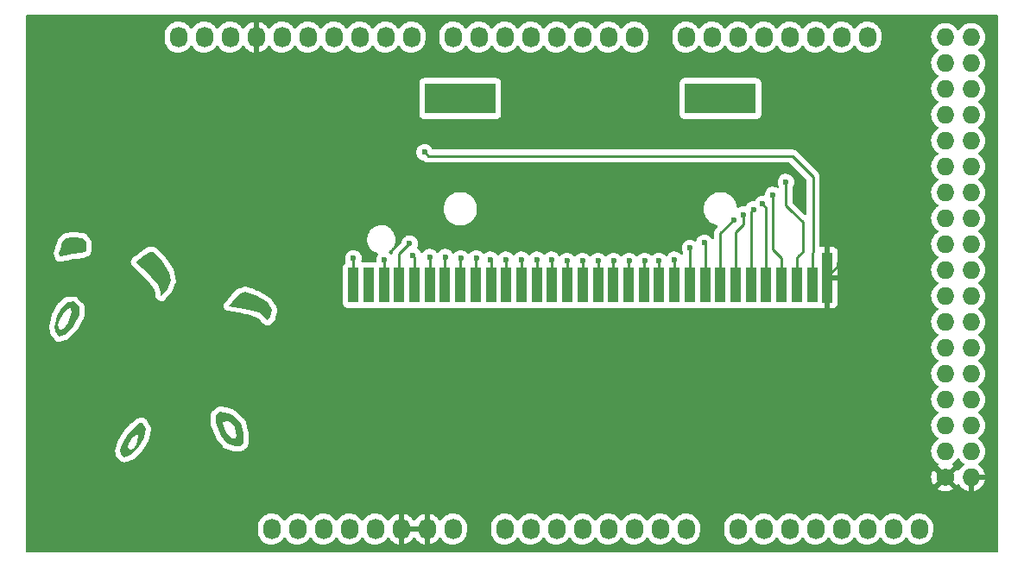
<source format=gbr>
%TF.GenerationSoftware,KiCad,Pcbnew,(6.0.4)*%
%TF.CreationDate,2022-07-18T11:06:22+02:00*%
%TF.ProjectId,GBDuino2,47424475-696e-46f3-922e-6b696361645f,rev?*%
%TF.SameCoordinates,Original*%
%TF.FileFunction,Copper,L1,Top*%
%TF.FilePolarity,Positive*%
%FSLAX46Y46*%
G04 Gerber Fmt 4.6, Leading zero omitted, Abs format (unit mm)*
G04 Created by KiCad (PCBNEW (6.0.4)) date 2022-07-18 11:06:22*
%MOMM*%
%LPD*%
G01*
G04 APERTURE LIST*
%TA.AperFunction,ComponentPad*%
%ADD10C,1.727200*%
%TD*%
%TA.AperFunction,ComponentPad*%
%ADD11O,1.727200X1.727200*%
%TD*%
%TA.AperFunction,ComponentPad*%
%ADD12O,1.727200X2.032000*%
%TD*%
%TA.AperFunction,SMDPad,CuDef*%
%ADD13R,7.000000X3.000000*%
%TD*%
%TA.AperFunction,SMDPad,CuDef*%
%ADD14R,1.000000X3.500000*%
%TD*%
%TA.AperFunction,SMDPad,CuDef*%
%ADD15R,1.000000X5.000000*%
%TD*%
%TA.AperFunction,ViaPad*%
%ADD16C,0.600000*%
%TD*%
%TA.AperFunction,Conductor*%
%ADD17C,0.250000*%
%TD*%
G04 APERTURE END LIST*
%TO.C,G\u002A\u002A\u002A*%
G36*
X112809137Y-90594592D02*
G01*
X113134016Y-91040790D01*
X113176152Y-91260769D01*
X113098773Y-91904799D01*
X112639896Y-92070583D01*
X111768063Y-92167397D01*
X111143297Y-92301832D01*
X110546309Y-92390762D01*
X110454892Y-92068142D01*
X110561683Y-91670891D01*
X110809235Y-90942049D01*
X111117202Y-90642109D01*
X111774005Y-90547491D01*
X112034538Y-90529145D01*
X112809137Y-90594592D01*
G37*
G36*
X129477058Y-96113666D02*
G01*
X129758990Y-96228544D01*
X130903447Y-96895022D01*
X131362169Y-97656269D01*
X131210006Y-98346598D01*
X130920936Y-98651122D01*
X130588413Y-98314669D01*
X130583379Y-98306974D01*
X130034244Y-97921318D01*
X129073917Y-97592992D01*
X128674356Y-97511120D01*
X127114685Y-97250356D01*
X127779990Y-96468368D01*
X128259214Y-95984605D01*
X128727470Y-95878179D01*
X129477058Y-96113666D01*
G37*
G36*
X110727372Y-97368552D02*
G01*
X111382158Y-96850053D01*
X111933236Y-96824390D01*
X112442495Y-97335635D01*
X112424209Y-98179909D01*
X111886704Y-99216141D01*
X111784119Y-99351256D01*
X111006867Y-100111117D01*
X110411440Y-100248765D01*
X110072047Y-99768032D01*
X110021352Y-99260260D01*
X110050944Y-99110130D01*
X110379099Y-99110130D01*
X110542780Y-99552404D01*
X110920704Y-99464824D01*
X111343195Y-98921307D01*
X111471202Y-98634393D01*
X111663335Y-97879841D01*
X111611971Y-97472279D01*
X111280752Y-97541605D01*
X110843591Y-98019360D01*
X110485186Y-98660174D01*
X110379099Y-99110130D01*
X110050944Y-99110130D01*
X110223161Y-98236433D01*
X110727372Y-97368552D01*
G37*
G36*
X126284736Y-107611048D02*
G01*
X127140054Y-107818463D01*
X127479457Y-108000104D01*
X128270679Y-108716512D01*
X128561427Y-109764846D01*
X128564637Y-109809496D01*
X128557150Y-110635788D01*
X128285634Y-110969986D01*
X127750196Y-111026262D01*
X126901384Y-110750411D01*
X126308004Y-109970788D01*
X125832023Y-108748928D01*
X125832725Y-108622240D01*
X126549753Y-108622240D01*
X126565674Y-109030091D01*
X126848024Y-109618794D01*
X127295353Y-110161360D01*
X127722499Y-110304315D01*
X127908676Y-109982281D01*
X127710730Y-109141714D01*
X127239042Y-108595489D01*
X126976035Y-108522036D01*
X126549753Y-108622240D01*
X125832725Y-108622240D01*
X125836496Y-107941776D01*
X126284736Y-107611048D01*
G37*
G36*
X117147239Y-109951814D02*
G01*
X117758393Y-109221226D01*
X118328691Y-108761099D01*
X118639877Y-108721063D01*
X118949853Y-109286965D01*
X118796771Y-110168914D01*
X118223556Y-111156890D01*
X117484963Y-111867973D01*
X116867728Y-112069224D01*
X116505252Y-111741378D01*
X116460789Y-111411456D01*
X116556074Y-111094637D01*
X117176282Y-111094637D01*
X117367097Y-111384030D01*
X117756111Y-111225755D01*
X118032373Y-110818129D01*
X118238123Y-110045662D01*
X118132896Y-109752527D01*
X117761441Y-110034388D01*
X117701524Y-110110835D01*
X117293606Y-110757750D01*
X117176282Y-111094637D01*
X116556074Y-111094637D01*
X116659836Y-110749634D01*
X117147239Y-109951814D01*
G37*
G36*
X119757716Y-91997641D02*
G01*
X120236590Y-92490835D01*
X120555230Y-92902511D01*
X121243308Y-93964182D01*
X121410460Y-94782225D01*
X121083980Y-95572782D01*
X120921242Y-95800975D01*
X120531056Y-96267905D01*
X120405880Y-96163253D01*
X120396000Y-95843217D01*
X120149275Y-95214789D01*
X119527745Y-94397073D01*
X119201196Y-94064181D01*
X118006392Y-92937336D01*
X118823806Y-92320760D01*
X119363779Y-91966818D01*
X119757716Y-91997641D01*
G37*
%TD*%
D10*
%TO.P,P1,1*%
%TO.N,GND*%
X197358000Y-114046000D03*
D11*
%TO.P,P1,2*%
X199898000Y-114046000D03*
%TO.P,P1,3*%
%TO.N,/52(SCK)*%
X197358000Y-111506000D03*
%TO.P,P1,4*%
%TO.N,/53(SS)*%
X199898000Y-111506000D03*
%TO.P,P1,5*%
%TO.N,/50(MISO)*%
X197358000Y-108966000D03*
%TO.P,P1,6*%
%TO.N,/51(MOSI)*%
X199898000Y-108966000D03*
%TO.P,P1,7*%
%TO.N,/48*%
X197358000Y-106426000D03*
%TO.P,P1,8*%
%TO.N,/49*%
X199898000Y-106426000D03*
%TO.P,P1,9*%
%TO.N,/46*%
X197358000Y-103886000D03*
%TO.P,P1,10*%
%TO.N,/47*%
X199898000Y-103886000D03*
%TO.P,P1,11*%
%TO.N,/44*%
X197358000Y-101346000D03*
%TO.P,P1,12*%
%TO.N,/45*%
X199898000Y-101346000D03*
%TO.P,P1,13*%
%TO.N,/42*%
X197358000Y-98806000D03*
%TO.P,P1,14*%
%TO.N,/43*%
X199898000Y-98806000D03*
%TO.P,P1,15*%
%TO.N,/40*%
X197358000Y-96266000D03*
%TO.P,P1,16*%
%TO.N,/41*%
X199898000Y-96266000D03*
%TO.P,P1,17*%
%TO.N,/38*%
X197358000Y-93726000D03*
%TO.P,P1,18*%
%TO.N,/39*%
X199898000Y-93726000D03*
%TO.P,P1,19*%
%TO.N,D1*%
X197358000Y-91186000D03*
%TO.P,P1,20*%
%TO.N,D0*%
X199898000Y-91186000D03*
%TO.P,P1,21*%
%TO.N,D3*%
X197358000Y-88646000D03*
%TO.P,P1,22*%
%TO.N,D2*%
X199898000Y-88646000D03*
%TO.P,P1,23*%
%TO.N,D5*%
X197358000Y-86106000D03*
%TO.P,P1,24*%
%TO.N,D4*%
X199898000Y-86106000D03*
%TO.P,P1,25*%
%TO.N,D7*%
X197358000Y-83566000D03*
%TO.P,P1,26*%
%TO.N,D6*%
X199898000Y-83566000D03*
%TO.P,P1,27*%
%TO.N,/28*%
X197358000Y-81026000D03*
%TO.P,P1,28*%
%TO.N,/29*%
X199898000Y-81026000D03*
%TO.P,P1,29*%
%TO.N,/26*%
X197358000Y-78486000D03*
%TO.P,P1,30*%
%TO.N,/27*%
X199898000Y-78486000D03*
%TO.P,P1,31*%
%TO.N,/24*%
X197358000Y-75946000D03*
%TO.P,P1,32*%
%TO.N,/25*%
X199898000Y-75946000D03*
%TO.P,P1,33*%
%TO.N,/22*%
X197358000Y-73406000D03*
%TO.P,P1,34*%
%TO.N,/23*%
X199898000Y-73406000D03*
%TO.P,P1,35*%
%TO.N,+5V*%
X197358000Y-70866000D03*
%TO.P,P1,36*%
X199898000Y-70866000D03*
%TD*%
D12*
%TO.P,P2,1*%
%TO.N,Net-(P2-Pad1)*%
X131318000Y-119126000D03*
%TO.P,P2,2*%
%TO.N,/IOREF*%
X133858000Y-119126000D03*
%TO.P,P2,3*%
%TO.N,/Reset*%
X136398000Y-119126000D03*
%TO.P,P2,4*%
%TO.N,+3V3*%
X138938000Y-119126000D03*
%TO.P,P2,5*%
%TO.N,+5V*%
X141478000Y-119126000D03*
%TO.P,P2,6*%
%TO.N,GND*%
X144018000Y-119126000D03*
%TO.P,P2,7*%
X146558000Y-119126000D03*
%TO.P,P2,8*%
%TO.N,/Vin*%
X149098000Y-119126000D03*
%TD*%
%TO.P,P3,1*%
%TO.N,/A0*%
X154178000Y-119126000D03*
%TO.P,P3,2*%
%TO.N,/A1*%
X156718000Y-119126000D03*
%TO.P,P3,3*%
%TO.N,/A2*%
X159258000Y-119126000D03*
%TO.P,P3,4*%
%TO.N,/A3*%
X161798000Y-119126000D03*
%TO.P,P3,5*%
%TO.N,/A4*%
X164338000Y-119126000D03*
%TO.P,P3,6*%
%TO.N,/A5*%
X166878000Y-119126000D03*
%TO.P,P3,7*%
%TO.N,/A6*%
X169418000Y-119126000D03*
%TO.P,P3,8*%
%TO.N,/A7*%
X171958000Y-119126000D03*
%TD*%
%TO.P,P4,1*%
%TO.N,/A8*%
X177038000Y-119126000D03*
%TO.P,P4,2*%
%TO.N,/A9*%
X179578000Y-119126000D03*
%TO.P,P4,3*%
%TO.N,/A10*%
X182118000Y-119126000D03*
%TO.P,P4,4*%
%TO.N,/A11*%
X184658000Y-119126000D03*
%TO.P,P4,5*%
%TO.N,/A12*%
X187198000Y-119126000D03*
%TO.P,P4,6*%
%TO.N,/A13*%
X189738000Y-119126000D03*
%TO.P,P4,7*%
%TO.N,/A14*%
X192278000Y-119126000D03*
%TO.P,P4,8*%
%TO.N,/A15*%
X194818000Y-119126000D03*
%TD*%
%TO.P,P5,1*%
%TO.N,/SCL*%
X122174000Y-70866000D03*
%TO.P,P5,2*%
%TO.N,/SDA*%
X124714000Y-70866000D03*
%TO.P,P5,3*%
%TO.N,/AREF*%
X127254000Y-70866000D03*
%TO.P,P5,4*%
%TO.N,GND*%
X129794000Y-70866000D03*
%TO.P,P5,5*%
%TO.N,/13(\u002A\u002A)*%
X132334000Y-70866000D03*
%TO.P,P5,6*%
%TO.N,/12(\u002A\u002A)*%
X134874000Y-70866000D03*
%TO.P,P5,7*%
%TO.N,/11(\u002A\u002A)*%
X137414000Y-70866000D03*
%TO.P,P5,8*%
%TO.N,N/C*%
X139954000Y-70866000D03*
%TO.P,P5,9*%
%TO.N,GB_CS*%
X142494000Y-70866000D03*
%TO.P,P5,10*%
%TO.N,GB_Wr*%
X145034000Y-70866000D03*
%TD*%
%TO.P,P6,1*%
%TO.N,Gb_Audio*%
X149098000Y-70866000D03*
%TO.P,P6,2*%
%TO.N,GB_RD*%
X151638000Y-70866000D03*
%TO.P,P6,3*%
%TO.N,/5(\u002A\u002A)*%
X154178000Y-70866000D03*
%TO.P,P6,4*%
%TO.N,/4(\u002A\u002A)*%
X156718000Y-70866000D03*
%TO.P,P6,5*%
%TO.N,/3(\u002A\u002A)*%
X159258000Y-70866000D03*
%TO.P,P6,6*%
%TO.N,/2(\u002A\u002A)*%
X161798000Y-70866000D03*
%TO.P,P6,7*%
%TO.N,/1(Tx0)*%
X164338000Y-70866000D03*
%TO.P,P6,8*%
%TO.N,/0(Rx0)*%
X166878000Y-70866000D03*
%TD*%
%TO.P,P7,1*%
%TO.N,/14(Tx3)*%
X171958000Y-70866000D03*
%TO.P,P7,2*%
%TO.N,/15(Rx3)*%
X174498000Y-70866000D03*
%TO.P,P7,3*%
%TO.N,/16(Tx2)*%
X177038000Y-70866000D03*
%TO.P,P7,4*%
%TO.N,GB_Rst*%
X179578000Y-70866000D03*
%TO.P,P7,5*%
%TO.N,/18(Tx1)*%
X182118000Y-70866000D03*
%TO.P,P7,6*%
%TO.N,/19(Rx1)*%
X184658000Y-70866000D03*
%TO.P,P7,7*%
%TO.N,/20(SDA)*%
X187198000Y-70866000D03*
%TO.P,P7,8*%
%TO.N,/21(SCL)*%
X189738000Y-70866000D03*
%TD*%
D13*
%TO.P,J2,*%
%TO.N,*%
X149810000Y-76904200D03*
X175310000Y-76904200D03*
D14*
%TO.P,J2,1*%
%TO.N,+5V*%
X139310000Y-95214200D03*
%TO.P,J2,2*%
%TO.N,N/C*%
X140810000Y-95214200D03*
%TO.P,J2,3*%
%TO.N,GB_Wr*%
X142310000Y-95214200D03*
%TO.P,J2,4*%
%TO.N,GB_RD*%
X143810000Y-95214200D03*
%TO.P,J2,5*%
%TO.N,GB_CS*%
X145310000Y-95214200D03*
%TO.P,J2,6*%
%TO.N,/A0*%
X146810000Y-95214200D03*
%TO.P,J2,7*%
%TO.N,/A1*%
X148310000Y-95214200D03*
%TO.P,J2,8*%
%TO.N,/A2*%
X149810000Y-95214200D03*
%TO.P,J2,9*%
%TO.N,/A3*%
X151310000Y-95214200D03*
%TO.P,J2,10*%
%TO.N,/A4*%
X152810000Y-95214200D03*
%TO.P,J2,11*%
%TO.N,/A5*%
X154310000Y-95214200D03*
%TO.P,J2,12*%
%TO.N,/A6*%
X155810000Y-95214200D03*
%TO.P,J2,13*%
%TO.N,/A7*%
X157310000Y-95214200D03*
%TO.P,J2,14*%
%TO.N,/A8*%
X158810000Y-95214200D03*
%TO.P,J2,15*%
%TO.N,/A9*%
X160310000Y-95214200D03*
%TO.P,J2,16*%
%TO.N,/A10*%
X161810000Y-95214200D03*
%TO.P,J2,17*%
%TO.N,/A11*%
X163310000Y-95214200D03*
%TO.P,J2,18*%
%TO.N,/A12*%
X164810000Y-95214200D03*
%TO.P,J2,19*%
%TO.N,/A13*%
X166310000Y-95214200D03*
%TO.P,J2,20*%
%TO.N,/A14*%
X167810000Y-95214200D03*
%TO.P,J2,21*%
%TO.N,/A15*%
X169310000Y-95214200D03*
%TO.P,J2,22*%
%TO.N,D0*%
X170810000Y-95214200D03*
%TO.P,J2,23*%
%TO.N,D1*%
X172310000Y-95214200D03*
%TO.P,J2,24*%
%TO.N,D2*%
X173810000Y-95214200D03*
%TO.P,J2,25*%
%TO.N,D3*%
X175310000Y-95214200D03*
%TO.P,J2,26*%
%TO.N,D4*%
X176810000Y-95214200D03*
%TO.P,J2,27*%
%TO.N,D5*%
X178310000Y-95214200D03*
%TO.P,J2,28*%
%TO.N,D6*%
X179810000Y-95214200D03*
%TO.P,J2,29*%
%TO.N,D7*%
X181310000Y-95214200D03*
%TO.P,J2,30*%
%TO.N,GB_Rst*%
X182810000Y-95214200D03*
%TO.P,J2,31*%
%TO.N,Gb_Audio*%
X184310000Y-95214200D03*
D15*
%TO.P,J2,32*%
%TO.N,GND*%
X185810000Y-94464200D03*
%TD*%
D16*
%TO.N,GND*%
X186944000Y-93218000D03*
%TO.N,+5V*%
X139319000Y-92583000D03*
%TO.N,/A0*%
X146812000Y-92456000D03*
%TO.N,/A1*%
X148336000Y-92456000D03*
%TO.N,/A2*%
X149860000Y-92583000D03*
%TO.N,/A3*%
X151384000Y-92583000D03*
%TO.N,/A4*%
X152781000Y-92710000D03*
%TO.N,/A5*%
X154305000Y-92710000D03*
%TO.N,/A6*%
X155829000Y-92710000D03*
%TO.N,/A7*%
X157353000Y-92710000D03*
%TO.N,/A8*%
X158750000Y-92710000D03*
%TO.N,/A9*%
X160274000Y-92837000D03*
%TO.N,/A10*%
X161798000Y-92837000D03*
%TO.N,/A11*%
X163322000Y-92837000D03*
%TO.N,/A12*%
X164846000Y-92837000D03*
%TO.N,/A13*%
X166370000Y-92837000D03*
%TO.N,/A14*%
X167894000Y-92837000D03*
%TO.N,/A15*%
X169291000Y-92837000D03*
%TO.N,D0*%
X170815000Y-92710000D03*
%TO.N,D1*%
X172339000Y-91567000D03*
%TO.N,D2*%
X173736000Y-91059000D03*
%TO.N,D3*%
X176657000Y-88783500D03*
%TO.N,D4*%
X177546000Y-88275500D03*
%TO.N,D5*%
X178562000Y-87767500D03*
%TO.N,D6*%
X179451000Y-87249000D03*
%TO.N,D7*%
X180467000Y-86360000D03*
%TO.N,GB_Rst*%
X181737000Y-85090000D03*
%TO.N,Gb_Audio*%
X146304000Y-82169000D03*
%TO.N,GB_Wr*%
X142367000Y-92710000D03*
%TO.N,GB_RD*%
X144840589Y-91125411D03*
%TO.N,GB_CS*%
X145161000Y-92329000D03*
%TD*%
D17*
%TO.N,GND*%
X185810000Y-94464200D02*
X185810000Y-94352000D01*
X185810000Y-94352000D02*
X186944000Y-93218000D01*
%TO.N,+5V*%
X139310000Y-92592000D02*
X139319000Y-92583000D01*
X139310000Y-95214200D02*
X139310000Y-92592000D01*
%TO.N,/A0*%
X146810000Y-92458000D02*
X146810000Y-95214200D01*
X146812000Y-92456000D02*
X146810000Y-92458000D01*
%TO.N,/A1*%
X148310000Y-92482000D02*
X148336000Y-92456000D01*
X148310000Y-95214200D02*
X148310000Y-92482000D01*
%TO.N,/A2*%
X149810000Y-95214200D02*
X149810000Y-92633000D01*
X149810000Y-92633000D02*
X149860000Y-92583000D01*
%TO.N,/A3*%
X151310000Y-95214200D02*
X151310000Y-92657000D01*
X151310000Y-92657000D02*
X151384000Y-92583000D01*
%TO.N,/A4*%
X152810000Y-95214200D02*
X152810000Y-92739000D01*
X152810000Y-92739000D02*
X152781000Y-92710000D01*
%TO.N,/A5*%
X154310000Y-92715000D02*
X154305000Y-92710000D01*
X154310000Y-95214200D02*
X154310000Y-92715000D01*
%TO.N,/A6*%
X155810000Y-95214200D02*
X155810000Y-92729000D01*
X155810000Y-92729000D02*
X155829000Y-92710000D01*
%TO.N,/A7*%
X157310000Y-95214200D02*
X157310000Y-92753000D01*
X157310000Y-92753000D02*
X157353000Y-92710000D01*
%TO.N,/A8*%
X158810000Y-95214200D02*
X158810000Y-92770000D01*
X158810000Y-92770000D02*
X158750000Y-92710000D01*
%TO.N,/A9*%
X160310000Y-92873000D02*
X160274000Y-92837000D01*
X160310000Y-95214200D02*
X160310000Y-92873000D01*
%TO.N,/A10*%
X161810000Y-95214200D02*
X161810000Y-92849000D01*
X161810000Y-92849000D02*
X161798000Y-92837000D01*
%TO.N,/A11*%
X163310000Y-92849000D02*
X163322000Y-92837000D01*
X163310000Y-95214200D02*
X163310000Y-92849000D01*
%TO.N,/A12*%
X164810000Y-92873000D02*
X164846000Y-92837000D01*
X164810000Y-95214200D02*
X164810000Y-92873000D01*
%TO.N,/A13*%
X166310000Y-95214200D02*
X166310000Y-92897000D01*
X166310000Y-92897000D02*
X166370000Y-92837000D01*
%TO.N,/A14*%
X167810000Y-95214200D02*
X167810000Y-92921000D01*
X167810000Y-92921000D02*
X167894000Y-92837000D01*
%TO.N,/A15*%
X169310000Y-95214200D02*
X169310000Y-92856000D01*
X169310000Y-92856000D02*
X169291000Y-92837000D01*
%TO.N,D0*%
X170810000Y-92715000D02*
X170810000Y-95214200D01*
X170815000Y-92710000D02*
X170810000Y-92715000D01*
%TO.N,D1*%
X172339000Y-91567000D02*
X172310000Y-91596000D01*
X172310000Y-91596000D02*
X172310000Y-95214200D01*
%TO.N,D2*%
X173736000Y-91059000D02*
X173810000Y-91133000D01*
X173810000Y-91133000D02*
X173810000Y-95214200D01*
%TO.N,D3*%
X176657000Y-88783500D02*
X175310000Y-90130500D01*
X175310000Y-90130500D02*
X175310000Y-95214200D01*
%TO.N,D4*%
X176784000Y-90043000D02*
X176810000Y-90069000D01*
X177546000Y-88275500D02*
X177546000Y-89281000D01*
X176810000Y-90069000D02*
X176810000Y-95214200D01*
X177546000Y-89281000D02*
X176784000Y-90043000D01*
%TO.N,D5*%
X178310000Y-88019500D02*
X178310000Y-95214200D01*
X178562000Y-87767500D02*
X178310000Y-88019500D01*
%TO.N,D6*%
X179810000Y-87608000D02*
X179810000Y-95214200D01*
X179451000Y-87249000D02*
X179810000Y-87608000D01*
%TO.N,D7*%
X181310000Y-92537000D02*
X181310000Y-95214200D01*
X180467000Y-91694000D02*
X181310000Y-92537000D01*
X180467000Y-86360000D02*
X180467000Y-91694000D01*
%TO.N,GB_Rst*%
X183388000Y-90297000D02*
X183388000Y-89027000D01*
X182245000Y-87884000D02*
X181737000Y-87376000D01*
X183388000Y-89027000D02*
X182245000Y-87884000D01*
X183007000Y-92329000D02*
X183388000Y-91948000D01*
X183388000Y-91948000D02*
X183388000Y-90297000D01*
X181737000Y-87376000D02*
X181737000Y-85090000D01*
X182810000Y-92526000D02*
X183007000Y-92329000D01*
X182810000Y-95214200D02*
X182810000Y-92526000D01*
%TO.N,Gb_Audio*%
X183896000Y-84074000D02*
X182372000Y-82550000D01*
X184404000Y-84582000D02*
X183896000Y-84074000D01*
X176784000Y-82550000D02*
X146685000Y-82550000D01*
X184310000Y-92042000D02*
X184404000Y-91948000D01*
X146685000Y-82550000D02*
X146304000Y-82169000D01*
X184310000Y-95214200D02*
X184310000Y-92042000D01*
X184404000Y-91948000D02*
X184404000Y-84582000D01*
X182372000Y-82550000D02*
X176784000Y-82550000D01*
%TO.N,GB_Wr*%
X142310000Y-92767000D02*
X142367000Y-92710000D01*
X142310000Y-95214200D02*
X142310000Y-92767000D01*
%TO.N,GB_RD*%
X143810000Y-92156000D02*
X144840589Y-91125411D01*
X143810000Y-95214200D02*
X143810000Y-92156000D01*
%TO.N,GB_CS*%
X145310000Y-92478000D02*
X145310000Y-95214200D01*
X145161000Y-92329000D02*
X145310000Y-92478000D01*
%TD*%
%TA.AperFunction,Conductor*%
%TO.N,GND*%
G36*
X202506621Y-68727502D02*
G01*
X202553114Y-68781158D01*
X202564500Y-68833500D01*
X202564500Y-121285500D01*
X202544498Y-121353621D01*
X202490842Y-121400114D01*
X202438500Y-121411500D01*
X107314500Y-121411500D01*
X107246379Y-121391498D01*
X107199886Y-121337842D01*
X107188500Y-121285500D01*
X107188500Y-119336868D01*
X129945900Y-119336868D01*
X129960626Y-119510420D01*
X129961964Y-119515577D01*
X129961965Y-119515580D01*
X129994816Y-119642146D01*
X130019125Y-119735806D01*
X130114762Y-119948113D01*
X130244804Y-120141272D01*
X130405532Y-120309758D01*
X130592350Y-120448754D01*
X130597102Y-120451170D01*
X130794244Y-120551402D01*
X130799916Y-120554286D01*
X130911106Y-120588812D01*
X131017193Y-120621753D01*
X131017199Y-120621754D01*
X131022296Y-120623337D01*
X131146660Y-120639820D01*
X131247848Y-120653232D01*
X131247852Y-120653232D01*
X131253132Y-120653932D01*
X131258462Y-120653732D01*
X131258463Y-120653732D01*
X131369477Y-120649565D01*
X131485822Y-120645197D01*
X131650713Y-120610599D01*
X131708486Y-120598477D01*
X131708489Y-120598476D01*
X131713713Y-120597380D01*
X131930290Y-120511850D01*
X132129359Y-120391051D01*
X132227492Y-120305896D01*
X132301197Y-120241939D01*
X132301199Y-120241937D01*
X132305230Y-120238439D01*
X132308613Y-120234313D01*
X132308617Y-120234309D01*
X132449487Y-120062504D01*
X132452872Y-120058376D01*
X132455672Y-120053458D01*
X132478845Y-120012748D01*
X132529927Y-119963442D01*
X132599558Y-119949580D01*
X132665629Y-119975563D01*
X132692867Y-120004713D01*
X132784804Y-120141272D01*
X132945532Y-120309758D01*
X133132350Y-120448754D01*
X133137102Y-120451170D01*
X133334244Y-120551402D01*
X133339916Y-120554286D01*
X133451106Y-120588812D01*
X133557193Y-120621753D01*
X133557199Y-120621754D01*
X133562296Y-120623337D01*
X133686660Y-120639820D01*
X133787848Y-120653232D01*
X133787852Y-120653232D01*
X133793132Y-120653932D01*
X133798462Y-120653732D01*
X133798463Y-120653732D01*
X133909477Y-120649565D01*
X134025822Y-120645197D01*
X134190713Y-120610599D01*
X134248486Y-120598477D01*
X134248489Y-120598476D01*
X134253713Y-120597380D01*
X134470290Y-120511850D01*
X134669359Y-120391051D01*
X134767492Y-120305896D01*
X134841197Y-120241939D01*
X134841199Y-120241937D01*
X134845230Y-120238439D01*
X134848613Y-120234313D01*
X134848617Y-120234309D01*
X134989487Y-120062504D01*
X134992872Y-120058376D01*
X134995672Y-120053458D01*
X135018845Y-120012748D01*
X135069927Y-119963442D01*
X135139558Y-119949580D01*
X135205629Y-119975563D01*
X135232867Y-120004713D01*
X135324804Y-120141272D01*
X135485532Y-120309758D01*
X135672350Y-120448754D01*
X135677102Y-120451170D01*
X135874244Y-120551402D01*
X135879916Y-120554286D01*
X135991106Y-120588812D01*
X136097193Y-120621753D01*
X136097199Y-120621754D01*
X136102296Y-120623337D01*
X136226660Y-120639820D01*
X136327848Y-120653232D01*
X136327852Y-120653232D01*
X136333132Y-120653932D01*
X136338462Y-120653732D01*
X136338463Y-120653732D01*
X136449477Y-120649565D01*
X136565822Y-120645197D01*
X136730713Y-120610599D01*
X136788486Y-120598477D01*
X136788489Y-120598476D01*
X136793713Y-120597380D01*
X137010290Y-120511850D01*
X137209359Y-120391051D01*
X137307492Y-120305896D01*
X137381197Y-120241939D01*
X137381199Y-120241937D01*
X137385230Y-120238439D01*
X137388613Y-120234313D01*
X137388617Y-120234309D01*
X137529487Y-120062504D01*
X137532872Y-120058376D01*
X137535672Y-120053458D01*
X137558845Y-120012748D01*
X137609927Y-119963442D01*
X137679558Y-119949580D01*
X137745629Y-119975563D01*
X137772867Y-120004713D01*
X137864804Y-120141272D01*
X138025532Y-120309758D01*
X138212350Y-120448754D01*
X138217102Y-120451170D01*
X138414244Y-120551402D01*
X138419916Y-120554286D01*
X138531106Y-120588812D01*
X138637193Y-120621753D01*
X138637199Y-120621754D01*
X138642296Y-120623337D01*
X138766660Y-120639820D01*
X138867848Y-120653232D01*
X138867852Y-120653232D01*
X138873132Y-120653932D01*
X138878462Y-120653732D01*
X138878463Y-120653732D01*
X138989477Y-120649565D01*
X139105822Y-120645197D01*
X139270713Y-120610599D01*
X139328486Y-120598477D01*
X139328489Y-120598476D01*
X139333713Y-120597380D01*
X139550290Y-120511850D01*
X139749359Y-120391051D01*
X139847492Y-120305896D01*
X139921197Y-120241939D01*
X139921199Y-120241937D01*
X139925230Y-120238439D01*
X139928613Y-120234313D01*
X139928617Y-120234309D01*
X140069487Y-120062504D01*
X140072872Y-120058376D01*
X140075672Y-120053458D01*
X140098845Y-120012748D01*
X140149927Y-119963442D01*
X140219558Y-119949580D01*
X140285629Y-119975563D01*
X140312867Y-120004713D01*
X140404804Y-120141272D01*
X140565532Y-120309758D01*
X140752350Y-120448754D01*
X140757102Y-120451170D01*
X140954244Y-120551402D01*
X140959916Y-120554286D01*
X141071106Y-120588812D01*
X141177193Y-120621753D01*
X141177199Y-120621754D01*
X141182296Y-120623337D01*
X141306660Y-120639820D01*
X141407848Y-120653232D01*
X141407852Y-120653232D01*
X141413132Y-120653932D01*
X141418462Y-120653732D01*
X141418463Y-120653732D01*
X141529477Y-120649565D01*
X141645822Y-120645197D01*
X141810713Y-120610599D01*
X141868486Y-120598477D01*
X141868489Y-120598476D01*
X141873713Y-120597380D01*
X142090290Y-120511850D01*
X142289359Y-120391051D01*
X142387492Y-120305896D01*
X142461197Y-120241939D01*
X142461199Y-120241937D01*
X142465230Y-120238439D01*
X142468613Y-120234313D01*
X142468617Y-120234309D01*
X142609487Y-120062504D01*
X142612872Y-120058376D01*
X142639122Y-120012261D01*
X142690202Y-119962956D01*
X142759832Y-119949094D01*
X142825904Y-119975077D01*
X142853143Y-120004227D01*
X142942215Y-120136530D01*
X142948876Y-120144816D01*
X143102180Y-120305520D01*
X143110148Y-120312569D01*
X143288336Y-120445144D01*
X143297366Y-120450743D01*
X143495347Y-120551402D01*
X143505208Y-120555405D01*
X143717301Y-120621263D01*
X143727696Y-120623548D01*
X143746041Y-120625980D01*
X143760208Y-120623783D01*
X143764000Y-120610599D01*
X143764000Y-120608488D01*
X144272000Y-120608488D01*
X144275973Y-120622019D01*
X144286580Y-120623544D01*
X144408343Y-120597996D01*
X144418539Y-120594936D01*
X144625097Y-120513363D01*
X144634634Y-120508629D01*
X144824503Y-120393414D01*
X144833093Y-120387150D01*
X145000837Y-120241589D01*
X145008257Y-120233959D01*
X145149073Y-120062220D01*
X145155095Y-120053458D01*
X145178810Y-120011798D01*
X145229893Y-119962492D01*
X145299524Y-119948631D01*
X145365594Y-119974615D01*
X145392832Y-120003764D01*
X145482215Y-120136531D01*
X145488876Y-120144816D01*
X145642180Y-120305520D01*
X145650148Y-120312569D01*
X145828336Y-120445144D01*
X145837366Y-120450743D01*
X146035347Y-120551402D01*
X146045208Y-120555405D01*
X146257301Y-120621263D01*
X146267696Y-120623548D01*
X146286041Y-120625980D01*
X146300208Y-120623783D01*
X146304000Y-120610599D01*
X146304000Y-120608488D01*
X146812000Y-120608488D01*
X146815973Y-120622019D01*
X146826580Y-120623544D01*
X146948343Y-120597996D01*
X146958539Y-120594936D01*
X147165097Y-120513363D01*
X147174634Y-120508629D01*
X147364503Y-120393414D01*
X147373093Y-120387150D01*
X147540837Y-120241589D01*
X147548257Y-120233959D01*
X147689073Y-120062220D01*
X147695102Y-120053449D01*
X147718533Y-120012285D01*
X147769615Y-119962978D01*
X147839245Y-119949116D01*
X147905316Y-119975099D01*
X147932555Y-120004249D01*
X148024804Y-120141272D01*
X148185532Y-120309758D01*
X148372350Y-120448754D01*
X148377102Y-120451170D01*
X148574244Y-120551402D01*
X148579916Y-120554286D01*
X148691106Y-120588812D01*
X148797193Y-120621753D01*
X148797199Y-120621754D01*
X148802296Y-120623337D01*
X148926660Y-120639820D01*
X149027848Y-120653232D01*
X149027852Y-120653232D01*
X149033132Y-120653932D01*
X149038462Y-120653732D01*
X149038463Y-120653732D01*
X149149477Y-120649565D01*
X149265822Y-120645197D01*
X149430713Y-120610599D01*
X149488486Y-120598477D01*
X149488489Y-120598476D01*
X149493713Y-120597380D01*
X149710290Y-120511850D01*
X149909359Y-120391051D01*
X150007492Y-120305896D01*
X150081197Y-120241939D01*
X150081199Y-120241937D01*
X150085230Y-120238439D01*
X150088613Y-120234313D01*
X150088617Y-120234309D01*
X150229487Y-120062504D01*
X150232872Y-120058376D01*
X150235672Y-120053458D01*
X150345422Y-119860654D01*
X150348065Y-119856011D01*
X150368239Y-119800435D01*
X150425695Y-119642146D01*
X150425696Y-119642142D01*
X150427515Y-119637131D01*
X150468950Y-119407993D01*
X150469632Y-119393548D01*
X150470030Y-119385095D01*
X150470030Y-119385086D01*
X150470100Y-119383606D01*
X150470100Y-119336868D01*
X152805900Y-119336868D01*
X152820626Y-119510420D01*
X152821964Y-119515577D01*
X152821965Y-119515580D01*
X152854816Y-119642146D01*
X152879125Y-119735806D01*
X152974762Y-119948113D01*
X153104804Y-120141272D01*
X153265532Y-120309758D01*
X153452350Y-120448754D01*
X153457102Y-120451170D01*
X153654244Y-120551402D01*
X153659916Y-120554286D01*
X153771106Y-120588812D01*
X153877193Y-120621753D01*
X153877199Y-120621754D01*
X153882296Y-120623337D01*
X154006660Y-120639820D01*
X154107848Y-120653232D01*
X154107852Y-120653232D01*
X154113132Y-120653932D01*
X154118462Y-120653732D01*
X154118463Y-120653732D01*
X154229477Y-120649565D01*
X154345822Y-120645197D01*
X154510713Y-120610599D01*
X154568486Y-120598477D01*
X154568489Y-120598476D01*
X154573713Y-120597380D01*
X154790290Y-120511850D01*
X154989359Y-120391051D01*
X155087492Y-120305896D01*
X155161197Y-120241939D01*
X155161199Y-120241937D01*
X155165230Y-120238439D01*
X155168613Y-120234313D01*
X155168617Y-120234309D01*
X155309487Y-120062504D01*
X155312872Y-120058376D01*
X155315672Y-120053458D01*
X155338845Y-120012748D01*
X155389927Y-119963442D01*
X155459558Y-119949580D01*
X155525629Y-119975563D01*
X155552867Y-120004713D01*
X155644804Y-120141272D01*
X155805532Y-120309758D01*
X155992350Y-120448754D01*
X155997102Y-120451170D01*
X156194244Y-120551402D01*
X156199916Y-120554286D01*
X156311106Y-120588812D01*
X156417193Y-120621753D01*
X156417199Y-120621754D01*
X156422296Y-120623337D01*
X156546660Y-120639820D01*
X156647848Y-120653232D01*
X156647852Y-120653232D01*
X156653132Y-120653932D01*
X156658462Y-120653732D01*
X156658463Y-120653732D01*
X156769477Y-120649565D01*
X156885822Y-120645197D01*
X157050713Y-120610599D01*
X157108486Y-120598477D01*
X157108489Y-120598476D01*
X157113713Y-120597380D01*
X157330290Y-120511850D01*
X157529359Y-120391051D01*
X157627492Y-120305896D01*
X157701197Y-120241939D01*
X157701199Y-120241937D01*
X157705230Y-120238439D01*
X157708613Y-120234313D01*
X157708617Y-120234309D01*
X157849487Y-120062504D01*
X157852872Y-120058376D01*
X157855672Y-120053458D01*
X157878845Y-120012748D01*
X157929927Y-119963442D01*
X157999558Y-119949580D01*
X158065629Y-119975563D01*
X158092867Y-120004713D01*
X158184804Y-120141272D01*
X158345532Y-120309758D01*
X158532350Y-120448754D01*
X158537102Y-120451170D01*
X158734244Y-120551402D01*
X158739916Y-120554286D01*
X158851106Y-120588812D01*
X158957193Y-120621753D01*
X158957199Y-120621754D01*
X158962296Y-120623337D01*
X159086660Y-120639820D01*
X159187848Y-120653232D01*
X159187852Y-120653232D01*
X159193132Y-120653932D01*
X159198462Y-120653732D01*
X159198463Y-120653732D01*
X159309477Y-120649565D01*
X159425822Y-120645197D01*
X159590713Y-120610599D01*
X159648486Y-120598477D01*
X159648489Y-120598476D01*
X159653713Y-120597380D01*
X159870290Y-120511850D01*
X160069359Y-120391051D01*
X160167492Y-120305896D01*
X160241197Y-120241939D01*
X160241199Y-120241937D01*
X160245230Y-120238439D01*
X160248613Y-120234313D01*
X160248617Y-120234309D01*
X160389487Y-120062504D01*
X160392872Y-120058376D01*
X160395672Y-120053458D01*
X160418845Y-120012748D01*
X160469927Y-119963442D01*
X160539558Y-119949580D01*
X160605629Y-119975563D01*
X160632867Y-120004713D01*
X160724804Y-120141272D01*
X160885532Y-120309758D01*
X161072350Y-120448754D01*
X161077102Y-120451170D01*
X161274244Y-120551402D01*
X161279916Y-120554286D01*
X161391106Y-120588812D01*
X161497193Y-120621753D01*
X161497199Y-120621754D01*
X161502296Y-120623337D01*
X161626660Y-120639820D01*
X161727848Y-120653232D01*
X161727852Y-120653232D01*
X161733132Y-120653932D01*
X161738462Y-120653732D01*
X161738463Y-120653732D01*
X161849477Y-120649565D01*
X161965822Y-120645197D01*
X162130713Y-120610599D01*
X162188486Y-120598477D01*
X162188489Y-120598476D01*
X162193713Y-120597380D01*
X162410290Y-120511850D01*
X162609359Y-120391051D01*
X162707492Y-120305896D01*
X162781197Y-120241939D01*
X162781199Y-120241937D01*
X162785230Y-120238439D01*
X162788613Y-120234313D01*
X162788617Y-120234309D01*
X162929487Y-120062504D01*
X162932872Y-120058376D01*
X162935672Y-120053458D01*
X162958845Y-120012748D01*
X163009927Y-119963442D01*
X163079558Y-119949580D01*
X163145629Y-119975563D01*
X163172867Y-120004713D01*
X163264804Y-120141272D01*
X163425532Y-120309758D01*
X163612350Y-120448754D01*
X163617102Y-120451170D01*
X163814244Y-120551402D01*
X163819916Y-120554286D01*
X163931106Y-120588812D01*
X164037193Y-120621753D01*
X164037199Y-120621754D01*
X164042296Y-120623337D01*
X164166660Y-120639820D01*
X164267848Y-120653232D01*
X164267852Y-120653232D01*
X164273132Y-120653932D01*
X164278462Y-120653732D01*
X164278463Y-120653732D01*
X164389477Y-120649565D01*
X164505822Y-120645197D01*
X164670713Y-120610599D01*
X164728486Y-120598477D01*
X164728489Y-120598476D01*
X164733713Y-120597380D01*
X164950290Y-120511850D01*
X165149359Y-120391051D01*
X165247492Y-120305896D01*
X165321197Y-120241939D01*
X165321199Y-120241937D01*
X165325230Y-120238439D01*
X165328613Y-120234313D01*
X165328617Y-120234309D01*
X165469487Y-120062504D01*
X165472872Y-120058376D01*
X165475672Y-120053458D01*
X165498845Y-120012748D01*
X165549927Y-119963442D01*
X165619558Y-119949580D01*
X165685629Y-119975563D01*
X165712867Y-120004713D01*
X165804804Y-120141272D01*
X165965532Y-120309758D01*
X166152350Y-120448754D01*
X166157102Y-120451170D01*
X166354244Y-120551402D01*
X166359916Y-120554286D01*
X166471106Y-120588812D01*
X166577193Y-120621753D01*
X166577199Y-120621754D01*
X166582296Y-120623337D01*
X166706660Y-120639820D01*
X166807848Y-120653232D01*
X166807852Y-120653232D01*
X166813132Y-120653932D01*
X166818462Y-120653732D01*
X166818463Y-120653732D01*
X166929477Y-120649565D01*
X167045822Y-120645197D01*
X167210713Y-120610599D01*
X167268486Y-120598477D01*
X167268489Y-120598476D01*
X167273713Y-120597380D01*
X167490290Y-120511850D01*
X167689359Y-120391051D01*
X167787492Y-120305896D01*
X167861197Y-120241939D01*
X167861199Y-120241937D01*
X167865230Y-120238439D01*
X167868613Y-120234313D01*
X167868617Y-120234309D01*
X168009487Y-120062504D01*
X168012872Y-120058376D01*
X168015672Y-120053458D01*
X168038845Y-120012748D01*
X168089927Y-119963442D01*
X168159558Y-119949580D01*
X168225629Y-119975563D01*
X168252867Y-120004713D01*
X168344804Y-120141272D01*
X168505532Y-120309758D01*
X168692350Y-120448754D01*
X168697102Y-120451170D01*
X168894244Y-120551402D01*
X168899916Y-120554286D01*
X169011106Y-120588812D01*
X169117193Y-120621753D01*
X169117199Y-120621754D01*
X169122296Y-120623337D01*
X169246660Y-120639820D01*
X169347848Y-120653232D01*
X169347852Y-120653232D01*
X169353132Y-120653932D01*
X169358462Y-120653732D01*
X169358463Y-120653732D01*
X169469477Y-120649565D01*
X169585822Y-120645197D01*
X169750713Y-120610599D01*
X169808486Y-120598477D01*
X169808489Y-120598476D01*
X169813713Y-120597380D01*
X170030290Y-120511850D01*
X170229359Y-120391051D01*
X170327492Y-120305896D01*
X170401197Y-120241939D01*
X170401199Y-120241937D01*
X170405230Y-120238439D01*
X170408613Y-120234313D01*
X170408617Y-120234309D01*
X170549487Y-120062504D01*
X170552872Y-120058376D01*
X170555672Y-120053458D01*
X170578845Y-120012748D01*
X170629927Y-119963442D01*
X170699558Y-119949580D01*
X170765629Y-119975563D01*
X170792867Y-120004713D01*
X170884804Y-120141272D01*
X171045532Y-120309758D01*
X171232350Y-120448754D01*
X171237102Y-120451170D01*
X171434244Y-120551402D01*
X171439916Y-120554286D01*
X171551106Y-120588812D01*
X171657193Y-120621753D01*
X171657199Y-120621754D01*
X171662296Y-120623337D01*
X171786660Y-120639820D01*
X171887848Y-120653232D01*
X171887852Y-120653232D01*
X171893132Y-120653932D01*
X171898462Y-120653732D01*
X171898463Y-120653732D01*
X172009477Y-120649565D01*
X172125822Y-120645197D01*
X172290713Y-120610599D01*
X172348486Y-120598477D01*
X172348489Y-120598476D01*
X172353713Y-120597380D01*
X172570290Y-120511850D01*
X172769359Y-120391051D01*
X172867492Y-120305896D01*
X172941197Y-120241939D01*
X172941199Y-120241937D01*
X172945230Y-120238439D01*
X172948613Y-120234313D01*
X172948617Y-120234309D01*
X173089487Y-120062504D01*
X173092872Y-120058376D01*
X173095672Y-120053458D01*
X173205422Y-119860654D01*
X173208065Y-119856011D01*
X173228239Y-119800435D01*
X173285695Y-119642146D01*
X173285696Y-119642142D01*
X173287515Y-119637131D01*
X173328950Y-119407993D01*
X173329632Y-119393548D01*
X173330030Y-119385095D01*
X173330030Y-119385086D01*
X173330100Y-119383606D01*
X173330100Y-119336868D01*
X175665900Y-119336868D01*
X175680626Y-119510420D01*
X175681964Y-119515577D01*
X175681965Y-119515580D01*
X175714816Y-119642146D01*
X175739125Y-119735806D01*
X175834762Y-119948113D01*
X175964804Y-120141272D01*
X176125532Y-120309758D01*
X176312350Y-120448754D01*
X176317102Y-120451170D01*
X176514244Y-120551402D01*
X176519916Y-120554286D01*
X176631106Y-120588812D01*
X176737193Y-120621753D01*
X176737199Y-120621754D01*
X176742296Y-120623337D01*
X176866660Y-120639820D01*
X176967848Y-120653232D01*
X176967852Y-120653232D01*
X176973132Y-120653932D01*
X176978462Y-120653732D01*
X176978463Y-120653732D01*
X177089477Y-120649565D01*
X177205822Y-120645197D01*
X177370713Y-120610599D01*
X177428486Y-120598477D01*
X177428489Y-120598476D01*
X177433713Y-120597380D01*
X177650290Y-120511850D01*
X177849359Y-120391051D01*
X177947492Y-120305896D01*
X178021197Y-120241939D01*
X178021199Y-120241937D01*
X178025230Y-120238439D01*
X178028613Y-120234313D01*
X178028617Y-120234309D01*
X178169487Y-120062504D01*
X178172872Y-120058376D01*
X178175672Y-120053458D01*
X178198845Y-120012748D01*
X178249927Y-119963442D01*
X178319558Y-119949580D01*
X178385629Y-119975563D01*
X178412867Y-120004713D01*
X178504804Y-120141272D01*
X178665532Y-120309758D01*
X178852350Y-120448754D01*
X178857102Y-120451170D01*
X179054244Y-120551402D01*
X179059916Y-120554286D01*
X179171106Y-120588812D01*
X179277193Y-120621753D01*
X179277199Y-120621754D01*
X179282296Y-120623337D01*
X179406660Y-120639820D01*
X179507848Y-120653232D01*
X179507852Y-120653232D01*
X179513132Y-120653932D01*
X179518462Y-120653732D01*
X179518463Y-120653732D01*
X179629477Y-120649565D01*
X179745822Y-120645197D01*
X179910713Y-120610599D01*
X179968486Y-120598477D01*
X179968489Y-120598476D01*
X179973713Y-120597380D01*
X180190290Y-120511850D01*
X180389359Y-120391051D01*
X180487492Y-120305896D01*
X180561197Y-120241939D01*
X180561199Y-120241937D01*
X180565230Y-120238439D01*
X180568613Y-120234313D01*
X180568617Y-120234309D01*
X180709487Y-120062504D01*
X180712872Y-120058376D01*
X180715672Y-120053458D01*
X180738845Y-120012748D01*
X180789927Y-119963442D01*
X180859558Y-119949580D01*
X180925629Y-119975563D01*
X180952867Y-120004713D01*
X181044804Y-120141272D01*
X181205532Y-120309758D01*
X181392350Y-120448754D01*
X181397102Y-120451170D01*
X181594244Y-120551402D01*
X181599916Y-120554286D01*
X181711106Y-120588812D01*
X181817193Y-120621753D01*
X181817199Y-120621754D01*
X181822296Y-120623337D01*
X181946660Y-120639820D01*
X182047848Y-120653232D01*
X182047852Y-120653232D01*
X182053132Y-120653932D01*
X182058462Y-120653732D01*
X182058463Y-120653732D01*
X182169477Y-120649565D01*
X182285822Y-120645197D01*
X182450713Y-120610599D01*
X182508486Y-120598477D01*
X182508489Y-120598476D01*
X182513713Y-120597380D01*
X182730290Y-120511850D01*
X182929359Y-120391051D01*
X183027492Y-120305896D01*
X183101197Y-120241939D01*
X183101199Y-120241937D01*
X183105230Y-120238439D01*
X183108613Y-120234313D01*
X183108617Y-120234309D01*
X183249487Y-120062504D01*
X183252872Y-120058376D01*
X183255672Y-120053458D01*
X183278845Y-120012748D01*
X183329927Y-119963442D01*
X183399558Y-119949580D01*
X183465629Y-119975563D01*
X183492867Y-120004713D01*
X183584804Y-120141272D01*
X183745532Y-120309758D01*
X183932350Y-120448754D01*
X183937102Y-120451170D01*
X184134244Y-120551402D01*
X184139916Y-120554286D01*
X184251106Y-120588812D01*
X184357193Y-120621753D01*
X184357199Y-120621754D01*
X184362296Y-120623337D01*
X184486660Y-120639820D01*
X184587848Y-120653232D01*
X184587852Y-120653232D01*
X184593132Y-120653932D01*
X184598462Y-120653732D01*
X184598463Y-120653732D01*
X184709477Y-120649565D01*
X184825822Y-120645197D01*
X184990713Y-120610599D01*
X185048486Y-120598477D01*
X185048489Y-120598476D01*
X185053713Y-120597380D01*
X185270290Y-120511850D01*
X185469359Y-120391051D01*
X185567492Y-120305896D01*
X185641197Y-120241939D01*
X185641199Y-120241937D01*
X185645230Y-120238439D01*
X185648613Y-120234313D01*
X185648617Y-120234309D01*
X185789487Y-120062504D01*
X185792872Y-120058376D01*
X185795672Y-120053458D01*
X185818845Y-120012748D01*
X185869927Y-119963442D01*
X185939558Y-119949580D01*
X186005629Y-119975563D01*
X186032867Y-120004713D01*
X186124804Y-120141272D01*
X186285532Y-120309758D01*
X186472350Y-120448754D01*
X186477102Y-120451170D01*
X186674244Y-120551402D01*
X186679916Y-120554286D01*
X186791106Y-120588812D01*
X186897193Y-120621753D01*
X186897199Y-120621754D01*
X186902296Y-120623337D01*
X187026660Y-120639820D01*
X187127848Y-120653232D01*
X187127852Y-120653232D01*
X187133132Y-120653932D01*
X187138462Y-120653732D01*
X187138463Y-120653732D01*
X187249477Y-120649565D01*
X187365822Y-120645197D01*
X187530713Y-120610599D01*
X187588486Y-120598477D01*
X187588489Y-120598476D01*
X187593713Y-120597380D01*
X187810290Y-120511850D01*
X188009359Y-120391051D01*
X188107492Y-120305896D01*
X188181197Y-120241939D01*
X188181199Y-120241937D01*
X188185230Y-120238439D01*
X188188613Y-120234313D01*
X188188617Y-120234309D01*
X188329487Y-120062504D01*
X188332872Y-120058376D01*
X188335672Y-120053458D01*
X188358845Y-120012748D01*
X188409927Y-119963442D01*
X188479558Y-119949580D01*
X188545629Y-119975563D01*
X188572867Y-120004713D01*
X188664804Y-120141272D01*
X188825532Y-120309758D01*
X189012350Y-120448754D01*
X189017102Y-120451170D01*
X189214244Y-120551402D01*
X189219916Y-120554286D01*
X189331106Y-120588812D01*
X189437193Y-120621753D01*
X189437199Y-120621754D01*
X189442296Y-120623337D01*
X189566660Y-120639820D01*
X189667848Y-120653232D01*
X189667852Y-120653232D01*
X189673132Y-120653932D01*
X189678462Y-120653732D01*
X189678463Y-120653732D01*
X189789477Y-120649565D01*
X189905822Y-120645197D01*
X190070713Y-120610599D01*
X190128486Y-120598477D01*
X190128489Y-120598476D01*
X190133713Y-120597380D01*
X190350290Y-120511850D01*
X190549359Y-120391051D01*
X190647492Y-120305896D01*
X190721197Y-120241939D01*
X190721199Y-120241937D01*
X190725230Y-120238439D01*
X190728613Y-120234313D01*
X190728617Y-120234309D01*
X190869487Y-120062504D01*
X190872872Y-120058376D01*
X190875672Y-120053458D01*
X190898845Y-120012748D01*
X190949927Y-119963442D01*
X191019558Y-119949580D01*
X191085629Y-119975563D01*
X191112867Y-120004713D01*
X191204804Y-120141272D01*
X191365532Y-120309758D01*
X191552350Y-120448754D01*
X191557102Y-120451170D01*
X191754244Y-120551402D01*
X191759916Y-120554286D01*
X191871106Y-120588812D01*
X191977193Y-120621753D01*
X191977199Y-120621754D01*
X191982296Y-120623337D01*
X192106660Y-120639820D01*
X192207848Y-120653232D01*
X192207852Y-120653232D01*
X192213132Y-120653932D01*
X192218462Y-120653732D01*
X192218463Y-120653732D01*
X192329477Y-120649565D01*
X192445822Y-120645197D01*
X192610713Y-120610599D01*
X192668486Y-120598477D01*
X192668489Y-120598476D01*
X192673713Y-120597380D01*
X192890290Y-120511850D01*
X193089359Y-120391051D01*
X193187492Y-120305896D01*
X193261197Y-120241939D01*
X193261199Y-120241937D01*
X193265230Y-120238439D01*
X193268613Y-120234313D01*
X193268617Y-120234309D01*
X193409487Y-120062504D01*
X193412872Y-120058376D01*
X193415672Y-120053458D01*
X193438845Y-120012748D01*
X193489927Y-119963442D01*
X193559558Y-119949580D01*
X193625629Y-119975563D01*
X193652867Y-120004713D01*
X193744804Y-120141272D01*
X193905532Y-120309758D01*
X194092350Y-120448754D01*
X194097102Y-120451170D01*
X194294244Y-120551402D01*
X194299916Y-120554286D01*
X194411106Y-120588812D01*
X194517193Y-120621753D01*
X194517199Y-120621754D01*
X194522296Y-120623337D01*
X194646660Y-120639820D01*
X194747848Y-120653232D01*
X194747852Y-120653232D01*
X194753132Y-120653932D01*
X194758462Y-120653732D01*
X194758463Y-120653732D01*
X194869477Y-120649565D01*
X194985822Y-120645197D01*
X195150713Y-120610599D01*
X195208486Y-120598477D01*
X195208489Y-120598476D01*
X195213713Y-120597380D01*
X195430290Y-120511850D01*
X195629359Y-120391051D01*
X195727492Y-120305896D01*
X195801197Y-120241939D01*
X195801199Y-120241937D01*
X195805230Y-120238439D01*
X195808613Y-120234313D01*
X195808617Y-120234309D01*
X195949487Y-120062504D01*
X195952872Y-120058376D01*
X195955672Y-120053458D01*
X196065422Y-119860654D01*
X196068065Y-119856011D01*
X196088239Y-119800435D01*
X196145695Y-119642146D01*
X196145696Y-119642142D01*
X196147515Y-119637131D01*
X196188950Y-119407993D01*
X196189632Y-119393548D01*
X196190030Y-119385095D01*
X196190030Y-119385086D01*
X196190100Y-119383606D01*
X196190100Y-118915132D01*
X196175374Y-118741580D01*
X196174035Y-118736420D01*
X196118217Y-118521363D01*
X196118216Y-118521359D01*
X196116875Y-118516194D01*
X196021238Y-118303887D01*
X195891196Y-118110728D01*
X195730468Y-117942242D01*
X195543650Y-117803246D01*
X195416574Y-117738637D01*
X195340842Y-117700133D01*
X195340841Y-117700133D01*
X195336084Y-117697714D01*
X195197299Y-117654620D01*
X195118807Y-117630247D01*
X195118801Y-117630246D01*
X195113704Y-117628663D01*
X194989340Y-117612180D01*
X194888152Y-117598768D01*
X194888148Y-117598768D01*
X194882868Y-117598068D01*
X194877538Y-117598268D01*
X194877537Y-117598268D01*
X194766523Y-117602436D01*
X194650178Y-117606803D01*
X194567474Y-117624156D01*
X194427514Y-117653523D01*
X194427511Y-117653524D01*
X194422287Y-117654620D01*
X194205710Y-117740150D01*
X194006641Y-117860949D01*
X194002611Y-117864446D01*
X193908075Y-117946480D01*
X193830770Y-118013561D01*
X193827387Y-118017687D01*
X193827383Y-118017691D01*
X193754262Y-118106869D01*
X193683128Y-118193624D01*
X193680490Y-118198259D01*
X193680487Y-118198263D01*
X193657155Y-118239252D01*
X193606073Y-118288558D01*
X193536442Y-118302420D01*
X193470371Y-118276437D01*
X193443133Y-118247287D01*
X193354388Y-118115470D01*
X193351196Y-118110728D01*
X193190468Y-117942242D01*
X193003650Y-117803246D01*
X192876574Y-117738637D01*
X192800842Y-117700133D01*
X192800841Y-117700133D01*
X192796084Y-117697714D01*
X192657299Y-117654620D01*
X192578807Y-117630247D01*
X192578801Y-117630246D01*
X192573704Y-117628663D01*
X192449340Y-117612180D01*
X192348152Y-117598768D01*
X192348148Y-117598768D01*
X192342868Y-117598068D01*
X192337538Y-117598268D01*
X192337537Y-117598268D01*
X192226523Y-117602436D01*
X192110178Y-117606803D01*
X192027474Y-117624156D01*
X191887514Y-117653523D01*
X191887511Y-117653524D01*
X191882287Y-117654620D01*
X191665710Y-117740150D01*
X191466641Y-117860949D01*
X191462611Y-117864446D01*
X191368075Y-117946480D01*
X191290770Y-118013561D01*
X191287387Y-118017687D01*
X191287383Y-118017691D01*
X191214262Y-118106869D01*
X191143128Y-118193624D01*
X191140490Y-118198259D01*
X191140487Y-118198263D01*
X191117155Y-118239252D01*
X191066073Y-118288558D01*
X190996442Y-118302420D01*
X190930371Y-118276437D01*
X190903133Y-118247287D01*
X190814388Y-118115470D01*
X190811196Y-118110728D01*
X190650468Y-117942242D01*
X190463650Y-117803246D01*
X190336574Y-117738637D01*
X190260842Y-117700133D01*
X190260841Y-117700133D01*
X190256084Y-117697714D01*
X190117299Y-117654620D01*
X190038807Y-117630247D01*
X190038801Y-117630246D01*
X190033704Y-117628663D01*
X189909340Y-117612180D01*
X189808152Y-117598768D01*
X189808148Y-117598768D01*
X189802868Y-117598068D01*
X189797538Y-117598268D01*
X189797537Y-117598268D01*
X189686523Y-117602436D01*
X189570178Y-117606803D01*
X189487474Y-117624156D01*
X189347514Y-117653523D01*
X189347511Y-117653524D01*
X189342287Y-117654620D01*
X189125710Y-117740150D01*
X188926641Y-117860949D01*
X188922611Y-117864446D01*
X188828075Y-117946480D01*
X188750770Y-118013561D01*
X188747387Y-118017687D01*
X188747383Y-118017691D01*
X188674262Y-118106869D01*
X188603128Y-118193624D01*
X188600490Y-118198259D01*
X188600487Y-118198263D01*
X188577155Y-118239252D01*
X188526073Y-118288558D01*
X188456442Y-118302420D01*
X188390371Y-118276437D01*
X188363133Y-118247287D01*
X188274388Y-118115470D01*
X188271196Y-118110728D01*
X188110468Y-117942242D01*
X187923650Y-117803246D01*
X187796574Y-117738637D01*
X187720842Y-117700133D01*
X187720841Y-117700133D01*
X187716084Y-117697714D01*
X187577299Y-117654620D01*
X187498807Y-117630247D01*
X187498801Y-117630246D01*
X187493704Y-117628663D01*
X187369340Y-117612180D01*
X187268152Y-117598768D01*
X187268148Y-117598768D01*
X187262868Y-117598068D01*
X187257538Y-117598268D01*
X187257537Y-117598268D01*
X187146523Y-117602436D01*
X187030178Y-117606803D01*
X186947474Y-117624156D01*
X186807514Y-117653523D01*
X186807511Y-117653524D01*
X186802287Y-117654620D01*
X186585710Y-117740150D01*
X186386641Y-117860949D01*
X186382611Y-117864446D01*
X186288075Y-117946480D01*
X186210770Y-118013561D01*
X186207387Y-118017687D01*
X186207383Y-118017691D01*
X186134262Y-118106869D01*
X186063128Y-118193624D01*
X186060490Y-118198259D01*
X186060487Y-118198263D01*
X186037155Y-118239252D01*
X185986073Y-118288558D01*
X185916442Y-118302420D01*
X185850371Y-118276437D01*
X185823133Y-118247287D01*
X185734388Y-118115470D01*
X185731196Y-118110728D01*
X185570468Y-117942242D01*
X185383650Y-117803246D01*
X185256574Y-117738637D01*
X185180842Y-117700133D01*
X185180841Y-117700133D01*
X185176084Y-117697714D01*
X185037299Y-117654620D01*
X184958807Y-117630247D01*
X184958801Y-117630246D01*
X184953704Y-117628663D01*
X184829340Y-117612180D01*
X184728152Y-117598768D01*
X184728148Y-117598768D01*
X184722868Y-117598068D01*
X184717538Y-117598268D01*
X184717537Y-117598268D01*
X184606523Y-117602436D01*
X184490178Y-117606803D01*
X184407474Y-117624156D01*
X184267514Y-117653523D01*
X184267511Y-117653524D01*
X184262287Y-117654620D01*
X184045710Y-117740150D01*
X183846641Y-117860949D01*
X183842611Y-117864446D01*
X183748075Y-117946480D01*
X183670770Y-118013561D01*
X183667387Y-118017687D01*
X183667383Y-118017691D01*
X183594262Y-118106869D01*
X183523128Y-118193624D01*
X183520490Y-118198259D01*
X183520487Y-118198263D01*
X183497155Y-118239252D01*
X183446073Y-118288558D01*
X183376442Y-118302420D01*
X183310371Y-118276437D01*
X183283133Y-118247287D01*
X183194388Y-118115470D01*
X183191196Y-118110728D01*
X183030468Y-117942242D01*
X182843650Y-117803246D01*
X182716574Y-117738637D01*
X182640842Y-117700133D01*
X182640841Y-117700133D01*
X182636084Y-117697714D01*
X182497299Y-117654620D01*
X182418807Y-117630247D01*
X182418801Y-117630246D01*
X182413704Y-117628663D01*
X182289340Y-117612180D01*
X182188152Y-117598768D01*
X182188148Y-117598768D01*
X182182868Y-117598068D01*
X182177538Y-117598268D01*
X182177537Y-117598268D01*
X182066523Y-117602436D01*
X181950178Y-117606803D01*
X181867474Y-117624156D01*
X181727514Y-117653523D01*
X181727511Y-117653524D01*
X181722287Y-117654620D01*
X181505710Y-117740150D01*
X181306641Y-117860949D01*
X181302611Y-117864446D01*
X181208075Y-117946480D01*
X181130770Y-118013561D01*
X181127387Y-118017687D01*
X181127383Y-118017691D01*
X181054262Y-118106869D01*
X180983128Y-118193624D01*
X180980490Y-118198259D01*
X180980487Y-118198263D01*
X180957155Y-118239252D01*
X180906073Y-118288558D01*
X180836442Y-118302420D01*
X180770371Y-118276437D01*
X180743133Y-118247287D01*
X180654388Y-118115470D01*
X180651196Y-118110728D01*
X180490468Y-117942242D01*
X180303650Y-117803246D01*
X180176574Y-117738637D01*
X180100842Y-117700133D01*
X180100841Y-117700133D01*
X180096084Y-117697714D01*
X179957299Y-117654620D01*
X179878807Y-117630247D01*
X179878801Y-117630246D01*
X179873704Y-117628663D01*
X179749340Y-117612180D01*
X179648152Y-117598768D01*
X179648148Y-117598768D01*
X179642868Y-117598068D01*
X179637538Y-117598268D01*
X179637537Y-117598268D01*
X179526523Y-117602436D01*
X179410178Y-117606803D01*
X179327474Y-117624156D01*
X179187514Y-117653523D01*
X179187511Y-117653524D01*
X179182287Y-117654620D01*
X178965710Y-117740150D01*
X178766641Y-117860949D01*
X178762611Y-117864446D01*
X178668075Y-117946480D01*
X178590770Y-118013561D01*
X178587387Y-118017687D01*
X178587383Y-118017691D01*
X178514262Y-118106869D01*
X178443128Y-118193624D01*
X178440490Y-118198259D01*
X178440487Y-118198263D01*
X178417155Y-118239252D01*
X178366073Y-118288558D01*
X178296442Y-118302420D01*
X178230371Y-118276437D01*
X178203133Y-118247287D01*
X178114388Y-118115470D01*
X178111196Y-118110728D01*
X177950468Y-117942242D01*
X177763650Y-117803246D01*
X177636574Y-117738637D01*
X177560842Y-117700133D01*
X177560841Y-117700133D01*
X177556084Y-117697714D01*
X177417299Y-117654620D01*
X177338807Y-117630247D01*
X177338801Y-117630246D01*
X177333704Y-117628663D01*
X177209340Y-117612180D01*
X177108152Y-117598768D01*
X177108148Y-117598768D01*
X177102868Y-117598068D01*
X177097538Y-117598268D01*
X177097537Y-117598268D01*
X176986523Y-117602436D01*
X176870178Y-117606803D01*
X176787474Y-117624156D01*
X176647514Y-117653523D01*
X176647511Y-117653524D01*
X176642287Y-117654620D01*
X176425710Y-117740150D01*
X176226641Y-117860949D01*
X176222611Y-117864446D01*
X176128075Y-117946480D01*
X176050770Y-118013561D01*
X176047387Y-118017687D01*
X176047383Y-118017691D01*
X175974262Y-118106869D01*
X175903128Y-118193624D01*
X175900490Y-118198259D01*
X175900487Y-118198263D01*
X175837589Y-118308760D01*
X175787935Y-118395989D01*
X175786114Y-118401005D01*
X175786112Y-118401010D01*
X175744302Y-118516194D01*
X175708485Y-118614869D01*
X175667050Y-118844007D01*
X175666855Y-118848146D01*
X175666854Y-118848153D01*
X175665970Y-118866905D01*
X175665900Y-118868394D01*
X175665900Y-119336868D01*
X173330100Y-119336868D01*
X173330100Y-118915132D01*
X173315374Y-118741580D01*
X173314035Y-118736420D01*
X173258217Y-118521363D01*
X173258216Y-118521359D01*
X173256875Y-118516194D01*
X173161238Y-118303887D01*
X173031196Y-118110728D01*
X172870468Y-117942242D01*
X172683650Y-117803246D01*
X172556574Y-117738637D01*
X172480842Y-117700133D01*
X172480841Y-117700133D01*
X172476084Y-117697714D01*
X172337299Y-117654620D01*
X172258807Y-117630247D01*
X172258801Y-117630246D01*
X172253704Y-117628663D01*
X172129340Y-117612180D01*
X172028152Y-117598768D01*
X172028148Y-117598768D01*
X172022868Y-117598068D01*
X172017538Y-117598268D01*
X172017537Y-117598268D01*
X171906523Y-117602436D01*
X171790178Y-117606803D01*
X171707474Y-117624156D01*
X171567514Y-117653523D01*
X171567511Y-117653524D01*
X171562287Y-117654620D01*
X171345710Y-117740150D01*
X171146641Y-117860949D01*
X171142611Y-117864446D01*
X171048075Y-117946480D01*
X170970770Y-118013561D01*
X170967387Y-118017687D01*
X170967383Y-118017691D01*
X170894262Y-118106869D01*
X170823128Y-118193624D01*
X170820490Y-118198259D01*
X170820487Y-118198263D01*
X170797155Y-118239252D01*
X170746073Y-118288558D01*
X170676442Y-118302420D01*
X170610371Y-118276437D01*
X170583133Y-118247287D01*
X170494388Y-118115470D01*
X170491196Y-118110728D01*
X170330468Y-117942242D01*
X170143650Y-117803246D01*
X170016574Y-117738637D01*
X169940842Y-117700133D01*
X169940841Y-117700133D01*
X169936084Y-117697714D01*
X169797299Y-117654620D01*
X169718807Y-117630247D01*
X169718801Y-117630246D01*
X169713704Y-117628663D01*
X169589340Y-117612180D01*
X169488152Y-117598768D01*
X169488148Y-117598768D01*
X169482868Y-117598068D01*
X169477538Y-117598268D01*
X169477537Y-117598268D01*
X169366523Y-117602436D01*
X169250178Y-117606803D01*
X169167474Y-117624156D01*
X169027514Y-117653523D01*
X169027511Y-117653524D01*
X169022287Y-117654620D01*
X168805710Y-117740150D01*
X168606641Y-117860949D01*
X168602611Y-117864446D01*
X168508075Y-117946480D01*
X168430770Y-118013561D01*
X168427387Y-118017687D01*
X168427383Y-118017691D01*
X168354262Y-118106869D01*
X168283128Y-118193624D01*
X168280490Y-118198259D01*
X168280487Y-118198263D01*
X168257155Y-118239252D01*
X168206073Y-118288558D01*
X168136442Y-118302420D01*
X168070371Y-118276437D01*
X168043133Y-118247287D01*
X167954388Y-118115470D01*
X167951196Y-118110728D01*
X167790468Y-117942242D01*
X167603650Y-117803246D01*
X167476574Y-117738637D01*
X167400842Y-117700133D01*
X167400841Y-117700133D01*
X167396084Y-117697714D01*
X167257299Y-117654620D01*
X167178807Y-117630247D01*
X167178801Y-117630246D01*
X167173704Y-117628663D01*
X167049340Y-117612180D01*
X166948152Y-117598768D01*
X166948148Y-117598768D01*
X166942868Y-117598068D01*
X166937538Y-117598268D01*
X166937537Y-117598268D01*
X166826523Y-117602436D01*
X166710178Y-117606803D01*
X166627474Y-117624156D01*
X166487514Y-117653523D01*
X166487511Y-117653524D01*
X166482287Y-117654620D01*
X166265710Y-117740150D01*
X166066641Y-117860949D01*
X166062611Y-117864446D01*
X165968075Y-117946480D01*
X165890770Y-118013561D01*
X165887387Y-118017687D01*
X165887383Y-118017691D01*
X165814262Y-118106869D01*
X165743128Y-118193624D01*
X165740490Y-118198259D01*
X165740487Y-118198263D01*
X165717155Y-118239252D01*
X165666073Y-118288558D01*
X165596442Y-118302420D01*
X165530371Y-118276437D01*
X165503133Y-118247287D01*
X165414388Y-118115470D01*
X165411196Y-118110728D01*
X165250468Y-117942242D01*
X165063650Y-117803246D01*
X164936574Y-117738637D01*
X164860842Y-117700133D01*
X164860841Y-117700133D01*
X164856084Y-117697714D01*
X164717299Y-117654620D01*
X164638807Y-117630247D01*
X164638801Y-117630246D01*
X164633704Y-117628663D01*
X164509340Y-117612180D01*
X164408152Y-117598768D01*
X164408148Y-117598768D01*
X164402868Y-117598068D01*
X164397538Y-117598268D01*
X164397537Y-117598268D01*
X164286523Y-117602436D01*
X164170178Y-117606803D01*
X164087474Y-117624156D01*
X163947514Y-117653523D01*
X163947511Y-117653524D01*
X163942287Y-117654620D01*
X163725710Y-117740150D01*
X163526641Y-117860949D01*
X163522611Y-117864446D01*
X163428075Y-117946480D01*
X163350770Y-118013561D01*
X163347387Y-118017687D01*
X163347383Y-118017691D01*
X163274262Y-118106869D01*
X163203128Y-118193624D01*
X163200490Y-118198259D01*
X163200487Y-118198263D01*
X163177155Y-118239252D01*
X163126073Y-118288558D01*
X163056442Y-118302420D01*
X162990371Y-118276437D01*
X162963133Y-118247287D01*
X162874388Y-118115470D01*
X162871196Y-118110728D01*
X162710468Y-117942242D01*
X162523650Y-117803246D01*
X162396574Y-117738637D01*
X162320842Y-117700133D01*
X162320841Y-117700133D01*
X162316084Y-117697714D01*
X162177299Y-117654620D01*
X162098807Y-117630247D01*
X162098801Y-117630246D01*
X162093704Y-117628663D01*
X161969340Y-117612180D01*
X161868152Y-117598768D01*
X161868148Y-117598768D01*
X161862868Y-117598068D01*
X161857538Y-117598268D01*
X161857537Y-117598268D01*
X161746523Y-117602436D01*
X161630178Y-117606803D01*
X161547474Y-117624156D01*
X161407514Y-117653523D01*
X161407511Y-117653524D01*
X161402287Y-117654620D01*
X161185710Y-117740150D01*
X160986641Y-117860949D01*
X160982611Y-117864446D01*
X160888075Y-117946480D01*
X160810770Y-118013561D01*
X160807387Y-118017687D01*
X160807383Y-118017691D01*
X160734262Y-118106869D01*
X160663128Y-118193624D01*
X160660490Y-118198259D01*
X160660487Y-118198263D01*
X160637155Y-118239252D01*
X160586073Y-118288558D01*
X160516442Y-118302420D01*
X160450371Y-118276437D01*
X160423133Y-118247287D01*
X160334388Y-118115470D01*
X160331196Y-118110728D01*
X160170468Y-117942242D01*
X159983650Y-117803246D01*
X159856574Y-117738637D01*
X159780842Y-117700133D01*
X159780841Y-117700133D01*
X159776084Y-117697714D01*
X159637299Y-117654620D01*
X159558807Y-117630247D01*
X159558801Y-117630246D01*
X159553704Y-117628663D01*
X159429340Y-117612180D01*
X159328152Y-117598768D01*
X159328148Y-117598768D01*
X159322868Y-117598068D01*
X159317538Y-117598268D01*
X159317537Y-117598268D01*
X159206523Y-117602436D01*
X159090178Y-117606803D01*
X159007474Y-117624156D01*
X158867514Y-117653523D01*
X158867511Y-117653524D01*
X158862287Y-117654620D01*
X158645710Y-117740150D01*
X158446641Y-117860949D01*
X158442611Y-117864446D01*
X158348075Y-117946480D01*
X158270770Y-118013561D01*
X158267387Y-118017687D01*
X158267383Y-118017691D01*
X158194262Y-118106869D01*
X158123128Y-118193624D01*
X158120490Y-118198259D01*
X158120487Y-118198263D01*
X158097155Y-118239252D01*
X158046073Y-118288558D01*
X157976442Y-118302420D01*
X157910371Y-118276437D01*
X157883133Y-118247287D01*
X157794388Y-118115470D01*
X157791196Y-118110728D01*
X157630468Y-117942242D01*
X157443650Y-117803246D01*
X157316574Y-117738637D01*
X157240842Y-117700133D01*
X157240841Y-117700133D01*
X157236084Y-117697714D01*
X157097299Y-117654620D01*
X157018807Y-117630247D01*
X157018801Y-117630246D01*
X157013704Y-117628663D01*
X156889340Y-117612180D01*
X156788152Y-117598768D01*
X156788148Y-117598768D01*
X156782868Y-117598068D01*
X156777538Y-117598268D01*
X156777537Y-117598268D01*
X156666523Y-117602436D01*
X156550178Y-117606803D01*
X156467474Y-117624156D01*
X156327514Y-117653523D01*
X156327511Y-117653524D01*
X156322287Y-117654620D01*
X156105710Y-117740150D01*
X155906641Y-117860949D01*
X155902611Y-117864446D01*
X155808075Y-117946480D01*
X155730770Y-118013561D01*
X155727387Y-118017687D01*
X155727383Y-118017691D01*
X155654262Y-118106869D01*
X155583128Y-118193624D01*
X155580490Y-118198259D01*
X155580487Y-118198263D01*
X155557155Y-118239252D01*
X155506073Y-118288558D01*
X155436442Y-118302420D01*
X155370371Y-118276437D01*
X155343133Y-118247287D01*
X155254388Y-118115470D01*
X155251196Y-118110728D01*
X155090468Y-117942242D01*
X154903650Y-117803246D01*
X154776574Y-117738637D01*
X154700842Y-117700133D01*
X154700841Y-117700133D01*
X154696084Y-117697714D01*
X154557299Y-117654620D01*
X154478807Y-117630247D01*
X154478801Y-117630246D01*
X154473704Y-117628663D01*
X154349340Y-117612180D01*
X154248152Y-117598768D01*
X154248148Y-117598768D01*
X154242868Y-117598068D01*
X154237538Y-117598268D01*
X154237537Y-117598268D01*
X154126523Y-117602436D01*
X154010178Y-117606803D01*
X153927474Y-117624156D01*
X153787514Y-117653523D01*
X153787511Y-117653524D01*
X153782287Y-117654620D01*
X153565710Y-117740150D01*
X153366641Y-117860949D01*
X153362611Y-117864446D01*
X153268075Y-117946480D01*
X153190770Y-118013561D01*
X153187387Y-118017687D01*
X153187383Y-118017691D01*
X153114262Y-118106869D01*
X153043128Y-118193624D01*
X153040490Y-118198259D01*
X153040487Y-118198263D01*
X152977589Y-118308760D01*
X152927935Y-118395989D01*
X152926114Y-118401005D01*
X152926112Y-118401010D01*
X152884302Y-118516194D01*
X152848485Y-118614869D01*
X152807050Y-118844007D01*
X152806855Y-118848146D01*
X152806854Y-118848153D01*
X152805970Y-118866905D01*
X152805900Y-118868394D01*
X152805900Y-119336868D01*
X150470100Y-119336868D01*
X150470100Y-118915132D01*
X150455374Y-118741580D01*
X150454035Y-118736420D01*
X150398217Y-118521363D01*
X150398216Y-118521359D01*
X150396875Y-118516194D01*
X150301238Y-118303887D01*
X150171196Y-118110728D01*
X150010468Y-117942242D01*
X149823650Y-117803246D01*
X149696574Y-117738637D01*
X149620842Y-117700133D01*
X149620841Y-117700133D01*
X149616084Y-117697714D01*
X149477299Y-117654620D01*
X149398807Y-117630247D01*
X149398801Y-117630246D01*
X149393704Y-117628663D01*
X149269340Y-117612180D01*
X149168152Y-117598768D01*
X149168148Y-117598768D01*
X149162868Y-117598068D01*
X149157538Y-117598268D01*
X149157537Y-117598268D01*
X149046523Y-117602436D01*
X148930178Y-117606803D01*
X148847474Y-117624156D01*
X148707514Y-117653523D01*
X148707511Y-117653524D01*
X148702287Y-117654620D01*
X148485710Y-117740150D01*
X148286641Y-117860949D01*
X148282611Y-117864446D01*
X148188075Y-117946480D01*
X148110770Y-118013561D01*
X148107387Y-118017687D01*
X148107383Y-118017691D01*
X148034262Y-118106869D01*
X147963128Y-118193624D01*
X147936878Y-118239739D01*
X147885798Y-118289044D01*
X147816168Y-118302906D01*
X147750096Y-118276923D01*
X147722857Y-118247773D01*
X147633785Y-118115470D01*
X147627124Y-118107184D01*
X147473820Y-117946480D01*
X147465852Y-117939431D01*
X147287664Y-117806856D01*
X147278634Y-117801257D01*
X147080653Y-117700598D01*
X147070792Y-117696595D01*
X146858699Y-117630737D01*
X146848304Y-117628452D01*
X146829959Y-117626020D01*
X146815792Y-117628217D01*
X146812000Y-117641401D01*
X146812000Y-120608488D01*
X146304000Y-120608488D01*
X146304000Y-119398115D01*
X146299525Y-119382876D01*
X146298135Y-119381671D01*
X146290452Y-119380000D01*
X144290115Y-119380000D01*
X144274876Y-119384475D01*
X144273671Y-119385865D01*
X144272000Y-119393548D01*
X144272000Y-120608488D01*
X143764000Y-120608488D01*
X143764000Y-118853885D01*
X144272000Y-118853885D01*
X144276475Y-118869124D01*
X144277865Y-118870329D01*
X144285548Y-118872000D01*
X146285885Y-118872000D01*
X146301124Y-118867525D01*
X146302329Y-118866135D01*
X146304000Y-118858452D01*
X146304000Y-117643512D01*
X146300027Y-117629981D01*
X146289420Y-117628456D01*
X146167657Y-117654004D01*
X146157461Y-117657064D01*
X145950903Y-117738637D01*
X145941366Y-117743371D01*
X145751497Y-117858586D01*
X145742907Y-117864850D01*
X145575163Y-118010411D01*
X145567743Y-118018041D01*
X145426927Y-118189780D01*
X145420905Y-118198542D01*
X145397190Y-118240202D01*
X145346107Y-118289508D01*
X145276476Y-118303369D01*
X145210406Y-118277385D01*
X145183168Y-118248236D01*
X145093785Y-118115469D01*
X145087124Y-118107184D01*
X144933820Y-117946480D01*
X144925852Y-117939431D01*
X144747664Y-117806856D01*
X144738634Y-117801257D01*
X144540653Y-117700598D01*
X144530792Y-117696595D01*
X144318699Y-117630737D01*
X144308304Y-117628452D01*
X144289959Y-117626020D01*
X144275792Y-117628217D01*
X144272000Y-117641401D01*
X144272000Y-118853885D01*
X143764000Y-118853885D01*
X143764000Y-117643512D01*
X143760027Y-117629981D01*
X143749420Y-117628456D01*
X143627657Y-117654004D01*
X143617461Y-117657064D01*
X143410903Y-117738637D01*
X143401366Y-117743371D01*
X143211497Y-117858586D01*
X143202907Y-117864850D01*
X143035163Y-118010411D01*
X143027743Y-118018041D01*
X142886927Y-118189780D01*
X142880898Y-118198551D01*
X142857467Y-118239715D01*
X142806385Y-118289022D01*
X142736755Y-118302884D01*
X142670684Y-118276901D01*
X142643445Y-118247751D01*
X142604417Y-118189780D01*
X142551196Y-118110728D01*
X142390468Y-117942242D01*
X142203650Y-117803246D01*
X142076574Y-117738637D01*
X142000842Y-117700133D01*
X142000841Y-117700133D01*
X141996084Y-117697714D01*
X141857299Y-117654620D01*
X141778807Y-117630247D01*
X141778801Y-117630246D01*
X141773704Y-117628663D01*
X141649340Y-117612180D01*
X141548152Y-117598768D01*
X141548148Y-117598768D01*
X141542868Y-117598068D01*
X141537538Y-117598268D01*
X141537537Y-117598268D01*
X141426523Y-117602436D01*
X141310178Y-117606803D01*
X141227474Y-117624156D01*
X141087514Y-117653523D01*
X141087511Y-117653524D01*
X141082287Y-117654620D01*
X140865710Y-117740150D01*
X140666641Y-117860949D01*
X140662611Y-117864446D01*
X140568075Y-117946480D01*
X140490770Y-118013561D01*
X140487387Y-118017687D01*
X140487383Y-118017691D01*
X140414262Y-118106869D01*
X140343128Y-118193624D01*
X140340490Y-118198259D01*
X140340487Y-118198263D01*
X140317155Y-118239252D01*
X140266073Y-118288558D01*
X140196442Y-118302420D01*
X140130371Y-118276437D01*
X140103133Y-118247287D01*
X140014388Y-118115470D01*
X140011196Y-118110728D01*
X139850468Y-117942242D01*
X139663650Y-117803246D01*
X139536574Y-117738637D01*
X139460842Y-117700133D01*
X139460841Y-117700133D01*
X139456084Y-117697714D01*
X139317299Y-117654620D01*
X139238807Y-117630247D01*
X139238801Y-117630246D01*
X139233704Y-117628663D01*
X139109340Y-117612180D01*
X139008152Y-117598768D01*
X139008148Y-117598768D01*
X139002868Y-117598068D01*
X138997538Y-117598268D01*
X138997537Y-117598268D01*
X138886523Y-117602436D01*
X138770178Y-117606803D01*
X138687474Y-117624156D01*
X138547514Y-117653523D01*
X138547511Y-117653524D01*
X138542287Y-117654620D01*
X138325710Y-117740150D01*
X138126641Y-117860949D01*
X138122611Y-117864446D01*
X138028075Y-117946480D01*
X137950770Y-118013561D01*
X137947387Y-118017687D01*
X137947383Y-118017691D01*
X137874262Y-118106869D01*
X137803128Y-118193624D01*
X137800490Y-118198259D01*
X137800487Y-118198263D01*
X137777155Y-118239252D01*
X137726073Y-118288558D01*
X137656442Y-118302420D01*
X137590371Y-118276437D01*
X137563133Y-118247287D01*
X137474388Y-118115470D01*
X137471196Y-118110728D01*
X137310468Y-117942242D01*
X137123650Y-117803246D01*
X136996574Y-117738637D01*
X136920842Y-117700133D01*
X136920841Y-117700133D01*
X136916084Y-117697714D01*
X136777299Y-117654620D01*
X136698807Y-117630247D01*
X136698801Y-117630246D01*
X136693704Y-117628663D01*
X136569340Y-117612180D01*
X136468152Y-117598768D01*
X136468148Y-117598768D01*
X136462868Y-117598068D01*
X136457538Y-117598268D01*
X136457537Y-117598268D01*
X136346523Y-117602436D01*
X136230178Y-117606803D01*
X136147474Y-117624156D01*
X136007514Y-117653523D01*
X136007511Y-117653524D01*
X136002287Y-117654620D01*
X135785710Y-117740150D01*
X135586641Y-117860949D01*
X135582611Y-117864446D01*
X135488075Y-117946480D01*
X135410770Y-118013561D01*
X135407387Y-118017687D01*
X135407383Y-118017691D01*
X135334262Y-118106869D01*
X135263128Y-118193624D01*
X135260490Y-118198259D01*
X135260487Y-118198263D01*
X135237155Y-118239252D01*
X135186073Y-118288558D01*
X135116442Y-118302420D01*
X135050371Y-118276437D01*
X135023133Y-118247287D01*
X134934388Y-118115470D01*
X134931196Y-118110728D01*
X134770468Y-117942242D01*
X134583650Y-117803246D01*
X134456574Y-117738637D01*
X134380842Y-117700133D01*
X134380841Y-117700133D01*
X134376084Y-117697714D01*
X134237299Y-117654620D01*
X134158807Y-117630247D01*
X134158801Y-117630246D01*
X134153704Y-117628663D01*
X134029340Y-117612180D01*
X133928152Y-117598768D01*
X133928148Y-117598768D01*
X133922868Y-117598068D01*
X133917538Y-117598268D01*
X133917537Y-117598268D01*
X133806523Y-117602436D01*
X133690178Y-117606803D01*
X133607474Y-117624156D01*
X133467514Y-117653523D01*
X133467511Y-117653524D01*
X133462287Y-117654620D01*
X133245710Y-117740150D01*
X133046641Y-117860949D01*
X133042611Y-117864446D01*
X132948075Y-117946480D01*
X132870770Y-118013561D01*
X132867387Y-118017687D01*
X132867383Y-118017691D01*
X132794262Y-118106869D01*
X132723128Y-118193624D01*
X132720490Y-118198259D01*
X132720487Y-118198263D01*
X132697155Y-118239252D01*
X132646073Y-118288558D01*
X132576442Y-118302420D01*
X132510371Y-118276437D01*
X132483133Y-118247287D01*
X132394388Y-118115470D01*
X132391196Y-118110728D01*
X132230468Y-117942242D01*
X132043650Y-117803246D01*
X131916574Y-117738637D01*
X131840842Y-117700133D01*
X131840841Y-117700133D01*
X131836084Y-117697714D01*
X131697299Y-117654620D01*
X131618807Y-117630247D01*
X131618801Y-117630246D01*
X131613704Y-117628663D01*
X131489340Y-117612180D01*
X131388152Y-117598768D01*
X131388148Y-117598768D01*
X131382868Y-117598068D01*
X131377538Y-117598268D01*
X131377537Y-117598268D01*
X131266523Y-117602436D01*
X131150178Y-117606803D01*
X131067474Y-117624156D01*
X130927514Y-117653523D01*
X130927511Y-117653524D01*
X130922287Y-117654620D01*
X130705710Y-117740150D01*
X130506641Y-117860949D01*
X130502611Y-117864446D01*
X130408075Y-117946480D01*
X130330770Y-118013561D01*
X130327387Y-118017687D01*
X130327383Y-118017691D01*
X130254262Y-118106869D01*
X130183128Y-118193624D01*
X130180490Y-118198259D01*
X130180487Y-118198263D01*
X130117589Y-118308760D01*
X130067935Y-118395989D01*
X130066114Y-118401005D01*
X130066112Y-118401010D01*
X130024302Y-118516194D01*
X129988485Y-118614869D01*
X129947050Y-118844007D01*
X129946855Y-118848146D01*
X129946854Y-118848153D01*
X129945970Y-118866905D01*
X129945900Y-118868394D01*
X129945900Y-119336868D01*
X107188500Y-119336868D01*
X107188500Y-115180796D01*
X196588034Y-115180796D01*
X196593315Y-115187850D01*
X196758859Y-115284586D01*
X196768146Y-115289036D01*
X196969193Y-115365808D01*
X196979091Y-115368684D01*
X197189979Y-115411589D01*
X197200208Y-115412808D01*
X197415269Y-115420695D01*
X197425555Y-115420228D01*
X197639022Y-115392883D01*
X197649099Y-115390741D01*
X197855225Y-115328900D01*
X197864832Y-115325134D01*
X198058074Y-115230466D01*
X198066940Y-115225181D01*
X198116998Y-115189474D01*
X198125399Y-115178774D01*
X198118411Y-115165621D01*
X197370812Y-114418022D01*
X197356868Y-114410408D01*
X197355035Y-114410539D01*
X197348420Y-114414790D01*
X196594794Y-115168416D01*
X196588034Y-115180796D01*
X107188500Y-115180796D01*
X107188500Y-114017530D01*
X195982407Y-114017530D01*
X195994795Y-114232375D01*
X195996231Y-114242596D01*
X196043542Y-114452528D01*
X196046621Y-114462356D01*
X196127586Y-114661748D01*
X196132239Y-114670959D01*
X196214569Y-114805308D01*
X196225027Y-114814770D01*
X196233803Y-114810987D01*
X196985978Y-114058812D01*
X196993592Y-114044868D01*
X196993461Y-114043035D01*
X196989210Y-114036420D01*
X196238062Y-113285272D01*
X196226526Y-113278972D01*
X196214243Y-113288595D01*
X196164225Y-113361918D01*
X196159137Y-113370874D01*
X196068530Y-113566071D01*
X196064967Y-113575758D01*
X196007459Y-113783124D01*
X196005528Y-113793244D01*
X195982659Y-114007241D01*
X195982407Y-114017530D01*
X107188500Y-114017530D01*
X107188500Y-111407521D01*
X115947075Y-111407521D01*
X115965591Y-111544269D01*
X115985561Y-111692445D01*
X116000134Y-111800581D01*
X116000469Y-111803298D01*
X116008048Y-111870629D01*
X116011514Y-111878906D01*
X116011515Y-111878909D01*
X116021409Y-111902536D01*
X116026413Y-111916845D01*
X116035847Y-111950130D01*
X116040621Y-111957733D01*
X116046828Y-111967618D01*
X116056337Y-111985942D01*
X116064310Y-112004982D01*
X116086093Y-112031860D01*
X116094901Y-112044176D01*
X116113305Y-112073485D01*
X116120020Y-112079441D01*
X116120022Y-112079444D01*
X116168677Y-112122604D01*
X116169584Y-112123416D01*
X116473680Y-112398460D01*
X116482033Y-112406808D01*
X116486907Y-112414032D01*
X116533293Y-112452531D01*
X116537323Y-112456023D01*
X116553710Y-112470844D01*
X116557423Y-112473346D01*
X116557779Y-112473625D01*
X116567312Y-112480764D01*
X116598990Y-112507056D01*
X116607233Y-112510621D01*
X116607234Y-112510622D01*
X116611867Y-112512626D01*
X116632263Y-112523784D01*
X116643910Y-112531634D01*
X116676001Y-112541862D01*
X116683133Y-112544135D01*
X116694892Y-112548540D01*
X116724434Y-112561318D01*
X116732676Y-112564883D01*
X116746609Y-112566616D01*
X116769312Y-112571602D01*
X116774136Y-112573140D01*
X116774143Y-112573141D01*
X116782689Y-112575865D01*
X116791659Y-112576081D01*
X116791665Y-112576082D01*
X116823852Y-112576857D01*
X116836372Y-112577784D01*
X116868313Y-112581757D01*
X116877220Y-112582865D01*
X116891080Y-112580618D01*
X116914276Y-112579031D01*
X116917790Y-112579116D01*
X116919330Y-112579153D01*
X116919331Y-112579153D01*
X116928304Y-112579369D01*
X116941453Y-112575865D01*
X116968083Y-112568769D01*
X116980353Y-112566145D01*
X116987696Y-112564955D01*
X116992311Y-112563450D01*
X116992324Y-112563447D01*
X117008150Y-112558286D01*
X117014758Y-112556330D01*
X117069051Y-112541862D01*
X117076726Y-112537210D01*
X117084500Y-112533899D01*
X117094815Y-112530029D01*
X117208415Y-112492989D01*
X117574317Y-112373685D01*
X117576883Y-112373030D01*
X117579577Y-112372914D01*
X117586374Y-112370605D01*
X117586378Y-112370604D01*
X117627573Y-112356609D01*
X117647958Y-112349684D01*
X117649404Y-112349203D01*
X117673044Y-112341496D01*
X117673053Y-112341492D01*
X117677308Y-112340105D01*
X117679415Y-112339068D01*
X117681496Y-112338291D01*
X117717494Y-112326063D01*
X117736898Y-112312445D01*
X117753629Y-112302537D01*
X117766839Y-112296034D01*
X117774898Y-112292067D01*
X117781517Y-112286000D01*
X117781521Y-112285997D01*
X117800532Y-112268571D01*
X117805232Y-112264485D01*
X117809102Y-112261769D01*
X117812610Y-112258392D01*
X117812618Y-112258385D01*
X117830840Y-112240841D01*
X117833091Y-112238725D01*
X117882272Y-112193645D01*
X117884961Y-112189203D01*
X117888840Y-112185002D01*
X118539338Y-111558733D01*
X118554943Y-111545950D01*
X118565742Y-111538464D01*
X118573117Y-111533352D01*
X118597065Y-111503750D01*
X118599920Y-111500407D01*
X118602537Y-111497887D01*
X118621129Y-111474037D01*
X118622540Y-111472261D01*
X118640440Y-111450134D01*
X118640443Y-111450130D01*
X118643508Y-111446341D01*
X118645338Y-111443186D01*
X118647866Y-111439737D01*
X118663891Y-111419180D01*
X118663892Y-111419179D01*
X118669410Y-111412100D01*
X118674745Y-111398651D01*
X118679011Y-111387898D01*
X118687147Y-111371127D01*
X119213277Y-110464303D01*
X119222812Y-110447870D01*
X119228579Y-110438838D01*
X119231441Y-110434750D01*
X119255128Y-110400918D01*
X119272659Y-110349116D01*
X119275162Y-110342363D01*
X119288664Y-110308897D01*
X119295624Y-110291647D01*
X119300591Y-110241637D01*
X119301830Y-110232543D01*
X119447986Y-109390496D01*
X119449231Y-109384262D01*
X119459957Y-109336813D01*
X119461936Y-109328059D01*
X119461378Y-109319103D01*
X119461379Y-109319097D01*
X119459222Y-109284454D01*
X119459033Y-109272892D01*
X119459506Y-109256952D01*
X119460327Y-109229226D01*
X119458065Y-109220543D01*
X119458064Y-109220537D01*
X119457429Y-109218102D01*
X119453600Y-109194154D01*
X119453443Y-109191637D01*
X119452886Y-109182683D01*
X119438045Y-109141599D01*
X119434620Y-109130559D01*
X119425866Y-109096959D01*
X119425866Y-109096958D01*
X119423603Y-109088274D01*
X119391893Y-109035296D01*
X119389498Y-109031116D01*
X119255946Y-108787300D01*
X125319729Y-108787300D01*
X125321662Y-108796067D01*
X125329921Y-108833530D01*
X125331700Y-108843484D01*
X125338152Y-108890381D01*
X125341821Y-108898571D01*
X125341823Y-108898577D01*
X125361815Y-108943201D01*
X125364234Y-108948981D01*
X125815646Y-110107773D01*
X125821429Y-110127041D01*
X125826106Y-110148810D01*
X125830377Y-110156701D01*
X125844241Y-110182315D01*
X125846156Y-110186092D01*
X125847440Y-110189388D01*
X125849639Y-110193285D01*
X125862349Y-110215812D01*
X125863416Y-110217742D01*
X125879380Y-110247236D01*
X125881540Y-110250074D01*
X125883672Y-110253603D01*
X125900892Y-110284121D01*
X125912973Y-110295896D01*
X125919637Y-110302392D01*
X125931953Y-110316310D01*
X126473956Y-111028430D01*
X126482207Y-111040704D01*
X126500435Y-111071592D01*
X126547824Y-111116021D01*
X126550049Y-111118160D01*
X126589955Y-111157478D01*
X126589958Y-111157480D01*
X126596349Y-111163777D01*
X126602010Y-111166822D01*
X126606696Y-111171215D01*
X126664675Y-111200570D01*
X126667371Y-111201977D01*
X126724627Y-111232774D01*
X126763562Y-111241032D01*
X126776362Y-111244459D01*
X127585053Y-111507272D01*
X127587443Y-111508075D01*
X127643695Y-111527609D01*
X127643697Y-111527609D01*
X127652171Y-111530552D01*
X127673055Y-111531592D01*
X127686132Y-111532243D01*
X127701419Y-111533944D01*
X127734926Y-111539764D01*
X127810101Y-111531270D01*
X127810847Y-111531188D01*
X128267593Y-111483183D01*
X128279488Y-111483271D01*
X128279475Y-111482717D01*
X128288452Y-111482512D01*
X128297363Y-111483581D01*
X128306216Y-111482106D01*
X128306217Y-111482106D01*
X128350965Y-111474651D01*
X128358503Y-111473628D01*
X128363146Y-111473140D01*
X128370550Y-111472362D01*
X195981609Y-111472362D01*
X195981906Y-111477514D01*
X195981906Y-111477518D01*
X195987618Y-111576578D01*
X195994597Y-111697614D01*
X195995734Y-111702660D01*
X195995735Y-111702666D01*
X196018418Y-111803318D01*
X196044200Y-111917720D01*
X196046142Y-111922502D01*
X196046143Y-111922506D01*
X196109869Y-112079444D01*
X196129086Y-112126769D01*
X196246975Y-112319147D01*
X196394702Y-112489687D01*
X196568299Y-112633810D01*
X196572751Y-112636412D01*
X196572756Y-112636415D01*
X196622555Y-112665515D01*
X196671278Y-112717154D01*
X196684349Y-112786937D01*
X196657617Y-112852709D01*
X196626128Y-112880922D01*
X196620471Y-112884484D01*
X196597960Y-112901386D01*
X196589507Y-112912711D01*
X196596251Y-112925041D01*
X197345188Y-113673978D01*
X197359132Y-113681592D01*
X197360965Y-113681461D01*
X197367580Y-113677210D01*
X198121073Y-112923717D01*
X198128093Y-112910861D01*
X198120916Y-112901011D01*
X198115105Y-112897151D01*
X198096082Y-112886649D01*
X198046111Y-112836216D01*
X198031340Y-112766773D01*
X198056457Y-112700368D01*
X198083801Y-112673768D01*
X198246667Y-112557596D01*
X198406487Y-112398333D01*
X198527370Y-112230107D01*
X198583364Y-112186459D01*
X198654068Y-112180013D01*
X198717032Y-112212816D01*
X198737125Y-112237799D01*
X198784275Y-112314743D01*
X198784279Y-112314748D01*
X198786975Y-112319147D01*
X198934702Y-112489687D01*
X199108299Y-112633810D01*
X199112751Y-112636412D01*
X199112756Y-112636415D01*
X199162555Y-112665515D01*
X199211278Y-112717154D01*
X199224349Y-112786937D01*
X199197617Y-112852709D01*
X199166131Y-112880920D01*
X199160471Y-112884485D01*
X198988373Y-113013700D01*
X198980666Y-113020543D01*
X198831984Y-113176129D01*
X198825505Y-113184131D01*
X198731494Y-113321946D01*
X198676582Y-113366949D01*
X198606057Y-113375120D01*
X198542310Y-113343866D01*
X198521613Y-113319383D01*
X198500898Y-113287363D01*
X198490212Y-113278160D01*
X198480647Y-113282563D01*
X197730022Y-114033188D01*
X197722408Y-114047132D01*
X197722539Y-114048965D01*
X197726790Y-114055580D01*
X198478219Y-114807009D01*
X198490230Y-114813568D01*
X198501968Y-114804601D01*
X198527402Y-114769205D01*
X198583397Y-114725557D01*
X198654100Y-114719111D01*
X198717065Y-114751914D01*
X198737158Y-114776896D01*
X198784682Y-114854448D01*
X198790765Y-114862759D01*
X198931665Y-115025417D01*
X198939032Y-115032633D01*
X199104606Y-115170095D01*
X199113053Y-115176010D01*
X199298859Y-115284586D01*
X199308146Y-115289036D01*
X199509198Y-115365810D01*
X199519091Y-115368684D01*
X199626248Y-115390485D01*
X199640300Y-115389290D01*
X199644000Y-115378945D01*
X199644000Y-115378229D01*
X200152000Y-115378229D01*
X200156064Y-115392071D01*
X200169479Y-115394105D01*
X200179025Y-115392882D01*
X200189095Y-115390742D01*
X200395225Y-115328900D01*
X200404832Y-115325134D01*
X200598076Y-115230464D01*
X200606934Y-115225185D01*
X200782141Y-115100211D01*
X200790003Y-115093567D01*
X200942445Y-114941656D01*
X200949122Y-114933811D01*
X201074702Y-114759047D01*
X201080013Y-114750208D01*
X201175358Y-114557292D01*
X201179156Y-114547699D01*
X201241716Y-114341791D01*
X201243893Y-114331721D01*
X201245705Y-114317960D01*
X201243493Y-114303778D01*
X201230336Y-114300000D01*
X200170115Y-114300000D01*
X200154876Y-114304475D01*
X200153671Y-114305865D01*
X200152000Y-114313548D01*
X200152000Y-115378229D01*
X199644000Y-115378229D01*
X199644000Y-113918000D01*
X199664002Y-113849879D01*
X199717658Y-113803386D01*
X199770000Y-113792000D01*
X201230367Y-113792000D01*
X201243898Y-113788027D01*
X201245203Y-113778947D01*
X201202133Y-113607477D01*
X201198813Y-113597726D01*
X201112999Y-113400365D01*
X201108133Y-113391290D01*
X200991239Y-113210601D01*
X200984947Y-113202430D01*
X200840113Y-113043260D01*
X200832580Y-113036234D01*
X200663691Y-112902855D01*
X200655104Y-112897150D01*
X200636082Y-112886649D01*
X200586111Y-112836216D01*
X200571340Y-112766773D01*
X200596457Y-112700368D01*
X200623801Y-112673768D01*
X200786667Y-112557596D01*
X200946487Y-112398333D01*
X201078150Y-112215105D01*
X201178118Y-112012835D01*
X201243708Y-111796952D01*
X201273158Y-111573256D01*
X201273685Y-111551713D01*
X201274720Y-111509364D01*
X201274720Y-111509360D01*
X201274802Y-111506000D01*
X201256315Y-111281132D01*
X201201349Y-111062304D01*
X201111380Y-110855391D01*
X201063282Y-110781043D01*
X200991634Y-110670291D01*
X200991632Y-110670288D01*
X200988826Y-110665951D01*
X200836977Y-110499071D01*
X200832926Y-110495872D01*
X200832922Y-110495868D01*
X200663966Y-110362434D01*
X200663962Y-110362432D01*
X200659911Y-110359232D01*
X200636535Y-110346328D01*
X200586564Y-110295896D01*
X200571792Y-110226453D01*
X200596908Y-110160047D01*
X200624259Y-110133441D01*
X200633232Y-110127041D01*
X200660354Y-110107695D01*
X200782455Y-110020601D01*
X200782459Y-110020597D01*
X200786667Y-110017596D01*
X200946487Y-109858333D01*
X201078150Y-109675105D01*
X201178118Y-109472835D01*
X201243708Y-109256952D01*
X201250375Y-109206312D01*
X201272721Y-109036578D01*
X201272722Y-109036572D01*
X201273158Y-109033256D01*
X201274802Y-108966000D01*
X201256315Y-108741132D01*
X201201349Y-108522304D01*
X201111380Y-108315391D01*
X201063003Y-108240612D01*
X200991634Y-108130291D01*
X200991632Y-108130288D01*
X200988826Y-108125951D01*
X200836977Y-107959071D01*
X200832926Y-107955872D01*
X200832922Y-107955868D01*
X200663966Y-107822434D01*
X200663962Y-107822432D01*
X200659911Y-107819232D01*
X200636535Y-107806328D01*
X200586564Y-107755896D01*
X200571792Y-107686453D01*
X200596908Y-107620047D01*
X200624259Y-107593441D01*
X200627815Y-107590905D01*
X200670265Y-107560625D01*
X200782455Y-107480601D01*
X200782459Y-107480597D01*
X200786667Y-107477596D01*
X200946487Y-107318333D01*
X201078150Y-107135105D01*
X201178118Y-106932835D01*
X201243708Y-106716952D01*
X201273158Y-106493256D01*
X201274802Y-106426000D01*
X201256315Y-106201132D01*
X201201349Y-105982304D01*
X201111380Y-105775391D01*
X201063282Y-105701043D01*
X200991634Y-105590291D01*
X200991632Y-105590288D01*
X200988826Y-105585951D01*
X200836977Y-105419071D01*
X200832926Y-105415872D01*
X200832922Y-105415868D01*
X200663966Y-105282434D01*
X200663962Y-105282432D01*
X200659911Y-105279232D01*
X200636535Y-105266328D01*
X200586564Y-105215896D01*
X200571792Y-105146453D01*
X200596908Y-105080047D01*
X200624259Y-105053441D01*
X200782455Y-104940601D01*
X200782459Y-104940597D01*
X200786667Y-104937596D01*
X200946487Y-104778333D01*
X201078150Y-104595105D01*
X201178118Y-104392835D01*
X201243708Y-104176952D01*
X201273158Y-103953256D01*
X201274802Y-103886000D01*
X201256315Y-103661132D01*
X201201349Y-103442304D01*
X201111380Y-103235391D01*
X201063282Y-103161043D01*
X200991634Y-103050291D01*
X200991632Y-103050288D01*
X200988826Y-103045951D01*
X200836977Y-102879071D01*
X200832926Y-102875872D01*
X200832922Y-102875868D01*
X200663966Y-102742434D01*
X200663962Y-102742432D01*
X200659911Y-102739232D01*
X200636535Y-102726328D01*
X200586564Y-102675896D01*
X200571792Y-102606453D01*
X200596908Y-102540047D01*
X200624259Y-102513441D01*
X200782455Y-102400601D01*
X200782459Y-102400597D01*
X200786667Y-102397596D01*
X200946487Y-102238333D01*
X201078150Y-102055105D01*
X201178118Y-101852835D01*
X201243708Y-101636952D01*
X201273158Y-101413256D01*
X201274802Y-101346000D01*
X201256315Y-101121132D01*
X201201349Y-100902304D01*
X201111380Y-100695391D01*
X201062122Y-100619249D01*
X200991634Y-100510291D01*
X200991632Y-100510288D01*
X200988826Y-100505951D01*
X200836977Y-100339071D01*
X200832926Y-100335872D01*
X200832922Y-100335868D01*
X200663966Y-100202434D01*
X200663962Y-100202432D01*
X200659911Y-100199232D01*
X200636535Y-100186328D01*
X200586564Y-100135896D01*
X200571792Y-100066453D01*
X200596908Y-100000047D01*
X200624259Y-99973441D01*
X200631533Y-99968253D01*
X200665619Y-99943939D01*
X200782455Y-99860601D01*
X200782459Y-99860597D01*
X200786667Y-99857596D01*
X200946487Y-99698333D01*
X201078150Y-99515105D01*
X201178118Y-99312835D01*
X201243708Y-99096952D01*
X201247484Y-99068268D01*
X201272721Y-98876578D01*
X201272722Y-98876572D01*
X201273158Y-98873256D01*
X201274802Y-98806000D01*
X201256315Y-98581132D01*
X201201349Y-98362304D01*
X201111380Y-98155391D01*
X201063282Y-98081043D01*
X200991634Y-97970291D01*
X200991632Y-97970288D01*
X200988826Y-97965951D01*
X200836977Y-97799071D01*
X200832926Y-97795872D01*
X200832922Y-97795868D01*
X200663966Y-97662434D01*
X200663962Y-97662432D01*
X200659911Y-97659232D01*
X200636535Y-97646328D01*
X200586564Y-97595896D01*
X200571792Y-97526453D01*
X200596908Y-97460047D01*
X200624259Y-97433441D01*
X200628858Y-97430161D01*
X200673131Y-97398581D01*
X200782455Y-97320601D01*
X200782459Y-97320597D01*
X200786667Y-97317596D01*
X200946487Y-97158333D01*
X201078150Y-96975105D01*
X201174369Y-96780421D01*
X201175824Y-96777477D01*
X201175826Y-96777473D01*
X201178118Y-96772835D01*
X201230686Y-96599813D01*
X201242206Y-96561896D01*
X201242206Y-96561895D01*
X201243708Y-96556952D01*
X201246613Y-96534885D01*
X201272721Y-96336578D01*
X201272722Y-96336572D01*
X201273158Y-96333256D01*
X201273369Y-96324626D01*
X201274720Y-96269364D01*
X201274720Y-96269360D01*
X201274802Y-96266000D01*
X201256315Y-96041132D01*
X201201349Y-95822304D01*
X201111380Y-95615391D01*
X201062828Y-95540341D01*
X200991634Y-95430291D01*
X200991632Y-95430288D01*
X200988826Y-95425951D01*
X200836977Y-95259071D01*
X200832926Y-95255872D01*
X200832922Y-95255868D01*
X200663966Y-95122434D01*
X200663962Y-95122432D01*
X200659911Y-95119232D01*
X200636535Y-95106328D01*
X200586564Y-95055896D01*
X200571792Y-94986453D01*
X200596908Y-94920047D01*
X200624259Y-94893441D01*
X200782455Y-94780601D01*
X200782459Y-94780597D01*
X200786667Y-94777596D01*
X200946487Y-94618333D01*
X201078150Y-94435105D01*
X201178118Y-94232835D01*
X201243708Y-94016952D01*
X201261830Y-93879300D01*
X201272721Y-93796578D01*
X201272722Y-93796572D01*
X201273158Y-93793256D01*
X201273731Y-93769826D01*
X201274720Y-93729364D01*
X201274720Y-93729360D01*
X201274802Y-93726000D01*
X201256315Y-93501132D01*
X201201349Y-93282304D01*
X201111380Y-93075391D01*
X201063076Y-93000724D01*
X200991634Y-92890291D01*
X200991632Y-92890288D01*
X200988826Y-92885951D01*
X200836977Y-92719071D01*
X200832926Y-92715872D01*
X200832922Y-92715868D01*
X200663966Y-92582434D01*
X200663962Y-92582432D01*
X200659911Y-92579232D01*
X200651546Y-92574614D01*
X200639144Y-92567768D01*
X200636535Y-92566328D01*
X200586564Y-92515896D01*
X200571792Y-92446453D01*
X200596908Y-92380047D01*
X200624259Y-92353441D01*
X200631554Y-92348238D01*
X200661851Y-92326627D01*
X200782455Y-92240601D01*
X200782459Y-92240597D01*
X200786667Y-92237596D01*
X200946487Y-92078333D01*
X201078150Y-91895105D01*
X201156671Y-91736230D01*
X201175824Y-91697477D01*
X201175825Y-91697475D01*
X201178118Y-91692835D01*
X201232724Y-91513104D01*
X201242206Y-91481896D01*
X201242206Y-91481895D01*
X201243708Y-91476952D01*
X201244383Y-91471826D01*
X201272721Y-91256578D01*
X201272722Y-91256572D01*
X201273158Y-91253256D01*
X201273449Y-91241344D01*
X201274720Y-91189364D01*
X201274720Y-91189360D01*
X201274802Y-91186000D01*
X201256315Y-90961132D01*
X201201349Y-90742304D01*
X201111380Y-90535391D01*
X201063282Y-90461043D01*
X200991634Y-90350291D01*
X200991632Y-90350288D01*
X200988826Y-90345951D01*
X200836977Y-90179071D01*
X200832926Y-90175872D01*
X200832922Y-90175868D01*
X200663966Y-90042434D01*
X200663962Y-90042432D01*
X200659911Y-90039232D01*
X200636535Y-90026328D01*
X200586564Y-89975896D01*
X200571792Y-89906453D01*
X200596908Y-89840047D01*
X200624259Y-89813441D01*
X200635450Y-89805459D01*
X200668875Y-89781617D01*
X200782455Y-89700601D01*
X200782459Y-89700597D01*
X200786667Y-89697596D01*
X200946487Y-89538333D01*
X201078150Y-89355105D01*
X201178118Y-89152835D01*
X201243708Y-88936952D01*
X201273158Y-88713256D01*
X201273240Y-88709903D01*
X201274720Y-88649364D01*
X201274720Y-88649360D01*
X201274802Y-88646000D01*
X201256315Y-88421132D01*
X201201349Y-88202304D01*
X201111380Y-87995391D01*
X201063282Y-87921043D01*
X200991634Y-87810291D01*
X200991632Y-87810288D01*
X200988826Y-87805951D01*
X200836977Y-87639071D01*
X200832926Y-87635872D01*
X200832922Y-87635868D01*
X200663966Y-87502434D01*
X200663962Y-87502432D01*
X200659911Y-87499232D01*
X200636535Y-87486328D01*
X200586564Y-87435896D01*
X200571792Y-87366453D01*
X200596908Y-87300047D01*
X200624259Y-87273441D01*
X200782455Y-87160601D01*
X200782459Y-87160597D01*
X200786667Y-87157596D01*
X200946487Y-86998333D01*
X201078150Y-86815105D01*
X201178118Y-86612835D01*
X201243708Y-86396952D01*
X201245150Y-86386000D01*
X201272721Y-86176578D01*
X201272722Y-86176572D01*
X201273158Y-86173256D01*
X201274802Y-86106000D01*
X201256315Y-85881132D01*
X201201349Y-85662304D01*
X201111380Y-85455391D01*
X201063282Y-85381043D01*
X200991634Y-85270291D01*
X200991632Y-85270288D01*
X200988826Y-85265951D01*
X200836977Y-85099071D01*
X200832926Y-85095872D01*
X200832922Y-85095868D01*
X200663966Y-84962434D01*
X200663962Y-84962432D01*
X200659911Y-84959232D01*
X200636535Y-84946328D01*
X200586564Y-84895896D01*
X200571792Y-84826453D01*
X200596908Y-84760047D01*
X200624259Y-84733441D01*
X200631554Y-84728238D01*
X200660354Y-84707695D01*
X200782455Y-84620601D01*
X200782459Y-84620597D01*
X200786667Y-84617596D01*
X200946487Y-84458333D01*
X201078150Y-84275105D01*
X201178118Y-84072835D01*
X201243708Y-83856952D01*
X201273158Y-83633256D01*
X201274802Y-83566000D01*
X201256315Y-83341132D01*
X201201349Y-83122304D01*
X201111380Y-82915391D01*
X201063282Y-82841043D01*
X200991634Y-82730291D01*
X200991632Y-82730288D01*
X200988826Y-82725951D01*
X200836977Y-82559071D01*
X200832926Y-82555872D01*
X200832922Y-82555868D01*
X200663966Y-82422434D01*
X200663962Y-82422432D01*
X200659911Y-82419232D01*
X200636535Y-82406328D01*
X200586564Y-82355896D01*
X200571792Y-82286453D01*
X200596908Y-82220047D01*
X200624259Y-82193441D01*
X200782455Y-82080601D01*
X200782459Y-82080597D01*
X200786667Y-82077596D01*
X200946487Y-81918333D01*
X201078150Y-81735105D01*
X201178118Y-81532835D01*
X201243708Y-81316952D01*
X201273158Y-81093256D01*
X201274802Y-81026000D01*
X201256315Y-80801132D01*
X201201349Y-80582304D01*
X201111380Y-80375391D01*
X201063282Y-80301043D01*
X200991634Y-80190291D01*
X200991632Y-80190288D01*
X200988826Y-80185951D01*
X200836977Y-80019071D01*
X200832926Y-80015872D01*
X200832922Y-80015868D01*
X200663966Y-79882434D01*
X200663962Y-79882432D01*
X200659911Y-79879232D01*
X200636535Y-79866328D01*
X200586564Y-79815896D01*
X200571792Y-79746453D01*
X200596908Y-79680047D01*
X200624259Y-79653441D01*
X200782455Y-79540601D01*
X200782459Y-79540597D01*
X200786667Y-79537596D01*
X200946487Y-79378333D01*
X201078150Y-79195105D01*
X201178118Y-78992835D01*
X201243708Y-78776952D01*
X201257467Y-78672445D01*
X201272721Y-78556578D01*
X201272722Y-78556572D01*
X201273158Y-78553256D01*
X201274802Y-78486000D01*
X201256315Y-78261132D01*
X201201349Y-78042304D01*
X201111380Y-77835391D01*
X201063282Y-77761043D01*
X200991634Y-77650291D01*
X200991632Y-77650288D01*
X200988826Y-77645951D01*
X200836977Y-77479071D01*
X200832926Y-77475872D01*
X200832922Y-77475868D01*
X200663966Y-77342434D01*
X200663962Y-77342432D01*
X200659911Y-77339232D01*
X200636535Y-77326328D01*
X200586564Y-77275896D01*
X200571792Y-77206453D01*
X200596908Y-77140047D01*
X200624259Y-77113441D01*
X200782455Y-77000601D01*
X200782459Y-77000597D01*
X200786667Y-76997596D01*
X200946487Y-76838333D01*
X201078150Y-76655105D01*
X201178118Y-76452835D01*
X201243708Y-76236952D01*
X201273158Y-76013256D01*
X201274802Y-75946000D01*
X201256315Y-75721132D01*
X201201349Y-75502304D01*
X201111380Y-75295391D01*
X201063282Y-75221043D01*
X200991634Y-75110291D01*
X200991632Y-75110288D01*
X200988826Y-75105951D01*
X200836977Y-74939071D01*
X200832926Y-74935872D01*
X200832922Y-74935868D01*
X200663966Y-74802434D01*
X200663962Y-74802432D01*
X200659911Y-74799232D01*
X200636535Y-74786328D01*
X200586564Y-74735896D01*
X200571792Y-74666453D01*
X200596908Y-74600047D01*
X200624259Y-74573441D01*
X200782455Y-74460601D01*
X200782459Y-74460597D01*
X200786667Y-74457596D01*
X200946487Y-74298333D01*
X201078150Y-74115105D01*
X201178118Y-73912835D01*
X201243708Y-73696952D01*
X201273158Y-73473256D01*
X201274802Y-73406000D01*
X201256315Y-73181132D01*
X201201349Y-72962304D01*
X201111380Y-72755391D01*
X201063282Y-72681043D01*
X200991634Y-72570291D01*
X200991632Y-72570288D01*
X200988826Y-72565951D01*
X200836977Y-72399071D01*
X200832926Y-72395872D01*
X200832922Y-72395868D01*
X200663966Y-72262434D01*
X200663962Y-72262432D01*
X200659911Y-72259232D01*
X200636535Y-72246328D01*
X200586564Y-72195896D01*
X200571792Y-72126453D01*
X200596908Y-72060047D01*
X200624259Y-72033441D01*
X200782455Y-71920601D01*
X200782459Y-71920597D01*
X200786667Y-71917596D01*
X200946487Y-71758333D01*
X201078150Y-71575105D01*
X201178118Y-71372835D01*
X201243708Y-71156952D01*
X201244383Y-71151826D01*
X201272721Y-70936578D01*
X201272722Y-70936572D01*
X201273158Y-70933256D01*
X201274802Y-70866000D01*
X201256315Y-70641132D01*
X201201349Y-70422304D01*
X201111380Y-70215391D01*
X201063261Y-70141010D01*
X200991634Y-70030291D01*
X200991632Y-70030288D01*
X200988826Y-70025951D01*
X200836977Y-69859071D01*
X200832926Y-69855872D01*
X200832922Y-69855868D01*
X200663966Y-69722434D01*
X200663962Y-69722432D01*
X200659911Y-69719232D01*
X200462383Y-69610191D01*
X200249698Y-69534876D01*
X200199297Y-69525898D01*
X200032657Y-69496214D01*
X200032653Y-69496214D01*
X200027569Y-69495308D01*
X199955574Y-69494429D01*
X199807129Y-69492615D01*
X199807127Y-69492615D01*
X199801959Y-69492552D01*
X199578929Y-69526680D01*
X199364468Y-69596777D01*
X199164335Y-69700960D01*
X199160202Y-69704063D01*
X199160199Y-69704065D01*
X198988040Y-69833325D01*
X198983905Y-69836430D01*
X198828024Y-69999550D01*
X198825112Y-70003819D01*
X198825106Y-70003827D01*
X198731503Y-70141043D01*
X198676592Y-70186046D01*
X198606067Y-70194217D01*
X198542320Y-70162963D01*
X198521623Y-70138479D01*
X198520013Y-70135989D01*
X198463582Y-70048760D01*
X198451634Y-70030291D01*
X198451632Y-70030288D01*
X198448826Y-70025951D01*
X198296977Y-69859071D01*
X198292926Y-69855872D01*
X198292922Y-69855868D01*
X198123966Y-69722434D01*
X198123962Y-69722432D01*
X198119911Y-69719232D01*
X197922383Y-69610191D01*
X197709698Y-69534876D01*
X197659297Y-69525898D01*
X197492657Y-69496214D01*
X197492653Y-69496214D01*
X197487569Y-69495308D01*
X197415574Y-69494429D01*
X197267129Y-69492615D01*
X197267127Y-69492615D01*
X197261959Y-69492552D01*
X197038929Y-69526680D01*
X196824468Y-69596777D01*
X196624335Y-69700960D01*
X196620202Y-69704063D01*
X196620199Y-69704065D01*
X196448040Y-69833325D01*
X196443905Y-69836430D01*
X196288024Y-69999550D01*
X196160878Y-70185940D01*
X196158704Y-70190624D01*
X196158702Y-70190627D01*
X196080026Y-70360121D01*
X196065881Y-70390593D01*
X196005585Y-70608013D01*
X195981609Y-70832362D01*
X195981906Y-70837514D01*
X195981906Y-70837518D01*
X195987618Y-70936578D01*
X195994597Y-71057614D01*
X195995734Y-71062660D01*
X195995735Y-71062666D01*
X196015885Y-71152077D01*
X196044200Y-71277720D01*
X196046142Y-71282502D01*
X196046143Y-71282506D01*
X196084707Y-71377477D01*
X196129086Y-71486769D01*
X196246975Y-71679147D01*
X196394702Y-71849687D01*
X196538936Y-71969433D01*
X196549785Y-71978439D01*
X196568299Y-71993810D01*
X196572751Y-71996412D01*
X196572756Y-71996415D01*
X196622069Y-72025231D01*
X196670792Y-72076870D01*
X196683863Y-72146653D01*
X196657131Y-72212425D01*
X196626595Y-72239783D01*
X196624335Y-72240960D01*
X196557152Y-72291402D01*
X196460410Y-72364038D01*
X196443905Y-72376430D01*
X196288024Y-72539550D01*
X196160878Y-72725940D01*
X196158704Y-72730624D01*
X196158702Y-72730627D01*
X196087402Y-72884231D01*
X196065881Y-72930593D01*
X196005585Y-73148013D01*
X195981609Y-73372362D01*
X195981906Y-73377514D01*
X195981906Y-73377518D01*
X195987618Y-73476578D01*
X195994597Y-73597614D01*
X195995734Y-73602660D01*
X195995735Y-73602666D01*
X196016984Y-73696952D01*
X196044200Y-73817720D01*
X196046142Y-73822502D01*
X196046143Y-73822506D01*
X196082822Y-73912835D01*
X196129086Y-74026769D01*
X196246975Y-74219147D01*
X196394702Y-74389687D01*
X196568299Y-74533810D01*
X196572751Y-74536412D01*
X196572756Y-74536415D01*
X196622069Y-74565231D01*
X196670792Y-74616870D01*
X196683863Y-74686653D01*
X196657131Y-74752425D01*
X196626595Y-74779783D01*
X196624335Y-74780960D01*
X196443905Y-74916430D01*
X196440333Y-74920168D01*
X196324922Y-75040939D01*
X196288024Y-75079550D01*
X196160878Y-75265940D01*
X196158704Y-75270624D01*
X196158702Y-75270627D01*
X196087402Y-75424231D01*
X196065881Y-75470593D01*
X196005585Y-75688013D01*
X195981609Y-75912362D01*
X195981906Y-75917514D01*
X195981906Y-75917518D01*
X195987618Y-76016578D01*
X195994597Y-76137614D01*
X195995734Y-76142660D01*
X195995735Y-76142666D01*
X196016984Y-76236952D01*
X196044200Y-76357720D01*
X196046142Y-76362502D01*
X196046143Y-76362506D01*
X196082822Y-76452835D01*
X196129086Y-76566769D01*
X196246975Y-76759147D01*
X196394702Y-76929687D01*
X196568299Y-77073810D01*
X196572751Y-77076412D01*
X196572756Y-77076415D01*
X196622069Y-77105231D01*
X196670792Y-77156870D01*
X196683863Y-77226653D01*
X196657131Y-77292425D01*
X196626595Y-77319783D01*
X196624335Y-77320960D01*
X196443905Y-77456430D01*
X196288024Y-77619550D01*
X196160878Y-77805940D01*
X196158704Y-77810624D01*
X196158702Y-77810627D01*
X196087402Y-77964231D01*
X196065881Y-78010593D01*
X196005585Y-78228013D01*
X195981609Y-78452362D01*
X195981906Y-78457514D01*
X195981906Y-78457518D01*
X195987618Y-78556578D01*
X195994597Y-78677614D01*
X195995734Y-78682660D01*
X195995735Y-78682666D01*
X196016984Y-78776952D01*
X196044200Y-78897720D01*
X196046142Y-78902502D01*
X196046143Y-78902506D01*
X196082822Y-78992835D01*
X196129086Y-79106769D01*
X196246975Y-79299147D01*
X196394702Y-79469687D01*
X196568299Y-79613810D01*
X196572751Y-79616412D01*
X196572756Y-79616415D01*
X196622069Y-79645231D01*
X196670792Y-79696870D01*
X196683863Y-79766653D01*
X196657131Y-79832425D01*
X196626595Y-79859783D01*
X196624335Y-79860960D01*
X196443905Y-79996430D01*
X196288024Y-80159550D01*
X196160878Y-80345940D01*
X196158704Y-80350624D01*
X196158702Y-80350627D01*
X196087402Y-80504231D01*
X196065881Y-80550593D01*
X196005585Y-80768013D01*
X195981609Y-80992362D01*
X195981906Y-80997514D01*
X195981906Y-80997518D01*
X195987618Y-81096578D01*
X195994597Y-81217614D01*
X195995734Y-81222660D01*
X195995735Y-81222666D01*
X196016984Y-81316952D01*
X196044200Y-81437720D01*
X196046142Y-81442502D01*
X196046143Y-81442506D01*
X196082135Y-81531143D01*
X196129086Y-81646769D01*
X196131785Y-81651173D01*
X196237754Y-81824099D01*
X196246975Y-81839147D01*
X196394702Y-82009687D01*
X196568299Y-82153810D01*
X196572751Y-82156412D01*
X196572756Y-82156415D01*
X196622069Y-82185231D01*
X196670792Y-82236870D01*
X196683863Y-82306653D01*
X196657131Y-82372425D01*
X196626595Y-82399783D01*
X196624335Y-82400960D01*
X196534884Y-82468121D01*
X196470720Y-82516297D01*
X196443905Y-82536430D01*
X196440333Y-82540168D01*
X196320636Y-82665424D01*
X196288024Y-82699550D01*
X196160878Y-82885940D01*
X196158704Y-82890624D01*
X196158702Y-82890627D01*
X196070277Y-83081123D01*
X196065881Y-83090593D01*
X196005585Y-83308013D01*
X195981609Y-83532362D01*
X195981906Y-83537514D01*
X195981906Y-83537518D01*
X195987618Y-83636578D01*
X195994597Y-83757614D01*
X195995734Y-83762660D01*
X195995735Y-83762666D01*
X196016984Y-83856952D01*
X196044200Y-83977720D01*
X196046142Y-83982502D01*
X196046143Y-83982506D01*
X196118735Y-84161278D01*
X196129086Y-84186769D01*
X196154782Y-84228701D01*
X196234462Y-84358727D01*
X196246975Y-84379147D01*
X196394702Y-84549687D01*
X196568299Y-84693810D01*
X196572751Y-84696412D01*
X196572756Y-84696415D01*
X196622069Y-84725231D01*
X196670792Y-84776870D01*
X196683863Y-84846653D01*
X196657131Y-84912425D01*
X196626595Y-84939783D01*
X196624335Y-84940960D01*
X196534884Y-85008121D01*
X196450277Y-85071646D01*
X196443905Y-85076430D01*
X196288024Y-85239550D01*
X196160878Y-85425940D01*
X196158704Y-85430624D01*
X196158702Y-85430627D01*
X196069026Y-85623818D01*
X196065881Y-85630593D01*
X196005585Y-85848013D01*
X195981609Y-86072362D01*
X195981906Y-86077514D01*
X195981906Y-86077518D01*
X195987566Y-86175675D01*
X195994597Y-86297614D01*
X195995734Y-86302660D01*
X195995735Y-86302666D01*
X196016984Y-86396952D01*
X196044200Y-86517720D01*
X196046142Y-86522502D01*
X196046143Y-86522506D01*
X196082806Y-86612795D01*
X196129086Y-86726769D01*
X196246975Y-86919147D01*
X196394702Y-87089687D01*
X196568299Y-87233810D01*
X196572751Y-87236412D01*
X196572756Y-87236415D01*
X196622069Y-87265231D01*
X196670792Y-87316870D01*
X196683863Y-87386653D01*
X196657131Y-87452425D01*
X196626595Y-87479783D01*
X196624335Y-87480960D01*
X196549634Y-87537047D01*
X196490520Y-87581431D01*
X196443905Y-87616430D01*
X196288024Y-87779550D01*
X196160878Y-87965940D01*
X196158704Y-87970624D01*
X196158702Y-87970627D01*
X196087402Y-88124231D01*
X196065881Y-88170593D01*
X196005585Y-88388013D01*
X195981609Y-88612362D01*
X195981906Y-88617514D01*
X195981906Y-88617518D01*
X195987618Y-88716578D01*
X195994597Y-88837614D01*
X195995734Y-88842660D01*
X195995735Y-88842666D01*
X196016984Y-88936952D01*
X196044200Y-89057720D01*
X196046142Y-89062502D01*
X196046143Y-89062506D01*
X196082822Y-89152835D01*
X196129086Y-89266769D01*
X196142957Y-89289405D01*
X196242551Y-89451927D01*
X196246975Y-89459147D01*
X196394702Y-89629687D01*
X196568299Y-89773810D01*
X196572751Y-89776412D01*
X196572756Y-89776415D01*
X196622069Y-89805231D01*
X196670792Y-89856870D01*
X196683863Y-89926653D01*
X196657131Y-89992425D01*
X196626595Y-90019783D01*
X196624335Y-90020960D01*
X196534884Y-90088121D01*
X196448884Y-90152692D01*
X196443905Y-90156430D01*
X196426517Y-90174626D01*
X196313638Y-90292747D01*
X196288024Y-90319550D01*
X196160878Y-90505940D01*
X196158704Y-90510624D01*
X196158702Y-90510627D01*
X196069005Y-90703864D01*
X196065881Y-90710593D01*
X196005585Y-90928013D01*
X195981609Y-91152362D01*
X195981906Y-91157514D01*
X195981906Y-91157518D01*
X195992101Y-91334331D01*
X195994597Y-91377614D01*
X195995734Y-91382660D01*
X195995735Y-91382666D01*
X196022318Y-91500624D01*
X196044200Y-91597720D01*
X196046142Y-91602502D01*
X196046143Y-91602506D01*
X196124840Y-91796312D01*
X196129086Y-91806769D01*
X196152236Y-91844547D01*
X196243646Y-91993714D01*
X196246975Y-91999147D01*
X196250355Y-92003049D01*
X196251862Y-92004789D01*
X196394702Y-92169687D01*
X196568299Y-92313810D01*
X196572751Y-92316412D01*
X196572756Y-92316415D01*
X196622069Y-92345231D01*
X196670792Y-92396870D01*
X196683863Y-92466653D01*
X196657131Y-92532425D01*
X196626595Y-92559783D01*
X196624335Y-92560960D01*
X196540176Y-92624148D01*
X196450277Y-92691646D01*
X196443905Y-92696430D01*
X196440333Y-92700168D01*
X196292576Y-92854787D01*
X196288024Y-92859550D01*
X196160878Y-93045940D01*
X196158704Y-93050624D01*
X196158702Y-93050627D01*
X196077342Y-93225903D01*
X196065881Y-93250593D01*
X196005585Y-93468013D01*
X195981609Y-93692362D01*
X195981906Y-93697514D01*
X195981906Y-93697518D01*
X195992388Y-93879300D01*
X195994597Y-93917614D01*
X195995734Y-93922660D01*
X195995735Y-93922666D01*
X196016984Y-94016952D01*
X196044200Y-94137720D01*
X196046142Y-94142502D01*
X196046143Y-94142506D01*
X196082822Y-94232835D01*
X196129086Y-94346769D01*
X196246975Y-94539147D01*
X196394702Y-94709687D01*
X196568299Y-94853810D01*
X196572751Y-94856412D01*
X196572756Y-94856415D01*
X196622069Y-94885231D01*
X196670792Y-94936870D01*
X196683863Y-95006653D01*
X196657131Y-95072425D01*
X196626595Y-95099783D01*
X196624335Y-95100960D01*
X196443905Y-95236430D01*
X196440333Y-95240168D01*
X196294538Y-95392734D01*
X196288024Y-95399550D01*
X196160878Y-95585940D01*
X196158704Y-95590624D01*
X196158702Y-95590627D01*
X196069564Y-95782659D01*
X196065881Y-95790593D01*
X196005585Y-96008013D01*
X195981609Y-96232362D01*
X195981906Y-96237514D01*
X195981906Y-96237518D01*
X195991476Y-96403485D01*
X195994597Y-96457614D01*
X195995734Y-96462660D01*
X195995735Y-96462666D01*
X196016196Y-96553456D01*
X196044200Y-96677720D01*
X196046142Y-96682502D01*
X196046143Y-96682506D01*
X196089721Y-96789825D01*
X196129086Y-96886769D01*
X196131785Y-96891173D01*
X196238295Y-97064982D01*
X196246975Y-97079147D01*
X196394702Y-97249687D01*
X196568299Y-97393810D01*
X196572751Y-97396412D01*
X196572756Y-97396415D01*
X196622069Y-97425231D01*
X196670792Y-97476870D01*
X196683863Y-97546653D01*
X196657131Y-97612425D01*
X196626595Y-97639783D01*
X196624335Y-97640960D01*
X196544451Y-97700938D01*
X196474568Y-97753408D01*
X196443905Y-97776430D01*
X196288024Y-97939550D01*
X196160878Y-98125940D01*
X196158704Y-98130624D01*
X196158702Y-98130627D01*
X196071197Y-98319141D01*
X196065881Y-98330593D01*
X196005585Y-98548013D01*
X195981609Y-98772362D01*
X195981906Y-98777514D01*
X195981906Y-98777518D01*
X195987618Y-98876578D01*
X195994597Y-98997614D01*
X195995734Y-99002660D01*
X195995735Y-99002666D01*
X196017734Y-99100281D01*
X196044200Y-99217720D01*
X196046142Y-99222502D01*
X196046143Y-99222506D01*
X196121184Y-99407309D01*
X196129086Y-99426769D01*
X196161714Y-99480013D01*
X196215988Y-99568580D01*
X196246975Y-99619147D01*
X196394702Y-99789687D01*
X196568299Y-99933810D01*
X196572751Y-99936412D01*
X196572756Y-99936415D01*
X196622069Y-99965231D01*
X196670792Y-100016870D01*
X196683863Y-100086653D01*
X196657131Y-100152425D01*
X196626595Y-100179783D01*
X196624335Y-100180960D01*
X196443905Y-100316430D01*
X196288024Y-100479550D01*
X196160878Y-100665940D01*
X196158704Y-100670624D01*
X196158702Y-100670627D01*
X196087402Y-100824231D01*
X196065881Y-100870593D01*
X196005585Y-101088013D01*
X195981609Y-101312362D01*
X195981906Y-101317514D01*
X195981906Y-101317518D01*
X195987618Y-101416578D01*
X195994597Y-101537614D01*
X195995734Y-101542660D01*
X195995735Y-101542666D01*
X196016984Y-101636952D01*
X196044200Y-101757720D01*
X196046142Y-101762502D01*
X196046143Y-101762506D01*
X196082822Y-101852835D01*
X196129086Y-101966769D01*
X196246975Y-102159147D01*
X196394702Y-102329687D01*
X196568299Y-102473810D01*
X196572751Y-102476412D01*
X196572756Y-102476415D01*
X196622069Y-102505231D01*
X196670792Y-102556870D01*
X196683863Y-102626653D01*
X196657131Y-102692425D01*
X196626595Y-102719783D01*
X196624335Y-102720960D01*
X196443905Y-102856430D01*
X196288024Y-103019550D01*
X196160878Y-103205940D01*
X196158704Y-103210624D01*
X196158702Y-103210627D01*
X196087402Y-103364231D01*
X196065881Y-103410593D01*
X196005585Y-103628013D01*
X195981609Y-103852362D01*
X195981906Y-103857514D01*
X195981906Y-103857518D01*
X195987618Y-103956578D01*
X195994597Y-104077614D01*
X195995734Y-104082660D01*
X195995735Y-104082666D01*
X196016984Y-104176952D01*
X196044200Y-104297720D01*
X196046142Y-104302502D01*
X196046143Y-104302506D01*
X196082822Y-104392835D01*
X196129086Y-104506769D01*
X196246975Y-104699147D01*
X196394702Y-104869687D01*
X196568299Y-105013810D01*
X196572751Y-105016412D01*
X196572756Y-105016415D01*
X196622069Y-105045231D01*
X196670792Y-105096870D01*
X196683863Y-105166653D01*
X196657131Y-105232425D01*
X196626595Y-105259783D01*
X196624335Y-105260960D01*
X196443905Y-105396430D01*
X196288024Y-105559550D01*
X196160878Y-105745940D01*
X196158704Y-105750624D01*
X196158702Y-105750627D01*
X196087402Y-105904231D01*
X196065881Y-105950593D01*
X196005585Y-106168013D01*
X195981609Y-106392362D01*
X195981906Y-106397514D01*
X195981906Y-106397518D01*
X195987618Y-106496578D01*
X195994597Y-106617614D01*
X195995734Y-106622660D01*
X195995735Y-106622666D01*
X196016984Y-106716952D01*
X196044200Y-106837720D01*
X196046142Y-106842502D01*
X196046143Y-106842506D01*
X196082822Y-106932835D01*
X196129086Y-107046769D01*
X196246975Y-107239147D01*
X196394702Y-107409687D01*
X196568299Y-107553810D01*
X196572751Y-107556412D01*
X196572756Y-107556415D01*
X196622069Y-107585231D01*
X196670792Y-107636870D01*
X196683863Y-107706653D01*
X196657131Y-107772425D01*
X196626595Y-107799783D01*
X196624335Y-107800960D01*
X196571341Y-107840749D01*
X196504253Y-107891120D01*
X196443905Y-107936430D01*
X196288024Y-108099550D01*
X196160878Y-108285940D01*
X196158704Y-108290624D01*
X196158702Y-108290627D01*
X196079418Y-108461431D01*
X196065881Y-108490593D01*
X196005585Y-108708013D01*
X195981609Y-108932362D01*
X195981906Y-108937514D01*
X195981906Y-108937518D01*
X195987544Y-109035296D01*
X195994597Y-109157614D01*
X195995734Y-109162660D01*
X195995735Y-109162666D01*
X196016984Y-109256952D01*
X196044200Y-109377720D01*
X196046142Y-109382502D01*
X196046143Y-109382506D01*
X196082822Y-109472835D01*
X196129086Y-109586769D01*
X196161714Y-109640013D01*
X196227685Y-109747668D01*
X196246975Y-109779147D01*
X196394702Y-109949687D01*
X196568299Y-110093810D01*
X196572751Y-110096412D01*
X196572756Y-110096415D01*
X196622069Y-110125231D01*
X196670792Y-110176870D01*
X196683863Y-110246653D01*
X196657131Y-110312425D01*
X196626595Y-110339783D01*
X196624335Y-110340960D01*
X196555804Y-110392414D01*
X196449274Y-110472399D01*
X196443905Y-110476430D01*
X196288024Y-110639550D01*
X196160878Y-110825940D01*
X196158704Y-110830624D01*
X196158702Y-110830627D01*
X196087402Y-110984231D01*
X196065881Y-111030593D01*
X196005585Y-111248013D01*
X195981609Y-111472362D01*
X128370550Y-111472362D01*
X128375099Y-111471884D01*
X128384766Y-111469447D01*
X128394849Y-111467340D01*
X128401487Y-111466234D01*
X128441040Y-111459645D01*
X128449126Y-111455743D01*
X128450671Y-111455253D01*
X128470394Y-111448093D01*
X128471871Y-111447487D01*
X128480571Y-111445294D01*
X128520961Y-111421549D01*
X128530062Y-111416690D01*
X128564140Y-111400247D01*
X128564142Y-111400246D01*
X128572224Y-111396346D01*
X128578888Y-111390334D01*
X128580206Y-111389448D01*
X128597175Y-111377004D01*
X128598404Y-111376023D01*
X128606138Y-111371476D01*
X128638230Y-111337362D01*
X128645589Y-111330154D01*
X128655320Y-111321374D01*
X128658390Y-111317595D01*
X128658395Y-111317590D01*
X128665427Y-111308935D01*
X128671443Y-111302057D01*
X128699788Y-111271924D01*
X128699789Y-111271923D01*
X128705940Y-111265384D01*
X128710008Y-111257383D01*
X128715169Y-111250040D01*
X128715200Y-111250062D01*
X128722972Y-111238104D01*
X128730759Y-111228520D01*
X128941248Y-110969436D01*
X128945360Y-110964626D01*
X128977951Y-110928391D01*
X128983955Y-110921716D01*
X128987843Y-110913627D01*
X128987846Y-110913622D01*
X129002844Y-110882414D01*
X129008341Y-110872207D01*
X129026153Y-110842495D01*
X129026153Y-110842494D01*
X129030767Y-110834798D01*
X129033034Y-110826120D01*
X129033036Y-110826116D01*
X129033697Y-110823585D01*
X129042036Y-110800866D01*
X129047050Y-110790433D01*
X129054152Y-110747389D01*
X129056555Y-110736089D01*
X129067585Y-110693871D01*
X129066469Y-110655325D01*
X129065796Y-110632066D01*
X129065748Y-110627278D01*
X129072899Y-109838025D01*
X129073325Y-109828756D01*
X129074267Y-109817396D01*
X129074267Y-109817393D01*
X129074669Y-109812545D01*
X129073749Y-109799737D01*
X129073468Y-109787412D01*
X129073475Y-109787136D01*
X129074980Y-109778286D01*
X129071410Y-109747668D01*
X129068070Y-109719019D01*
X129067547Y-109713465D01*
X129066323Y-109696445D01*
X129066321Y-109696433D01*
X129066000Y-109691964D01*
X129064969Y-109687218D01*
X129062946Y-109675072D01*
X129062582Y-109671956D01*
X129062582Y-109671955D01*
X129062018Y-109667120D01*
X129060721Y-109662442D01*
X129060719Y-109662434D01*
X129056413Y-109646909D01*
X129054705Y-109639996D01*
X129044805Y-109594445D01*
X129044804Y-109594442D01*
X129042898Y-109585673D01*
X129038607Y-109577790D01*
X129035475Y-109569375D01*
X129036158Y-109569121D01*
X129031971Y-109558783D01*
X129009422Y-109477477D01*
X128899343Y-109080571D01*
X128774261Y-108629570D01*
X128770461Y-108609925D01*
X128768951Y-108596447D01*
X128767952Y-108587530D01*
X128763756Y-108577495D01*
X128753259Y-108552389D01*
X128751827Y-108548685D01*
X128750924Y-108545428D01*
X128742995Y-108527322D01*
X128738622Y-108517338D01*
X128737791Y-108515397D01*
X128715227Y-108461431D01*
X128711763Y-108453146D01*
X128709032Y-108449773D01*
X128707289Y-108445792D01*
X128663918Y-108394015D01*
X128662648Y-108392474D01*
X128641345Y-108366158D01*
X128638818Y-108363870D01*
X128636277Y-108361017D01*
X128613757Y-108334132D01*
X128606296Y-108329147D01*
X128606293Y-108329144D01*
X128591762Y-108319435D01*
X128577194Y-108308072D01*
X128195964Y-107962890D01*
X127866801Y-107664851D01*
X127850346Y-107646747D01*
X127843698Y-107637826D01*
X127807980Y-107610906D01*
X127799261Y-107603697D01*
X127799063Y-107603518D01*
X127793691Y-107598654D01*
X127789974Y-107596146D01*
X127789969Y-107596142D01*
X127777645Y-107587827D01*
X127772307Y-107584019D01*
X127754322Y-107570464D01*
X127750032Y-107568168D01*
X127750021Y-107568161D01*
X127748354Y-107567269D01*
X127737332Y-107560625D01*
X127710969Y-107542837D01*
X127710965Y-107542835D01*
X127703525Y-107537815D01*
X127694977Y-107535085D01*
X127694972Y-107535083D01*
X127689181Y-107533234D01*
X127668058Y-107524297D01*
X127432212Y-107398078D01*
X127412750Y-107385213D01*
X127401804Y-107376418D01*
X127393509Y-107372985D01*
X127393507Y-107372984D01*
X127363188Y-107360437D01*
X127351912Y-107355103D01*
X127351750Y-107355016D01*
X127351746Y-107355014D01*
X127347799Y-107352902D01*
X127326886Y-107345288D01*
X127321857Y-107343332D01*
X127302900Y-107335487D01*
X127302889Y-107335484D01*
X127298391Y-107333622D01*
X127293656Y-107332474D01*
X127291319Y-107331712D01*
X127281169Y-107328644D01*
X127254029Y-107318763D01*
X127254024Y-107318762D01*
X127245589Y-107315691D01*
X127227670Y-107314531D01*
X127206115Y-107311245D01*
X126460650Y-107130469D01*
X126446353Y-107127002D01*
X126430219Y-107121921D01*
X126410223Y-107114113D01*
X126410217Y-107114112D01*
X126401861Y-107110849D01*
X126392923Y-107110063D01*
X126392921Y-107110062D01*
X126331846Y-107104688D01*
X126330856Y-107104597D01*
X126269156Y-107098676D01*
X126269153Y-107098676D01*
X126260814Y-107097876D01*
X126258803Y-107098260D01*
X126256764Y-107098081D01*
X126223845Y-107104642D01*
X126187759Y-107111834D01*
X126186782Y-107112024D01*
X126117746Y-107125217D01*
X126115922Y-107126151D01*
X126113916Y-107126551D01*
X126106482Y-107130433D01*
X126106481Y-107130433D01*
X126051588Y-107159095D01*
X126050704Y-107159552D01*
X125996089Y-107187522D01*
X125996086Y-107187524D01*
X125988102Y-107191613D01*
X125981584Y-107197781D01*
X125963137Y-107215236D01*
X125951344Y-107225103D01*
X125555011Y-107517532D01*
X125546851Y-107523073D01*
X125505711Y-107548713D01*
X125499733Y-107555407D01*
X125499727Y-107555412D01*
X125470709Y-107587905D01*
X125465156Y-107593737D01*
X125434116Y-107624315D01*
X125427722Y-107630614D01*
X125423354Y-107638454D01*
X125418828Y-107644399D01*
X125414668Y-107650657D01*
X125408688Y-107657352D01*
X125386080Y-107704819D01*
X125382416Y-107711917D01*
X125356821Y-107757850D01*
X125354827Y-107766606D01*
X125352146Y-107773599D01*
X125349917Y-107780748D01*
X125346055Y-107788856D01*
X125344625Y-107797718D01*
X125344623Y-107797724D01*
X125337679Y-107840749D01*
X125336147Y-107848636D01*
X125324479Y-107899871D01*
X125327655Y-107952228D01*
X125327884Y-107960556D01*
X125324639Y-108545992D01*
X125324623Y-108548847D01*
X125323749Y-108691961D01*
X125323809Y-108692170D01*
X125323828Y-108692462D01*
X125323742Y-108708013D01*
X125323643Y-108725811D01*
X125323359Y-108733595D01*
X125319729Y-108787300D01*
X119255946Y-108787300D01*
X119100517Y-108503543D01*
X119095285Y-108492815D01*
X119094329Y-108490593D01*
X119078225Y-108453167D01*
X119041416Y-108408643D01*
X119037727Y-108403959D01*
X119003062Y-108357725D01*
X118995877Y-108352343D01*
X118994313Y-108350779D01*
X118993597Y-108349992D01*
X118992769Y-108349308D01*
X118991136Y-108347824D01*
X118985416Y-108340905D01*
X118937588Y-108308500D01*
X118932731Y-108305038D01*
X118919567Y-108295177D01*
X118886487Y-108270396D01*
X118878082Y-108267247D01*
X118876150Y-108266190D01*
X118875231Y-108265629D01*
X118874247Y-108265206D01*
X118872260Y-108264238D01*
X118864830Y-108259204D01*
X118809823Y-108241523D01*
X118804182Y-108239561D01*
X118792691Y-108235256D01*
X118750088Y-108219295D01*
X118741138Y-108218632D01*
X118738971Y-108218156D01*
X118737943Y-108217879D01*
X118736863Y-108217747D01*
X118734707Y-108217380D01*
X118726160Y-108214632D01*
X118717189Y-108214394D01*
X118717188Y-108214394D01*
X118681205Y-108213440D01*
X118668414Y-108213101D01*
X118662444Y-108212800D01*
X118604829Y-108208530D01*
X118558737Y-108218380D01*
X118548507Y-108220127D01*
X118405863Y-108238479D01*
X118318448Y-108249725D01*
X118296762Y-108250630D01*
X118287549Y-108250219D01*
X118287546Y-108250219D01*
X118278585Y-108249820D01*
X118269873Y-108251951D01*
X118269866Y-108251952D01*
X118242041Y-108258760D01*
X118236402Y-108259808D01*
X118236432Y-108259956D01*
X118232035Y-108260843D01*
X118227590Y-108261415D01*
X118202172Y-108268455D01*
X118198517Y-108269409D01*
X118137100Y-108284434D01*
X118130319Y-108288357D01*
X118122764Y-108290449D01*
X118115135Y-108295176D01*
X118115132Y-108295177D01*
X118069039Y-108323735D01*
X118065783Y-108325685D01*
X118040221Y-108340472D01*
X118036428Y-108343532D01*
X118032783Y-108346035D01*
X118027824Y-108349271D01*
X118014180Y-108357725D01*
X117998945Y-108367164D01*
X117984522Y-108383228D01*
X117984169Y-108383621D01*
X117969535Y-108397502D01*
X117592194Y-108701949D01*
X117552954Y-108733609D01*
X117494564Y-108780719D01*
X117485555Y-108787263D01*
X117477945Y-108790801D01*
X117432174Y-108830922D01*
X117428256Y-108834217D01*
X117416770Y-108843484D01*
X117410676Y-108848401D01*
X117407616Y-108851688D01*
X117406257Y-108852954D01*
X117398971Y-108860024D01*
X117397450Y-108861357D01*
X117397438Y-108861370D01*
X117393782Y-108864574D01*
X117381780Y-108878922D01*
X117379650Y-108881468D01*
X117375243Y-108886462D01*
X117336559Y-108928014D01*
X117332533Y-108936035D01*
X117328517Y-108941813D01*
X117321708Y-108950733D01*
X116884958Y-109472835D01*
X116762695Y-109618991D01*
X116762187Y-109619595D01*
X116733960Y-109652912D01*
X116717732Y-109679474D01*
X116717491Y-109679866D01*
X116676524Y-109746034D01*
X116676159Y-109747352D01*
X116675551Y-109748520D01*
X116256321Y-110434750D01*
X116242599Y-110453189D01*
X116238627Y-110457617D01*
X116238622Y-110457625D01*
X116232632Y-110464303D01*
X116225034Y-110480168D01*
X116214960Y-110501204D01*
X116210014Y-110510310D01*
X116209207Y-110511871D01*
X116206870Y-110515696D01*
X116205101Y-110519809D01*
X116205096Y-110519819D01*
X116197736Y-110536934D01*
X116195637Y-110541555D01*
X116184292Y-110565244D01*
X116182888Y-110569911D01*
X116181133Y-110574444D01*
X116181128Y-110574442D01*
X116178505Y-110581647D01*
X116163895Y-110615619D01*
X116162805Y-110624531D01*
X116162804Y-110624536D01*
X116161606Y-110634331D01*
X116157199Y-110655325D01*
X116090124Y-110878347D01*
X116089956Y-110878791D01*
X116089722Y-110879152D01*
X116061495Y-110973537D01*
X115978337Y-111250040D01*
X115975917Y-111258085D01*
X115975460Y-111259570D01*
X115953849Y-111328218D01*
X115953198Y-111359942D01*
X115951814Y-111376143D01*
X115947075Y-111407521D01*
X107188500Y-111407521D01*
X107188500Y-99306369D01*
X109509696Y-99306369D01*
X109511761Y-99315105D01*
X109516827Y-99336535D01*
X109519583Y-99353004D01*
X109559457Y-99752389D01*
X109559375Y-99770205D01*
X109559581Y-99776336D01*
X109558607Y-99785259D01*
X109560177Y-99794098D01*
X109567201Y-99833643D01*
X109568520Y-99843161D01*
X109569690Y-99854881D01*
X109570763Y-99859232D01*
X109573285Y-99869462D01*
X109575007Y-99877591D01*
X109584080Y-99928672D01*
X109588066Y-99936712D01*
X109590578Y-99944343D01*
X109593581Y-99951776D01*
X109595730Y-99960490D01*
X109600238Y-99968250D01*
X109600239Y-99968253D01*
X109621795Y-100005361D01*
X109625730Y-100012682D01*
X109631626Y-100024574D01*
X109633793Y-100028944D01*
X109636601Y-100032921D01*
X109640176Y-100037985D01*
X109646194Y-100047364D01*
X109668893Y-100086440D01*
X109675399Y-100092625D01*
X109675401Y-100092627D01*
X109676613Y-100093779D01*
X109692733Y-100112430D01*
X109975827Y-100513418D01*
X109983131Y-100525065D01*
X110001789Y-100558770D01*
X110046085Y-100602655D01*
X110048953Y-100605592D01*
X110091789Y-100650935D01*
X110099181Y-100655259D01*
X110105263Y-100661285D01*
X110129147Y-100674217D01*
X110160070Y-100690961D01*
X110163697Y-100693003D01*
X110175899Y-100700141D01*
X110217513Y-100724485D01*
X110225820Y-100726561D01*
X110233349Y-100730637D01*
X110294288Y-100743739D01*
X110298324Y-100744676D01*
X110313703Y-100748519D01*
X110350119Y-100757618D01*
X110350122Y-100757618D01*
X110358826Y-100759793D01*
X110367383Y-100759454D01*
X110375753Y-100761253D01*
X110384704Y-100760601D01*
X110384705Y-100760601D01*
X110413232Y-100758522D01*
X110437912Y-100756724D01*
X110442053Y-100756492D01*
X110463752Y-100755631D01*
X110495401Y-100754376D01*
X110495403Y-100754376D01*
X110504370Y-100754020D01*
X110544631Y-100740492D01*
X110556378Y-100737170D01*
X111066474Y-100619248D01*
X111088460Y-100616174D01*
X111105346Y-100615318D01*
X111113820Y-100612367D01*
X111113824Y-100612366D01*
X111142095Y-100602520D01*
X111148337Y-100600717D01*
X111148318Y-100600655D01*
X111152605Y-100599337D01*
X111156974Y-100598327D01*
X111180393Y-100589259D01*
X111184415Y-100587781D01*
X111234423Y-100570365D01*
X111234425Y-100570364D01*
X111242901Y-100567412D01*
X111249976Y-100562366D01*
X111250300Y-100562191D01*
X111258408Y-100559051D01*
X111269022Y-100550917D01*
X111307588Y-100521359D01*
X111311062Y-100518790D01*
X111330049Y-100505246D01*
X111330051Y-100505244D01*
X111334013Y-100502418D01*
X111337495Y-100499014D01*
X111341225Y-100495892D01*
X111341316Y-100496001D01*
X111346231Y-100491744D01*
X111366893Y-100475908D01*
X111366897Y-100475904D01*
X111374017Y-100470447D01*
X111379320Y-100463210D01*
X111379323Y-100463207D01*
X111386325Y-100453651D01*
X111399878Y-100438026D01*
X112134046Y-99720286D01*
X112134461Y-99719883D01*
X112165161Y-99690297D01*
X112183269Y-99666447D01*
X112183656Y-99665941D01*
X112229866Y-99605715D01*
X112229873Y-99605704D01*
X112231915Y-99603043D01*
X112232343Y-99601940D01*
X112232965Y-99600992D01*
X112248470Y-99580570D01*
X112250827Y-99577840D01*
X112253647Y-99575682D01*
X112281441Y-99537799D01*
X112295107Y-99519173D01*
X112296342Y-99517518D01*
X112311067Y-99498123D01*
X112313780Y-99494550D01*
X112315315Y-99491787D01*
X112316820Y-99489613D01*
X112316967Y-99489376D01*
X112319851Y-99485446D01*
X112333274Y-99459569D01*
X112334927Y-99456491D01*
X112366609Y-99399469D01*
X112367939Y-99393596D01*
X112370778Y-99387268D01*
X112783118Y-98592335D01*
X112842722Y-98477426D01*
X112844765Y-98474024D01*
X112847379Y-98471190D01*
X112851368Y-98463151D01*
X112851370Y-98463148D01*
X112878213Y-98409049D01*
X112879235Y-98407033D01*
X112881123Y-98403395D01*
X112892409Y-98381637D01*
X112893548Y-98378380D01*
X112895191Y-98374834D01*
X112912122Y-98340712D01*
X112915961Y-98319141D01*
X112921069Y-98299642D01*
X112925338Y-98287430D01*
X112928300Y-98278956D01*
X112930060Y-98244981D01*
X112930506Y-98239069D01*
X112930878Y-98235325D01*
X112931732Y-98230525D01*
X112932354Y-98201816D01*
X112932493Y-98198026D01*
X112935372Y-98142458D01*
X112935372Y-98142455D01*
X112935836Y-98133494D01*
X112934380Y-98127351D01*
X112934126Y-98119972D01*
X112934268Y-98113411D01*
X112949473Y-97411395D01*
X112952385Y-97387856D01*
X112952490Y-97386584D01*
X112954488Y-97377832D01*
X112953647Y-97363837D01*
X112951645Y-97330509D01*
X112951447Y-97320229D01*
X112951454Y-97319924D01*
X112951666Y-97310142D01*
X112949655Y-97293544D01*
X112948967Y-97285945D01*
X112946788Y-97249687D01*
X112945917Y-97235191D01*
X126601180Y-97235191D01*
X126602190Y-97244111D01*
X126605568Y-97273957D01*
X126606366Y-97287338D01*
X126606611Y-97326372D01*
X126609184Y-97334972D01*
X126609185Y-97334976D01*
X126611255Y-97341892D01*
X126615743Y-97363837D01*
X126617564Y-97379924D01*
X126621035Y-97388197D01*
X126621036Y-97388202D01*
X126632658Y-97415905D01*
X126637180Y-97428526D01*
X126648368Y-97465917D01*
X126653252Y-97473449D01*
X126657180Y-97479507D01*
X126667647Y-97499310D01*
X126673911Y-97514242D01*
X126679568Y-97521213D01*
X126698502Y-97544546D01*
X126706382Y-97555389D01*
X126715972Y-97570178D01*
X126727613Y-97588131D01*
X126734412Y-97593987D01*
X126734415Y-97593991D01*
X126739883Y-97598701D01*
X126755485Y-97614768D01*
X126760032Y-97620371D01*
X126760035Y-97620374D01*
X126765692Y-97627345D01*
X126773078Y-97632448D01*
X126773080Y-97632450D01*
X126797801Y-97649531D01*
X126808407Y-97657726D01*
X126813873Y-97662434D01*
X126837973Y-97683193D01*
X126846143Y-97686906D01*
X126846149Y-97686910D01*
X126852721Y-97689897D01*
X126872203Y-97700938D01*
X126878140Y-97705039D01*
X126878142Y-97705040D01*
X126885528Y-97710143D01*
X126894046Y-97712967D01*
X126922572Y-97722424D01*
X126935052Y-97727313D01*
X126945514Y-97732068D01*
X126962404Y-97739744D01*
X126962406Y-97739745D01*
X126970579Y-97743459D01*
X126979467Y-97744730D01*
X126979469Y-97744731D01*
X127036948Y-97752953D01*
X127039883Y-97753408D01*
X128579110Y-98010754D01*
X128583624Y-98011594D01*
X128869176Y-98070105D01*
X128932210Y-98083021D01*
X128947674Y-98087229D01*
X129784270Y-98373252D01*
X129815918Y-98389363D01*
X129965965Y-98494740D01*
X130224633Y-98676402D01*
X130246814Y-98696282D01*
X130248788Y-98698526D01*
X130248793Y-98698530D01*
X130254720Y-98705267D01*
X130262302Y-98710071D01*
X130269128Y-98715902D01*
X130268698Y-98716405D01*
X130277604Y-98723576D01*
X130509330Y-98958040D01*
X130513348Y-98962610D01*
X130516064Y-98967344D01*
X130522535Y-98973563D01*
X130522538Y-98973566D01*
X130563830Y-99013245D01*
X130566124Y-99015506D01*
X130584933Y-99034537D01*
X130588502Y-99037244D01*
X130589841Y-99038419D01*
X130594052Y-99042285D01*
X130621091Y-99068268D01*
X130629047Y-99072420D01*
X130629051Y-99072423D01*
X130638285Y-99077242D01*
X130656142Y-99088562D01*
X130671589Y-99100281D01*
X130679975Y-99103481D01*
X130679977Y-99103482D01*
X130705079Y-99113060D01*
X130718453Y-99119078D01*
X130750222Y-99135657D01*
X130759023Y-99137409D01*
X130759026Y-99137410D01*
X130769237Y-99139442D01*
X130789560Y-99145297D01*
X130807675Y-99152210D01*
X130842762Y-99155024D01*
X130843404Y-99155076D01*
X130857931Y-99157098D01*
X130893077Y-99164095D01*
X130902013Y-99163307D01*
X130902018Y-99163307D01*
X130912388Y-99162392D01*
X130933540Y-99162308D01*
X130943918Y-99163141D01*
X130943924Y-99163141D01*
X130952866Y-99163858D01*
X130973360Y-99159609D01*
X130987964Y-99156581D01*
X131002472Y-99154444D01*
X131002956Y-99154401D01*
X131038170Y-99151295D01*
X131046527Y-99148030D01*
X131046531Y-99148029D01*
X131056224Y-99144242D01*
X131076492Y-99138227D01*
X131095491Y-99134288D01*
X131127146Y-99117447D01*
X131140470Y-99111325D01*
X131173840Y-99098287D01*
X131182217Y-99091826D01*
X131189188Y-99086450D01*
X131206956Y-99074987D01*
X131216158Y-99070091D01*
X131224083Y-99065875D01*
X131249738Y-99040828D01*
X131255045Y-99036219D01*
X131254998Y-99036167D01*
X131258599Y-99032917D01*
X131262463Y-99029937D01*
X131265821Y-99026399D01*
X131265826Y-99026395D01*
X131280698Y-99010729D01*
X131284058Y-99007321D01*
X131321883Y-98970391D01*
X131328305Y-98964121D01*
X131332160Y-98957277D01*
X131338711Y-98949613D01*
X131539004Y-98738612D01*
X131556114Y-98723577D01*
X131561357Y-98719751D01*
X131561358Y-98719750D01*
X131568606Y-98714461D01*
X131582596Y-98696282D01*
X131593220Y-98682477D01*
X131598810Y-98675942D01*
X131600858Y-98673451D01*
X131603944Y-98670200D01*
X131617626Y-98650919D01*
X131620526Y-98646995D01*
X131651965Y-98606141D01*
X131651966Y-98606138D01*
X131657439Y-98599027D01*
X131660496Y-98591179D01*
X131662013Y-98588363D01*
X131666890Y-98581491D01*
X131686670Y-98524235D01*
X131688337Y-98519699D01*
X131696291Y-98499279D01*
X131698059Y-98494740D01*
X131699108Y-98489984D01*
X131700518Y-98485329D01*
X131700557Y-98485341D01*
X131702554Y-98478260D01*
X131711522Y-98452302D01*
X131711523Y-98452296D01*
X131714452Y-98443818D01*
X131715385Y-98424452D01*
X131718193Y-98403395D01*
X131843457Y-97835101D01*
X131845936Y-97826149D01*
X131849273Y-97819508D01*
X131860548Y-97757935D01*
X131861432Y-97753548D01*
X131866608Y-97730069D01*
X131866943Y-97725597D01*
X131867594Y-97721161D01*
X131867638Y-97721167D01*
X131868478Y-97714631D01*
X131873893Y-97685064D01*
X131873893Y-97685063D01*
X131875510Y-97676233D01*
X131873841Y-97660144D01*
X131873519Y-97637739D01*
X131873915Y-97632450D01*
X131874727Y-97621599D01*
X131866595Y-97583406D01*
X131864507Y-97570178D01*
X131861406Y-97540286D01*
X131861406Y-97540284D01*
X131860479Y-97531353D01*
X131854358Y-97516370D01*
X131847764Y-97494965D01*
X131846263Y-97487914D01*
X131844394Y-97479136D01*
X131840137Y-97471236D01*
X131840135Y-97471231D01*
X131825876Y-97444772D01*
X131820155Y-97432654D01*
X131818151Y-97427748D01*
X131806004Y-97407590D01*
X131803006Y-97402333D01*
X131779556Y-97358816D01*
X131779555Y-97358815D01*
X131775296Y-97350911D01*
X131768988Y-97344518D01*
X131767157Y-97342042D01*
X131760566Y-97332187D01*
X131567826Y-97012334D01*
X138301500Y-97012334D01*
X138308255Y-97074516D01*
X138359385Y-97210905D01*
X138446739Y-97327461D01*
X138563295Y-97414815D01*
X138699684Y-97465945D01*
X138761866Y-97472700D01*
X139858134Y-97472700D01*
X139920316Y-97465945D01*
X139927712Y-97463173D01*
X139927718Y-97463171D01*
X140015771Y-97430161D01*
X140086578Y-97424978D01*
X140104229Y-97430161D01*
X140192282Y-97463171D01*
X140192288Y-97463173D01*
X140199684Y-97465945D01*
X140261866Y-97472700D01*
X141358134Y-97472700D01*
X141420316Y-97465945D01*
X141427712Y-97463173D01*
X141427718Y-97463171D01*
X141515771Y-97430161D01*
X141586578Y-97424978D01*
X141604229Y-97430161D01*
X141692282Y-97463171D01*
X141692288Y-97463173D01*
X141699684Y-97465945D01*
X141761866Y-97472700D01*
X142858134Y-97472700D01*
X142920316Y-97465945D01*
X142927712Y-97463173D01*
X142927718Y-97463171D01*
X143015771Y-97430161D01*
X143086578Y-97424978D01*
X143104229Y-97430161D01*
X143192282Y-97463171D01*
X143192288Y-97463173D01*
X143199684Y-97465945D01*
X143261866Y-97472700D01*
X144358134Y-97472700D01*
X144420316Y-97465945D01*
X144427712Y-97463173D01*
X144427718Y-97463171D01*
X144515771Y-97430161D01*
X144586578Y-97424978D01*
X144604229Y-97430161D01*
X144692282Y-97463171D01*
X144692288Y-97463173D01*
X144699684Y-97465945D01*
X144761866Y-97472700D01*
X145858134Y-97472700D01*
X145920316Y-97465945D01*
X145927712Y-97463173D01*
X145927718Y-97463171D01*
X146015771Y-97430161D01*
X146086578Y-97424978D01*
X146104229Y-97430161D01*
X146192282Y-97463171D01*
X146192288Y-97463173D01*
X146199684Y-97465945D01*
X146261866Y-97472700D01*
X147358134Y-97472700D01*
X147420316Y-97465945D01*
X147427712Y-97463173D01*
X147427718Y-97463171D01*
X147515771Y-97430161D01*
X147586578Y-97424978D01*
X147604229Y-97430161D01*
X147692282Y-97463171D01*
X147692288Y-97463173D01*
X147699684Y-97465945D01*
X147761866Y-97472700D01*
X148858134Y-97472700D01*
X148920316Y-97465945D01*
X148927712Y-97463173D01*
X148927718Y-97463171D01*
X149015771Y-97430161D01*
X149086578Y-97424978D01*
X149104229Y-97430161D01*
X149192282Y-97463171D01*
X149192288Y-97463173D01*
X149199684Y-97465945D01*
X149261866Y-97472700D01*
X150358134Y-97472700D01*
X150420316Y-97465945D01*
X150427712Y-97463173D01*
X150427718Y-97463171D01*
X150515771Y-97430161D01*
X150586578Y-97424978D01*
X150604229Y-97430161D01*
X150692282Y-97463171D01*
X150692288Y-97463173D01*
X150699684Y-97465945D01*
X150761866Y-97472700D01*
X151858134Y-97472700D01*
X151920316Y-97465945D01*
X151927712Y-97463173D01*
X151927718Y-97463171D01*
X152015771Y-97430161D01*
X152086578Y-97424978D01*
X152104229Y-97430161D01*
X152192282Y-97463171D01*
X152192288Y-97463173D01*
X152199684Y-97465945D01*
X152261866Y-97472700D01*
X153358134Y-97472700D01*
X153420316Y-97465945D01*
X153427712Y-97463173D01*
X153427718Y-97463171D01*
X153515771Y-97430161D01*
X153586578Y-97424978D01*
X153604229Y-97430161D01*
X153692282Y-97463171D01*
X153692288Y-97463173D01*
X153699684Y-97465945D01*
X153761866Y-97472700D01*
X154858134Y-97472700D01*
X154920316Y-97465945D01*
X154927712Y-97463173D01*
X154927718Y-97463171D01*
X155015771Y-97430161D01*
X155086578Y-97424978D01*
X155104229Y-97430161D01*
X155192282Y-97463171D01*
X155192288Y-97463173D01*
X155199684Y-97465945D01*
X155261866Y-97472700D01*
X156358134Y-97472700D01*
X156420316Y-97465945D01*
X156427712Y-97463173D01*
X156427718Y-97463171D01*
X156515771Y-97430161D01*
X156586578Y-97424978D01*
X156604229Y-97430161D01*
X156692282Y-97463171D01*
X156692288Y-97463173D01*
X156699684Y-97465945D01*
X156761866Y-97472700D01*
X157858134Y-97472700D01*
X157920316Y-97465945D01*
X157927712Y-97463173D01*
X157927718Y-97463171D01*
X158015771Y-97430161D01*
X158086578Y-97424978D01*
X158104229Y-97430161D01*
X158192282Y-97463171D01*
X158192288Y-97463173D01*
X158199684Y-97465945D01*
X158261866Y-97472700D01*
X159358134Y-97472700D01*
X159420316Y-97465945D01*
X159427712Y-97463173D01*
X159427718Y-97463171D01*
X159515771Y-97430161D01*
X159586578Y-97424978D01*
X159604229Y-97430161D01*
X159692282Y-97463171D01*
X159692288Y-97463173D01*
X159699684Y-97465945D01*
X159761866Y-97472700D01*
X160858134Y-97472700D01*
X160920316Y-97465945D01*
X160927712Y-97463173D01*
X160927718Y-97463171D01*
X161015771Y-97430161D01*
X161086578Y-97424978D01*
X161104229Y-97430161D01*
X161192282Y-97463171D01*
X161192288Y-97463173D01*
X161199684Y-97465945D01*
X161261866Y-97472700D01*
X162358134Y-97472700D01*
X162420316Y-97465945D01*
X162427712Y-97463173D01*
X162427718Y-97463171D01*
X162515771Y-97430161D01*
X162586578Y-97424978D01*
X162604229Y-97430161D01*
X162692282Y-97463171D01*
X162692288Y-97463173D01*
X162699684Y-97465945D01*
X162761866Y-97472700D01*
X163858134Y-97472700D01*
X163920316Y-97465945D01*
X163927712Y-97463173D01*
X163927718Y-97463171D01*
X164015771Y-97430161D01*
X164086578Y-97424978D01*
X164104229Y-97430161D01*
X164192282Y-97463171D01*
X164192288Y-97463173D01*
X164199684Y-97465945D01*
X164261866Y-97472700D01*
X165358134Y-97472700D01*
X165420316Y-97465945D01*
X165427712Y-97463173D01*
X165427718Y-97463171D01*
X165515771Y-97430161D01*
X165586578Y-97424978D01*
X165604229Y-97430161D01*
X165692282Y-97463171D01*
X165692288Y-97463173D01*
X165699684Y-97465945D01*
X165761866Y-97472700D01*
X166858134Y-97472700D01*
X166920316Y-97465945D01*
X166927712Y-97463173D01*
X166927718Y-97463171D01*
X167015771Y-97430161D01*
X167086578Y-97424978D01*
X167104229Y-97430161D01*
X167192282Y-97463171D01*
X167192288Y-97463173D01*
X167199684Y-97465945D01*
X167261866Y-97472700D01*
X168358134Y-97472700D01*
X168420316Y-97465945D01*
X168427712Y-97463173D01*
X168427718Y-97463171D01*
X168515771Y-97430161D01*
X168586578Y-97424978D01*
X168604229Y-97430161D01*
X168692282Y-97463171D01*
X168692288Y-97463173D01*
X168699684Y-97465945D01*
X168761866Y-97472700D01*
X169858134Y-97472700D01*
X169920316Y-97465945D01*
X169927712Y-97463173D01*
X169927718Y-97463171D01*
X170015771Y-97430161D01*
X170086578Y-97424978D01*
X170104229Y-97430161D01*
X170192282Y-97463171D01*
X170192288Y-97463173D01*
X170199684Y-97465945D01*
X170261866Y-97472700D01*
X171358134Y-97472700D01*
X171420316Y-97465945D01*
X171427712Y-97463173D01*
X171427718Y-97463171D01*
X171515771Y-97430161D01*
X171586578Y-97424978D01*
X171604229Y-97430161D01*
X171692282Y-97463171D01*
X171692288Y-97463173D01*
X171699684Y-97465945D01*
X171761866Y-97472700D01*
X172858134Y-97472700D01*
X172920316Y-97465945D01*
X172927712Y-97463173D01*
X172927718Y-97463171D01*
X173015771Y-97430161D01*
X173086578Y-97424978D01*
X173104229Y-97430161D01*
X173192282Y-97463171D01*
X173192288Y-97463173D01*
X173199684Y-97465945D01*
X173261866Y-97472700D01*
X174358134Y-97472700D01*
X174420316Y-97465945D01*
X174427712Y-97463173D01*
X174427718Y-97463171D01*
X174515771Y-97430161D01*
X174586578Y-97424978D01*
X174604229Y-97430161D01*
X174692282Y-97463171D01*
X174692288Y-97463173D01*
X174699684Y-97465945D01*
X174761866Y-97472700D01*
X175858134Y-97472700D01*
X175920316Y-97465945D01*
X175927712Y-97463173D01*
X175927718Y-97463171D01*
X176015771Y-97430161D01*
X176086578Y-97424978D01*
X176104229Y-97430161D01*
X176192282Y-97463171D01*
X176192288Y-97463173D01*
X176199684Y-97465945D01*
X176261866Y-97472700D01*
X177358134Y-97472700D01*
X177420316Y-97465945D01*
X177427712Y-97463173D01*
X177427718Y-97463171D01*
X177515771Y-97430161D01*
X177586578Y-97424978D01*
X177604229Y-97430161D01*
X177692282Y-97463171D01*
X177692288Y-97463173D01*
X177699684Y-97465945D01*
X177761866Y-97472700D01*
X178858134Y-97472700D01*
X178920316Y-97465945D01*
X178927712Y-97463173D01*
X178927718Y-97463171D01*
X179015771Y-97430161D01*
X179086578Y-97424978D01*
X179104229Y-97430161D01*
X179192282Y-97463171D01*
X179192288Y-97463173D01*
X179199684Y-97465945D01*
X179261866Y-97472700D01*
X180358134Y-97472700D01*
X180420316Y-97465945D01*
X180427712Y-97463173D01*
X180427718Y-97463171D01*
X180515771Y-97430161D01*
X180586578Y-97424978D01*
X180604229Y-97430161D01*
X180692282Y-97463171D01*
X180692288Y-97463173D01*
X180699684Y-97465945D01*
X180761866Y-97472700D01*
X181858134Y-97472700D01*
X181920316Y-97465945D01*
X181927712Y-97463173D01*
X181927718Y-97463171D01*
X182015771Y-97430161D01*
X182086578Y-97424978D01*
X182104229Y-97430161D01*
X182192282Y-97463171D01*
X182192288Y-97463173D01*
X182199684Y-97465945D01*
X182261866Y-97472700D01*
X183358134Y-97472700D01*
X183420316Y-97465945D01*
X183427712Y-97463173D01*
X183427718Y-97463171D01*
X183515771Y-97430161D01*
X183586578Y-97424978D01*
X183604229Y-97430161D01*
X183692282Y-97463171D01*
X183692288Y-97463173D01*
X183699684Y-97465945D01*
X183761866Y-97472700D01*
X184858134Y-97472700D01*
X184920316Y-97465945D01*
X184927712Y-97463173D01*
X184927718Y-97463171D01*
X185016483Y-97429894D01*
X185087290Y-97424711D01*
X185104941Y-97429894D01*
X185192391Y-97462678D01*
X185207649Y-97466305D01*
X185258514Y-97471831D01*
X185265328Y-97472200D01*
X185537885Y-97472200D01*
X185553124Y-97467725D01*
X185554329Y-97466335D01*
X185556000Y-97458652D01*
X185556000Y-97454084D01*
X186064000Y-97454084D01*
X186068475Y-97469323D01*
X186069865Y-97470528D01*
X186077548Y-97472199D01*
X186354669Y-97472199D01*
X186361490Y-97471829D01*
X186412352Y-97466305D01*
X186427604Y-97462679D01*
X186548054Y-97417524D01*
X186563649Y-97408986D01*
X186665724Y-97332485D01*
X186678285Y-97319924D01*
X186754786Y-97217849D01*
X186763324Y-97202254D01*
X186808478Y-97081806D01*
X186812105Y-97066551D01*
X186817631Y-97015686D01*
X186818000Y-97008872D01*
X186818000Y-94736315D01*
X186813525Y-94721076D01*
X186812135Y-94719871D01*
X186804452Y-94718200D01*
X186082115Y-94718200D01*
X186066876Y-94722675D01*
X186065671Y-94724065D01*
X186064000Y-94731748D01*
X186064000Y-97454084D01*
X185556000Y-97454084D01*
X185556000Y-94192085D01*
X186064000Y-94192085D01*
X186068475Y-94207324D01*
X186069865Y-94208529D01*
X186077548Y-94210200D01*
X186799884Y-94210200D01*
X186815123Y-94205725D01*
X186816328Y-94204335D01*
X186817999Y-94196652D01*
X186817999Y-91919531D01*
X186817629Y-91912710D01*
X186812105Y-91861848D01*
X186808479Y-91846596D01*
X186763324Y-91726146D01*
X186754786Y-91710551D01*
X186678285Y-91608476D01*
X186665724Y-91595915D01*
X186563649Y-91519414D01*
X186548054Y-91510876D01*
X186427606Y-91465722D01*
X186412351Y-91462095D01*
X186361486Y-91456569D01*
X186354672Y-91456200D01*
X186082115Y-91456200D01*
X186066876Y-91460675D01*
X186065671Y-91462065D01*
X186064000Y-91469748D01*
X186064000Y-94192085D01*
X185556000Y-94192085D01*
X185556000Y-91474316D01*
X185551525Y-91459077D01*
X185550135Y-91457872D01*
X185542452Y-91456201D01*
X185265331Y-91456201D01*
X185258510Y-91456571D01*
X185207648Y-91462095D01*
X185192644Y-91465662D01*
X185121744Y-91461959D01*
X185064101Y-91420512D01*
X185038017Y-91354481D01*
X185037500Y-91343079D01*
X185037500Y-84660763D01*
X185038027Y-84649579D01*
X185039701Y-84642091D01*
X185037562Y-84574032D01*
X185037500Y-84570075D01*
X185037500Y-84542144D01*
X185036994Y-84538138D01*
X185036061Y-84526292D01*
X185034922Y-84490037D01*
X185034673Y-84482110D01*
X185029022Y-84462658D01*
X185025014Y-84443306D01*
X185023468Y-84431068D01*
X185023467Y-84431066D01*
X185022474Y-84423203D01*
X185006194Y-84382086D01*
X185002359Y-84370885D01*
X184990018Y-84328406D01*
X184985985Y-84321587D01*
X184985983Y-84321582D01*
X184979707Y-84310971D01*
X184971010Y-84293221D01*
X184963552Y-84274383D01*
X184937571Y-84238623D01*
X184931053Y-84228701D01*
X184912578Y-84197460D01*
X184912574Y-84197455D01*
X184908542Y-84190637D01*
X184894218Y-84176313D01*
X184881376Y-84161278D01*
X184869472Y-84144893D01*
X184835406Y-84116711D01*
X184826627Y-84108722D01*
X182875652Y-82157747D01*
X182868112Y-82149461D01*
X182864000Y-82142982D01*
X182814348Y-82096356D01*
X182811507Y-82093602D01*
X182791770Y-82073865D01*
X182788573Y-82071385D01*
X182779551Y-82063680D01*
X182753100Y-82038841D01*
X182747321Y-82033414D01*
X182740375Y-82029595D01*
X182740372Y-82029593D01*
X182729566Y-82023652D01*
X182713047Y-82012801D01*
X182703995Y-82005780D01*
X182697041Y-82000386D01*
X182689772Y-81997241D01*
X182689768Y-81997238D01*
X182656463Y-81982826D01*
X182645813Y-81977609D01*
X182607060Y-81956305D01*
X182587437Y-81951267D01*
X182568734Y-81944863D01*
X182557420Y-81939967D01*
X182557419Y-81939967D01*
X182550145Y-81936819D01*
X182542322Y-81935580D01*
X182542312Y-81935577D01*
X182506476Y-81929901D01*
X182494856Y-81927495D01*
X182459711Y-81918472D01*
X182459710Y-81918472D01*
X182452030Y-81916500D01*
X182431776Y-81916500D01*
X182412065Y-81914949D01*
X182399886Y-81913020D01*
X182392057Y-81911780D01*
X182384165Y-81912526D01*
X182348039Y-81915941D01*
X182336181Y-81916500D01*
X147161782Y-81916500D01*
X147093661Y-81896498D01*
X147047168Y-81842842D01*
X147042791Y-81831938D01*
X147040061Y-81824099D01*
X147037745Y-81817448D01*
X146941626Y-81663624D01*
X146927941Y-81649843D01*
X146818778Y-81539915D01*
X146818774Y-81539912D01*
X146813815Y-81534918D01*
X146802732Y-81527884D01*
X146754538Y-81497300D01*
X146660666Y-81437727D01*
X146631463Y-81427328D01*
X146496425Y-81379243D01*
X146496420Y-81379242D01*
X146489790Y-81376881D01*
X146482802Y-81376048D01*
X146482799Y-81376047D01*
X146359698Y-81361368D01*
X146309680Y-81355404D01*
X146302677Y-81356140D01*
X146302676Y-81356140D01*
X146136288Y-81373628D01*
X146136286Y-81373629D01*
X146129288Y-81374364D01*
X145957579Y-81432818D01*
X145895109Y-81471250D01*
X145809095Y-81524166D01*
X145809092Y-81524168D01*
X145803088Y-81527862D01*
X145798053Y-81532793D01*
X145798050Y-81532795D01*
X145681664Y-81646769D01*
X145673493Y-81654771D01*
X145575235Y-81807238D01*
X145572826Y-81813858D01*
X145572824Y-81813861D01*
X145534799Y-81918333D01*
X145513197Y-81977685D01*
X145490463Y-82157640D01*
X145508163Y-82338160D01*
X145565418Y-82510273D01*
X145569065Y-82516295D01*
X145569066Y-82516297D01*
X145597284Y-82562890D01*
X145659380Y-82665424D01*
X145664269Y-82670487D01*
X145664270Y-82670488D01*
X145714142Y-82722131D01*
X145785382Y-82795902D01*
X145791278Y-82799760D01*
X145923137Y-82886046D01*
X145937159Y-82895222D01*
X145943763Y-82897678D01*
X145943765Y-82897679D01*
X146004164Y-82920141D01*
X146107168Y-82958448D01*
X146114151Y-82959380D01*
X146114152Y-82959380D01*
X146168893Y-82966684D01*
X146238482Y-82999728D01*
X146242668Y-83003659D01*
X146245509Y-83006413D01*
X146265230Y-83026134D01*
X146268425Y-83028612D01*
X146277447Y-83036318D01*
X146309679Y-83066586D01*
X146316628Y-83070406D01*
X146327432Y-83076346D01*
X146343956Y-83087199D01*
X146359959Y-83099613D01*
X146400543Y-83117176D01*
X146411173Y-83122383D01*
X146449940Y-83143695D01*
X146457617Y-83145666D01*
X146457622Y-83145668D01*
X146469558Y-83148732D01*
X146488266Y-83155137D01*
X146506855Y-83163181D01*
X146514680Y-83164420D01*
X146514682Y-83164421D01*
X146550519Y-83170097D01*
X146562140Y-83172504D01*
X146597289Y-83181528D01*
X146604970Y-83183500D01*
X146625231Y-83183500D01*
X146644940Y-83185051D01*
X146664943Y-83188219D01*
X146672835Y-83187473D01*
X146678062Y-83186979D01*
X146708954Y-83184059D01*
X146720811Y-83183500D01*
X182057406Y-83183500D01*
X182125527Y-83203502D01*
X182146501Y-83220405D01*
X183733595Y-84807499D01*
X183767621Y-84869811D01*
X183770500Y-84896594D01*
X183770500Y-88209406D01*
X183750498Y-88277527D01*
X183696842Y-88324020D01*
X183626568Y-88334124D01*
X183561988Y-88304630D01*
X183555421Y-88298517D01*
X182664770Y-87407865D01*
X182407403Y-87150498D01*
X182373379Y-87088188D01*
X182370500Y-87061405D01*
X182370500Y-85635620D01*
X182391552Y-85565893D01*
X182456742Y-85467773D01*
X182460643Y-85461902D01*
X182525055Y-85292338D01*
X182526035Y-85285366D01*
X182549748Y-85116639D01*
X182549748Y-85116636D01*
X182550299Y-85112717D01*
X182550452Y-85101738D01*
X182550561Y-85093962D01*
X182550561Y-85093957D01*
X182550616Y-85090000D01*
X182530397Y-84909745D01*
X182528080Y-84903091D01*
X182473064Y-84745106D01*
X182473062Y-84745103D01*
X182470745Y-84738448D01*
X182440790Y-84690510D01*
X182378359Y-84590598D01*
X182374626Y-84584624D01*
X182364109Y-84574033D01*
X182251778Y-84460915D01*
X182251774Y-84460912D01*
X182246815Y-84455918D01*
X182235697Y-84448862D01*
X182130496Y-84382100D01*
X182093666Y-84358727D01*
X182029875Y-84336012D01*
X181929425Y-84300243D01*
X181929420Y-84300242D01*
X181922790Y-84297881D01*
X181915802Y-84297048D01*
X181915799Y-84297047D01*
X181787538Y-84281753D01*
X181742680Y-84276404D01*
X181735677Y-84277140D01*
X181735676Y-84277140D01*
X181569288Y-84294628D01*
X181569286Y-84294629D01*
X181562288Y-84295364D01*
X181390579Y-84353818D01*
X181384575Y-84357512D01*
X181242095Y-84445166D01*
X181242092Y-84445168D01*
X181236088Y-84448862D01*
X181231053Y-84453793D01*
X181231050Y-84453795D01*
X181111525Y-84570843D01*
X181106493Y-84575771D01*
X181008235Y-84728238D01*
X181005826Y-84734858D01*
X181005824Y-84734861D01*
X181000817Y-84748618D01*
X180946197Y-84898685D01*
X180923463Y-85078640D01*
X180941163Y-85259160D01*
X180998418Y-85431273D01*
X181002065Y-85437295D01*
X181002066Y-85437297D01*
X181023459Y-85472621D01*
X181041638Y-85541251D01*
X181019827Y-85608814D01*
X180964951Y-85653860D01*
X180894433Y-85662087D01*
X180848169Y-85644277D01*
X180847201Y-85643663D01*
X180823666Y-85628727D01*
X180767744Y-85608814D01*
X180659425Y-85570243D01*
X180659420Y-85570242D01*
X180652790Y-85567881D01*
X180645802Y-85567048D01*
X180645799Y-85567047D01*
X180522698Y-85552368D01*
X180472680Y-85546404D01*
X180465677Y-85547140D01*
X180465676Y-85547140D01*
X180299288Y-85564628D01*
X180299286Y-85564629D01*
X180292288Y-85565364D01*
X180120579Y-85623818D01*
X180087324Y-85644277D01*
X179972095Y-85715166D01*
X179972092Y-85715168D01*
X179966088Y-85718862D01*
X179961053Y-85723793D01*
X179961050Y-85723795D01*
X179841525Y-85840843D01*
X179836493Y-85845771D01*
X179738235Y-85998238D01*
X179735826Y-86004858D01*
X179735824Y-86004861D01*
X179697788Y-86109364D01*
X179676197Y-86168685D01*
X179675314Y-86175675D01*
X179655427Y-86333096D01*
X179627045Y-86398173D01*
X179567986Y-86437574D01*
X179515502Y-86442418D01*
X179486840Y-86439000D01*
X179456680Y-86435404D01*
X179449677Y-86436140D01*
X179449676Y-86436140D01*
X179283288Y-86453628D01*
X179283286Y-86453629D01*
X179276288Y-86454364D01*
X179104579Y-86512818D01*
X179042109Y-86551250D01*
X178956095Y-86604166D01*
X178956092Y-86604168D01*
X178950088Y-86607862D01*
X178945053Y-86612793D01*
X178945050Y-86612795D01*
X178828664Y-86726769D01*
X178820493Y-86734771D01*
X178722235Y-86887238D01*
X178721436Y-86889433D01*
X178674498Y-86940186D01*
X178605766Y-86957973D01*
X178594923Y-86957152D01*
X178574680Y-86954738D01*
X178574674Y-86954738D01*
X178567680Y-86953904D01*
X178560677Y-86954640D01*
X178560676Y-86954640D01*
X178394288Y-86972128D01*
X178394286Y-86972129D01*
X178387288Y-86972864D01*
X178215579Y-87031318D01*
X178209575Y-87035012D01*
X178067095Y-87122666D01*
X178067092Y-87122668D01*
X178061088Y-87126362D01*
X178056053Y-87131293D01*
X178056050Y-87131295D01*
X177936525Y-87248343D01*
X177931493Y-87253271D01*
X177901348Y-87300047D01*
X177853593Y-87374149D01*
X177833235Y-87405738D01*
X177831217Y-87411283D01*
X177783317Y-87463072D01*
X177714584Y-87480857D01*
X177703747Y-87480037D01*
X177665275Y-87475450D01*
X177551680Y-87461904D01*
X177544677Y-87462640D01*
X177544676Y-87462640D01*
X177378288Y-87480128D01*
X177378286Y-87480129D01*
X177371288Y-87480864D01*
X177199579Y-87539318D01*
X177122484Y-87586748D01*
X177053985Y-87605405D01*
X176986271Y-87584066D01*
X176940843Y-87529506D01*
X176930852Y-87489313D01*
X176930617Y-87486328D01*
X176928378Y-87457874D01*
X176920669Y-87425760D01*
X176884100Y-87273441D01*
X176868355Y-87207860D01*
X176836641Y-87131295D01*
X176771855Y-86974887D01*
X176771853Y-86974883D01*
X176769960Y-86970313D01*
X176635616Y-86751084D01*
X176468631Y-86555569D01*
X176273116Y-86388584D01*
X176053887Y-86254240D01*
X176049317Y-86252347D01*
X176049313Y-86252345D01*
X175820913Y-86157739D01*
X175820911Y-86157738D01*
X175816340Y-86155845D01*
X175729498Y-86134996D01*
X175571139Y-86096977D01*
X175571133Y-86096976D01*
X175566326Y-86095822D01*
X175477035Y-86088795D01*
X175376637Y-86080893D01*
X175376628Y-86080893D01*
X175374180Y-86080700D01*
X175245820Y-86080700D01*
X175243372Y-86080893D01*
X175243363Y-86080893D01*
X175142965Y-86088795D01*
X175053674Y-86095822D01*
X175048867Y-86096976D01*
X175048861Y-86096977D01*
X174890502Y-86134996D01*
X174803660Y-86155845D01*
X174799089Y-86157738D01*
X174799087Y-86157739D01*
X174570687Y-86252345D01*
X174570683Y-86252347D01*
X174566113Y-86254240D01*
X174346884Y-86388584D01*
X174151369Y-86555569D01*
X173984384Y-86751084D01*
X173850040Y-86970313D01*
X173848147Y-86974883D01*
X173848145Y-86974887D01*
X173783359Y-87131295D01*
X173751645Y-87207860D01*
X173735900Y-87273441D01*
X173699332Y-87425760D01*
X173691622Y-87457874D01*
X173671449Y-87714200D01*
X173691622Y-87970526D01*
X173692776Y-87975333D01*
X173692777Y-87975339D01*
X173698732Y-88000141D01*
X173751645Y-88220540D01*
X173753538Y-88225111D01*
X173753539Y-88225113D01*
X173836871Y-88426293D01*
X173850040Y-88458087D01*
X173984384Y-88677316D01*
X174151369Y-88872831D01*
X174346884Y-89039816D01*
X174566113Y-89174160D01*
X174570683Y-89176053D01*
X174570687Y-89176055D01*
X174778134Y-89261982D01*
X174803660Y-89272555D01*
X174962590Y-89310711D01*
X175024158Y-89346062D01*
X175056841Y-89409089D01*
X175050261Y-89479780D01*
X175022270Y-89522324D01*
X174917742Y-89626852D01*
X174909462Y-89634387D01*
X174902982Y-89638500D01*
X174856357Y-89688151D01*
X174853602Y-89690993D01*
X174833865Y-89710730D01*
X174831385Y-89713927D01*
X174823682Y-89722947D01*
X174793414Y-89755179D01*
X174789595Y-89762125D01*
X174789593Y-89762128D01*
X174783652Y-89772934D01*
X174772801Y-89789453D01*
X174760386Y-89805459D01*
X174757241Y-89812728D01*
X174757238Y-89812732D01*
X174742826Y-89846037D01*
X174737609Y-89856687D01*
X174716305Y-89895440D01*
X174714334Y-89903115D01*
X174714334Y-89903116D01*
X174711267Y-89915062D01*
X174704863Y-89933766D01*
X174696819Y-89952355D01*
X174695580Y-89960178D01*
X174695577Y-89960188D01*
X174689901Y-89996024D01*
X174687495Y-90007644D01*
X174679385Y-90039232D01*
X174676500Y-90050470D01*
X174676500Y-90070724D01*
X174674949Y-90090434D01*
X174671780Y-90110443D01*
X174672526Y-90118335D01*
X174675941Y-90154461D01*
X174676500Y-90166319D01*
X174676500Y-90598911D01*
X174656498Y-90667032D01*
X174602842Y-90713525D01*
X174532568Y-90723629D01*
X174467988Y-90694135D01*
X174443646Y-90665681D01*
X174433712Y-90649783D01*
X174373626Y-90553624D01*
X174364835Y-90544771D01*
X174250778Y-90429915D01*
X174250774Y-90429912D01*
X174245815Y-90424918D01*
X174234697Y-90417862D01*
X174128221Y-90350291D01*
X174092666Y-90327727D01*
X174063463Y-90317328D01*
X173928425Y-90269243D01*
X173928420Y-90269242D01*
X173921790Y-90266881D01*
X173914802Y-90266048D01*
X173914799Y-90266047D01*
X173791698Y-90251368D01*
X173741680Y-90245404D01*
X173734677Y-90246140D01*
X173734676Y-90246140D01*
X173568288Y-90263628D01*
X173568286Y-90263629D01*
X173561288Y-90264364D01*
X173419738Y-90312551D01*
X173396606Y-90320426D01*
X173389579Y-90322818D01*
X173351977Y-90345951D01*
X173241095Y-90414166D01*
X173241092Y-90414168D01*
X173235088Y-90417862D01*
X173230053Y-90422793D01*
X173230050Y-90422795D01*
X173113070Y-90537351D01*
X173105493Y-90544771D01*
X173007235Y-90697238D01*
X173004824Y-90703862D01*
X173004823Y-90703864D01*
X172961423Y-90823105D01*
X172919329Y-90880277D01*
X172853008Y-90905615D01*
X172783516Y-90891074D01*
X172775508Y-90886396D01*
X172716253Y-90848792D01*
X172695666Y-90835727D01*
X172613354Y-90806417D01*
X172531425Y-90777243D01*
X172531420Y-90777242D01*
X172524790Y-90774881D01*
X172517802Y-90774048D01*
X172517799Y-90774047D01*
X172380900Y-90757723D01*
X172344680Y-90753404D01*
X172337677Y-90754140D01*
X172337676Y-90754140D01*
X172171288Y-90771628D01*
X172171286Y-90771629D01*
X172164288Y-90772364D01*
X171992579Y-90830818D01*
X171932653Y-90867685D01*
X171844095Y-90922166D01*
X171844092Y-90922168D01*
X171838088Y-90925862D01*
X171833053Y-90930793D01*
X171833050Y-90930795D01*
X171744556Y-91017455D01*
X171708493Y-91052771D01*
X171610235Y-91205238D01*
X171607826Y-91211858D01*
X171607824Y-91211861D01*
X171565644Y-91327749D01*
X171548197Y-91375685D01*
X171525463Y-91555640D01*
X171543163Y-91736160D01*
X171600418Y-91908273D01*
X171604065Y-91914295D01*
X171604066Y-91914297D01*
X171630141Y-91957351D01*
X171655370Y-91999009D01*
X171658276Y-92003808D01*
X171676500Y-92069079D01*
X171676500Y-92126524D01*
X171656498Y-92194645D01*
X171602842Y-92241138D01*
X171532568Y-92251242D01*
X171467988Y-92221748D01*
X171454561Y-92207720D01*
X171452626Y-92204624D01*
X171372864Y-92124303D01*
X171329778Y-92080915D01*
X171329774Y-92080912D01*
X171324815Y-92075918D01*
X171318508Y-92071915D01*
X171243380Y-92024238D01*
X171171666Y-91978727D01*
X171112747Y-91957747D01*
X171007425Y-91920243D01*
X171007420Y-91920242D01*
X171000790Y-91917881D01*
X170993802Y-91917048D01*
X170993799Y-91917047D01*
X170858904Y-91900962D01*
X170820680Y-91896404D01*
X170813677Y-91897140D01*
X170813676Y-91897140D01*
X170647288Y-91914628D01*
X170647286Y-91914629D01*
X170640288Y-91915364D01*
X170468579Y-91973818D01*
X170421065Y-92003049D01*
X170320095Y-92065166D01*
X170320092Y-92065168D01*
X170314088Y-92068862D01*
X170309053Y-92073793D01*
X170309050Y-92073795D01*
X170189525Y-92190843D01*
X170184493Y-92195771D01*
X170115590Y-92302687D01*
X170061878Y-92349110D01*
X169991591Y-92359125D01*
X169927048Y-92329550D01*
X169920275Y-92323214D01*
X169805778Y-92207915D01*
X169805774Y-92207912D01*
X169800815Y-92202918D01*
X169789697Y-92195862D01*
X169729277Y-92157519D01*
X169647666Y-92105727D01*
X169598537Y-92088233D01*
X169483425Y-92047243D01*
X169483420Y-92047242D01*
X169476790Y-92044881D01*
X169469802Y-92044048D01*
X169469799Y-92044047D01*
X169346698Y-92029368D01*
X169296680Y-92023404D01*
X169289677Y-92024140D01*
X169289676Y-92024140D01*
X169123288Y-92041628D01*
X169123286Y-92041629D01*
X169116288Y-92042364D01*
X168944579Y-92100818D01*
X168938575Y-92104512D01*
X168796095Y-92192166D01*
X168796092Y-92192168D01*
X168790088Y-92195862D01*
X168785053Y-92200793D01*
X168785050Y-92200795D01*
X168749044Y-92236055D01*
X168680100Y-92303571D01*
X168617436Y-92336941D01*
X168546677Y-92331135D01*
X168502537Y-92302331D01*
X168408778Y-92207915D01*
X168408774Y-92207912D01*
X168403815Y-92202918D01*
X168392697Y-92195862D01*
X168332277Y-92157519D01*
X168250666Y-92105727D01*
X168201537Y-92088233D01*
X168086425Y-92047243D01*
X168086420Y-92047242D01*
X168079790Y-92044881D01*
X168072802Y-92044048D01*
X168072799Y-92044047D01*
X167949698Y-92029368D01*
X167899680Y-92023404D01*
X167892677Y-92024140D01*
X167892676Y-92024140D01*
X167726288Y-92041628D01*
X167726286Y-92041629D01*
X167719288Y-92042364D01*
X167547579Y-92100818D01*
X167541575Y-92104512D01*
X167399095Y-92192166D01*
X167399092Y-92192168D01*
X167393088Y-92195862D01*
X167388053Y-92200793D01*
X167388050Y-92200795D01*
X167268525Y-92317843D01*
X167263493Y-92322771D01*
X167242280Y-92355688D01*
X167238329Y-92361818D01*
X167184615Y-92408243D01*
X167114328Y-92418258D01*
X167049785Y-92388683D01*
X167025567Y-92360335D01*
X167007626Y-92331624D01*
X167001755Y-92325712D01*
X166884778Y-92207915D01*
X166884774Y-92207912D01*
X166879815Y-92202918D01*
X166868697Y-92195862D01*
X166808277Y-92157519D01*
X166726666Y-92105727D01*
X166677537Y-92088233D01*
X166562425Y-92047243D01*
X166562420Y-92047242D01*
X166555790Y-92044881D01*
X166548802Y-92044048D01*
X166548799Y-92044047D01*
X166425698Y-92029368D01*
X166375680Y-92023404D01*
X166368677Y-92024140D01*
X166368676Y-92024140D01*
X166202288Y-92041628D01*
X166202286Y-92041629D01*
X166195288Y-92042364D01*
X166023579Y-92100818D01*
X166017575Y-92104512D01*
X165875095Y-92192166D01*
X165875092Y-92192168D01*
X165869088Y-92195862D01*
X165864053Y-92200793D01*
X165864050Y-92200795D01*
X165744525Y-92317843D01*
X165739493Y-92322771D01*
X165718280Y-92355688D01*
X165714329Y-92361818D01*
X165660615Y-92408243D01*
X165590328Y-92418258D01*
X165525785Y-92388683D01*
X165501567Y-92360335D01*
X165483626Y-92331624D01*
X165477755Y-92325712D01*
X165360778Y-92207915D01*
X165360774Y-92207912D01*
X165355815Y-92202918D01*
X165344697Y-92195862D01*
X165284277Y-92157519D01*
X165202666Y-92105727D01*
X165153537Y-92088233D01*
X165038425Y-92047243D01*
X165038420Y-92047242D01*
X165031790Y-92044881D01*
X165024802Y-92044048D01*
X165024799Y-92044047D01*
X164901698Y-92029368D01*
X164851680Y-92023404D01*
X164844677Y-92024140D01*
X164844676Y-92024140D01*
X164678288Y-92041628D01*
X164678286Y-92041629D01*
X164671288Y-92042364D01*
X164499579Y-92100818D01*
X164493575Y-92104512D01*
X164351095Y-92192166D01*
X164351092Y-92192168D01*
X164345088Y-92195862D01*
X164340053Y-92200793D01*
X164340050Y-92200795D01*
X164220525Y-92317843D01*
X164215493Y-92322771D01*
X164194280Y-92355688D01*
X164190329Y-92361818D01*
X164136615Y-92408243D01*
X164066328Y-92418258D01*
X164001785Y-92388683D01*
X163977567Y-92360335D01*
X163959626Y-92331624D01*
X163953755Y-92325712D01*
X163836778Y-92207915D01*
X163836774Y-92207912D01*
X163831815Y-92202918D01*
X163820697Y-92195862D01*
X163760277Y-92157519D01*
X163678666Y-92105727D01*
X163629537Y-92088233D01*
X163514425Y-92047243D01*
X163514420Y-92047242D01*
X163507790Y-92044881D01*
X163500802Y-92044048D01*
X163500799Y-92044047D01*
X163377698Y-92029368D01*
X163327680Y-92023404D01*
X163320677Y-92024140D01*
X163320676Y-92024140D01*
X163154288Y-92041628D01*
X163154286Y-92041629D01*
X163147288Y-92042364D01*
X162975579Y-92100818D01*
X162969575Y-92104512D01*
X162827095Y-92192166D01*
X162827092Y-92192168D01*
X162821088Y-92195862D01*
X162816053Y-92200793D01*
X162816050Y-92200795D01*
X162696525Y-92317843D01*
X162691493Y-92322771D01*
X162670280Y-92355688D01*
X162666329Y-92361818D01*
X162612615Y-92408243D01*
X162542328Y-92418258D01*
X162477785Y-92388683D01*
X162453567Y-92360335D01*
X162435626Y-92331624D01*
X162429755Y-92325712D01*
X162312778Y-92207915D01*
X162312774Y-92207912D01*
X162307815Y-92202918D01*
X162296697Y-92195862D01*
X162236277Y-92157519D01*
X162154666Y-92105727D01*
X162105537Y-92088233D01*
X161990425Y-92047243D01*
X161990420Y-92047242D01*
X161983790Y-92044881D01*
X161976802Y-92044048D01*
X161976799Y-92044047D01*
X161853698Y-92029368D01*
X161803680Y-92023404D01*
X161796677Y-92024140D01*
X161796676Y-92024140D01*
X161630288Y-92041628D01*
X161630286Y-92041629D01*
X161623288Y-92042364D01*
X161451579Y-92100818D01*
X161445575Y-92104512D01*
X161303095Y-92192166D01*
X161303092Y-92192168D01*
X161297088Y-92195862D01*
X161292053Y-92200793D01*
X161292050Y-92200795D01*
X161172525Y-92317843D01*
X161167493Y-92322771D01*
X161146280Y-92355688D01*
X161142329Y-92361818D01*
X161088615Y-92408243D01*
X161018328Y-92418258D01*
X160953785Y-92388683D01*
X160929567Y-92360335D01*
X160911626Y-92331624D01*
X160905755Y-92325712D01*
X160788778Y-92207915D01*
X160788774Y-92207912D01*
X160783815Y-92202918D01*
X160772697Y-92195862D01*
X160712277Y-92157519D01*
X160630666Y-92105727D01*
X160581537Y-92088233D01*
X160466425Y-92047243D01*
X160466420Y-92047242D01*
X160459790Y-92044881D01*
X160452802Y-92044048D01*
X160452799Y-92044047D01*
X160329698Y-92029368D01*
X160279680Y-92023404D01*
X160272677Y-92024140D01*
X160272676Y-92024140D01*
X160106288Y-92041628D01*
X160106286Y-92041629D01*
X160099288Y-92042364D01*
X159927579Y-92100818D01*
X159921575Y-92104512D01*
X159779095Y-92192166D01*
X159779092Y-92192168D01*
X159773088Y-92195862D01*
X159768053Y-92200793D01*
X159768050Y-92200795D01*
X159643493Y-92322771D01*
X159641495Y-92320731D01*
X159593558Y-92353609D01*
X159522594Y-92355737D01*
X159461744Y-92319161D01*
X159447598Y-92300600D01*
X159391359Y-92210598D01*
X159391357Y-92210595D01*
X159387626Y-92204624D01*
X159378835Y-92195771D01*
X159264778Y-92080915D01*
X159264774Y-92080912D01*
X159259815Y-92075918D01*
X159253508Y-92071915D01*
X159178380Y-92024238D01*
X159106666Y-91978727D01*
X159047747Y-91957747D01*
X158942425Y-91920243D01*
X158942420Y-91920242D01*
X158935790Y-91917881D01*
X158928802Y-91917048D01*
X158928799Y-91917047D01*
X158793904Y-91900962D01*
X158755680Y-91896404D01*
X158748677Y-91897140D01*
X158748676Y-91897140D01*
X158582288Y-91914628D01*
X158582286Y-91914629D01*
X158575288Y-91915364D01*
X158403579Y-91973818D01*
X158356065Y-92003049D01*
X158255095Y-92065166D01*
X158255092Y-92065168D01*
X158249088Y-92068862D01*
X158244053Y-92073793D01*
X158244050Y-92073795D01*
X158209272Y-92107853D01*
X158139100Y-92176571D01*
X158076436Y-92209941D01*
X158005677Y-92204135D01*
X157961537Y-92175331D01*
X157867778Y-92080915D01*
X157867774Y-92080912D01*
X157862815Y-92075918D01*
X157856508Y-92071915D01*
X157781380Y-92024238D01*
X157709666Y-91978727D01*
X157650747Y-91957747D01*
X157545425Y-91920243D01*
X157545420Y-91920242D01*
X157538790Y-91917881D01*
X157531802Y-91917048D01*
X157531799Y-91917047D01*
X157396904Y-91900962D01*
X157358680Y-91896404D01*
X157351677Y-91897140D01*
X157351676Y-91897140D01*
X157185288Y-91914628D01*
X157185286Y-91914629D01*
X157178288Y-91915364D01*
X157006579Y-91973818D01*
X156959065Y-92003049D01*
X156858095Y-92065166D01*
X156858092Y-92065168D01*
X156852088Y-92068862D01*
X156847053Y-92073793D01*
X156847050Y-92073795D01*
X156727525Y-92190843D01*
X156722493Y-92195771D01*
X156700832Y-92229383D01*
X156697329Y-92234818D01*
X156643615Y-92281243D01*
X156573328Y-92291258D01*
X156508785Y-92261683D01*
X156484567Y-92233335D01*
X156466626Y-92204624D01*
X156457835Y-92195771D01*
X156343778Y-92080915D01*
X156343774Y-92080912D01*
X156338815Y-92075918D01*
X156332508Y-92071915D01*
X156257380Y-92024238D01*
X156185666Y-91978727D01*
X156126747Y-91957747D01*
X156021425Y-91920243D01*
X156021420Y-91920242D01*
X156014790Y-91917881D01*
X156007802Y-91917048D01*
X156007799Y-91917047D01*
X155872904Y-91900962D01*
X155834680Y-91896404D01*
X155827677Y-91897140D01*
X155827676Y-91897140D01*
X155661288Y-91914628D01*
X155661286Y-91914629D01*
X155654288Y-91915364D01*
X155482579Y-91973818D01*
X155435065Y-92003049D01*
X155334095Y-92065166D01*
X155334092Y-92065168D01*
X155328088Y-92068862D01*
X155323053Y-92073793D01*
X155323050Y-92073795D01*
X155203525Y-92190843D01*
X155198493Y-92195771D01*
X155176832Y-92229383D01*
X155173329Y-92234818D01*
X155119615Y-92281243D01*
X155049328Y-92291258D01*
X154984785Y-92261683D01*
X154960567Y-92233335D01*
X154942626Y-92204624D01*
X154933835Y-92195771D01*
X154819778Y-92080915D01*
X154819774Y-92080912D01*
X154814815Y-92075918D01*
X154808508Y-92071915D01*
X154733380Y-92024238D01*
X154661666Y-91978727D01*
X154602747Y-91957747D01*
X154497425Y-91920243D01*
X154497420Y-91920242D01*
X154490790Y-91917881D01*
X154483802Y-91917048D01*
X154483799Y-91917047D01*
X154348904Y-91900962D01*
X154310680Y-91896404D01*
X154303677Y-91897140D01*
X154303676Y-91897140D01*
X154137288Y-91914628D01*
X154137286Y-91914629D01*
X154130288Y-91915364D01*
X153958579Y-91973818D01*
X153911065Y-92003049D01*
X153810095Y-92065166D01*
X153810092Y-92065168D01*
X153804088Y-92068862D01*
X153799053Y-92073793D01*
X153799050Y-92073795D01*
X153679525Y-92190843D01*
X153674493Y-92195771D01*
X153652832Y-92229383D01*
X153649329Y-92234818D01*
X153595615Y-92281243D01*
X153525328Y-92291258D01*
X153460785Y-92261683D01*
X153436567Y-92233335D01*
X153418626Y-92204624D01*
X153409835Y-92195771D01*
X153295778Y-92080915D01*
X153295774Y-92080912D01*
X153290815Y-92075918D01*
X153284508Y-92071915D01*
X153209380Y-92024238D01*
X153137666Y-91978727D01*
X153078747Y-91957747D01*
X152973425Y-91920243D01*
X152973420Y-91920242D01*
X152966790Y-91917881D01*
X152959802Y-91917048D01*
X152959799Y-91917047D01*
X152824904Y-91900962D01*
X152786680Y-91896404D01*
X152779677Y-91897140D01*
X152779676Y-91897140D01*
X152613288Y-91914628D01*
X152613286Y-91914629D01*
X152606288Y-91915364D01*
X152434579Y-91973818D01*
X152387065Y-92003049D01*
X152286095Y-92065166D01*
X152286092Y-92065168D01*
X152280088Y-92068862D01*
X152275053Y-92073793D01*
X152275050Y-92073795D01*
X152228314Y-92119563D01*
X152165649Y-92152934D01*
X152094890Y-92147128D01*
X152038503Y-92103989D01*
X152033303Y-92096311D01*
X152025358Y-92083597D01*
X152021626Y-92077624D01*
X152015957Y-92071915D01*
X151898778Y-91953915D01*
X151898774Y-91953912D01*
X151893815Y-91948918D01*
X151882697Y-91941862D01*
X151832088Y-91909745D01*
X151740666Y-91851727D01*
X151702768Y-91838232D01*
X151576425Y-91793243D01*
X151576420Y-91793242D01*
X151569790Y-91790881D01*
X151562802Y-91790048D01*
X151562799Y-91790047D01*
X151439698Y-91775368D01*
X151389680Y-91769404D01*
X151382677Y-91770140D01*
X151382676Y-91770140D01*
X151216288Y-91787628D01*
X151216286Y-91787629D01*
X151209288Y-91788364D01*
X151037579Y-91846818D01*
X151005653Y-91866459D01*
X150889095Y-91938166D01*
X150889092Y-91938168D01*
X150883088Y-91941862D01*
X150878053Y-91946793D01*
X150878050Y-91946795D01*
X150758525Y-92063843D01*
X150753493Y-92068771D01*
X150739246Y-92090878D01*
X150728329Y-92107818D01*
X150674615Y-92154243D01*
X150604328Y-92164258D01*
X150539785Y-92134683D01*
X150515567Y-92106335D01*
X150497626Y-92077624D01*
X150491957Y-92071915D01*
X150374778Y-91953915D01*
X150374774Y-91953912D01*
X150369815Y-91948918D01*
X150358697Y-91941862D01*
X150308088Y-91909745D01*
X150216666Y-91851727D01*
X150178768Y-91838232D01*
X150052425Y-91793243D01*
X150052420Y-91793242D01*
X150045790Y-91790881D01*
X150038802Y-91790048D01*
X150038799Y-91790047D01*
X149915698Y-91775368D01*
X149865680Y-91769404D01*
X149858677Y-91770140D01*
X149858676Y-91770140D01*
X149692288Y-91787628D01*
X149692286Y-91787629D01*
X149685288Y-91788364D01*
X149513579Y-91846818D01*
X149481653Y-91866459D01*
X149365095Y-91938166D01*
X149365092Y-91938168D01*
X149359088Y-91941862D01*
X149354053Y-91946793D01*
X149354050Y-91946795D01*
X149229493Y-92068771D01*
X149227495Y-92066731D01*
X149179558Y-92099609D01*
X149108594Y-92101737D01*
X149047744Y-92065161D01*
X149033598Y-92046600D01*
X148977359Y-91956598D01*
X148977357Y-91956595D01*
X148973626Y-91950624D01*
X148951771Y-91928616D01*
X148850778Y-91826915D01*
X148850774Y-91826912D01*
X148845815Y-91821918D01*
X148834697Y-91814862D01*
X148786538Y-91784300D01*
X148692666Y-91724727D01*
X148616139Y-91697477D01*
X148528425Y-91666243D01*
X148528420Y-91666242D01*
X148521790Y-91663881D01*
X148514802Y-91663048D01*
X148514799Y-91663047D01*
X148391698Y-91648368D01*
X148341680Y-91642404D01*
X148334677Y-91643140D01*
X148334676Y-91643140D01*
X148168288Y-91660628D01*
X148168286Y-91660629D01*
X148161288Y-91661364D01*
X147989579Y-91719818D01*
X147983575Y-91723512D01*
X147841095Y-91811166D01*
X147841092Y-91811168D01*
X147835088Y-91814862D01*
X147830053Y-91819793D01*
X147830050Y-91819795D01*
X147715631Y-91931843D01*
X147705493Y-91941771D01*
X147693076Y-91961039D01*
X147680329Y-91980818D01*
X147626615Y-92027243D01*
X147556328Y-92037258D01*
X147491785Y-92007683D01*
X147467567Y-91979335D01*
X147449626Y-91950624D01*
X147427771Y-91928616D01*
X147326778Y-91826915D01*
X147326774Y-91826912D01*
X147321815Y-91821918D01*
X147310697Y-91814862D01*
X147262538Y-91784300D01*
X147168666Y-91724727D01*
X147092139Y-91697477D01*
X147004425Y-91666243D01*
X147004420Y-91666242D01*
X146997790Y-91663881D01*
X146990802Y-91663048D01*
X146990799Y-91663047D01*
X146867698Y-91648368D01*
X146817680Y-91642404D01*
X146810677Y-91643140D01*
X146810676Y-91643140D01*
X146644288Y-91660628D01*
X146644286Y-91660629D01*
X146637288Y-91661364D01*
X146465579Y-91719818D01*
X146459575Y-91723512D01*
X146317095Y-91811166D01*
X146317092Y-91811168D01*
X146311088Y-91814862D01*
X146306053Y-91819793D01*
X146306050Y-91819795D01*
X146191631Y-91931843D01*
X146181493Y-91941771D01*
X146127212Y-92025998D01*
X146073500Y-92072421D01*
X146003213Y-92082436D01*
X145938670Y-92052861D01*
X145902313Y-91999180D01*
X145894745Y-91977448D01*
X145877984Y-91950624D01*
X145802359Y-91829598D01*
X145798626Y-91823624D01*
X145782234Y-91807117D01*
X145675778Y-91699915D01*
X145675774Y-91699912D01*
X145670815Y-91694918D01*
X145610342Y-91656541D01*
X145563545Y-91603154D01*
X145553039Y-91532939D01*
X145564284Y-91497333D01*
X145564232Y-91497313D01*
X145564577Y-91496404D01*
X145612949Y-91369066D01*
X145626144Y-91334331D01*
X145626145Y-91334329D01*
X145628644Y-91327749D01*
X145631575Y-91306895D01*
X145653337Y-91152050D01*
X145653337Y-91152047D01*
X145653888Y-91148128D01*
X145654205Y-91125411D01*
X145633986Y-90945156D01*
X145631669Y-90938502D01*
X145576653Y-90780517D01*
X145576651Y-90780514D01*
X145574334Y-90773859D01*
X145554616Y-90742304D01*
X145481948Y-90626009D01*
X145478215Y-90620035D01*
X145468392Y-90610143D01*
X145355367Y-90496326D01*
X145355363Y-90496323D01*
X145350404Y-90491329D01*
X145339286Y-90484273D01*
X145291127Y-90453711D01*
X145197255Y-90394138D01*
X145168052Y-90383739D01*
X145033014Y-90335654D01*
X145033009Y-90335653D01*
X145026379Y-90333292D01*
X145019391Y-90332459D01*
X145019388Y-90332458D01*
X144879797Y-90315813D01*
X144846269Y-90311815D01*
X144839266Y-90312551D01*
X144839265Y-90312551D01*
X144672877Y-90330039D01*
X144672875Y-90330040D01*
X144665877Y-90330775D01*
X144494168Y-90389229D01*
X144439608Y-90422795D01*
X144345684Y-90480577D01*
X144345681Y-90480579D01*
X144339677Y-90484273D01*
X144334642Y-90489204D01*
X144334639Y-90489206D01*
X144221379Y-90600119D01*
X144210082Y-90611182D01*
X144111824Y-90763649D01*
X144109415Y-90770269D01*
X144109413Y-90770272D01*
X144054128Y-90922166D01*
X144049786Y-90934096D01*
X144042727Y-90989978D01*
X144014346Y-91055052D01*
X144006817Y-91063279D01*
X143707314Y-91362781D01*
X143417742Y-91652353D01*
X143409463Y-91659887D01*
X143402982Y-91664000D01*
X143369256Y-91699915D01*
X143356357Y-91713651D01*
X143353602Y-91716493D01*
X143344094Y-91726001D01*
X143292124Y-91754379D01*
X143280227Y-91803471D01*
X143270654Y-91817721D01*
X143267399Y-91821918D01*
X143260386Y-91830959D01*
X143257241Y-91838228D01*
X143257238Y-91838232D01*
X143242826Y-91871537D01*
X143237609Y-91882187D01*
X143216305Y-91920940D01*
X143214334Y-91928615D01*
X143214334Y-91928616D01*
X143211267Y-91940562D01*
X143204863Y-91959266D01*
X143201535Y-91966958D01*
X143196819Y-91977855D01*
X143195580Y-91985678D01*
X143195577Y-91985688D01*
X143189901Y-92021524D01*
X143187495Y-92033144D01*
X143183499Y-92048710D01*
X143176500Y-92075970D01*
X143176500Y-92083901D01*
X143175952Y-92088239D01*
X143147572Y-92153317D01*
X143088513Y-92192720D01*
X143017527Y-92193939D01*
X142961539Y-92161235D01*
X142881778Y-92080915D01*
X142881774Y-92080912D01*
X142876815Y-92075918D01*
X142870508Y-92071915D01*
X142862526Y-92066850D01*
X142853153Y-92060901D01*
X142806355Y-92007514D01*
X142795849Y-91937299D01*
X142824972Y-91872551D01*
X142850300Y-91849997D01*
X142898241Y-91817721D01*
X142930041Y-91796312D01*
X142936609Y-91790047D01*
X143062680Y-91669781D01*
X143084121Y-91649327D01*
X143134192Y-91623499D01*
X143144411Y-91576521D01*
X143153910Y-91561693D01*
X143175779Y-91532300D01*
X143240078Y-91445879D01*
X143252976Y-91420512D01*
X143344069Y-91241344D01*
X143344069Y-91241343D01*
X143346487Y-91236588D01*
X143416111Y-91012360D01*
X143424091Y-90952155D01*
X143446261Y-90784890D01*
X143446261Y-90784887D01*
X143446961Y-90779607D01*
X143446662Y-90771628D01*
X143442087Y-90649783D01*
X143438152Y-90544984D01*
X143414008Y-90429915D01*
X143391035Y-90320426D01*
X143391034Y-90320423D01*
X143389938Y-90315199D01*
X143303698Y-90096823D01*
X143261208Y-90026802D01*
X143184664Y-89900661D01*
X143184662Y-89900658D01*
X143181896Y-89896100D01*
X143028015Y-89718768D01*
X142994141Y-89690993D01*
X142850584Y-89573283D01*
X142850578Y-89573279D01*
X142846456Y-89569899D01*
X142841820Y-89567260D01*
X142841817Y-89567258D01*
X142647053Y-89456392D01*
X142642410Y-89453749D01*
X142421711Y-89373639D01*
X142416462Y-89372690D01*
X142416459Y-89372689D01*
X142335385Y-89358029D01*
X142190670Y-89331860D01*
X142186531Y-89331665D01*
X142186524Y-89331664D01*
X142167560Y-89330770D01*
X142167551Y-89330770D01*
X142166071Y-89330700D01*
X142001050Y-89330700D01*
X141919701Y-89337603D01*
X141831363Y-89345098D01*
X141831359Y-89345099D01*
X141826052Y-89345549D01*
X141820897Y-89346887D01*
X141820891Y-89346888D01*
X141643177Y-89393014D01*
X141598794Y-89404533D01*
X141593928Y-89406725D01*
X141593925Y-89406726D01*
X141389583Y-89498776D01*
X141389580Y-89498777D01*
X141384722Y-89500966D01*
X141189959Y-89632088D01*
X141020073Y-89794151D01*
X140879922Y-89982521D01*
X140877506Y-89987272D01*
X140877504Y-89987276D01*
X140776789Y-90185368D01*
X140773513Y-90191812D01*
X140703889Y-90416040D01*
X140703188Y-90421329D01*
X140676851Y-90620035D01*
X140673039Y-90648793D01*
X140673239Y-90654122D01*
X140673239Y-90654123D01*
X140676132Y-90731179D01*
X140681848Y-90883416D01*
X140691789Y-90930795D01*
X140707794Y-91007071D01*
X140730062Y-91113201D01*
X140816302Y-91331577D01*
X140819071Y-91336140D01*
X140933075Y-91524012D01*
X140938104Y-91532300D01*
X141091985Y-91709632D01*
X141096117Y-91713020D01*
X141269416Y-91855117D01*
X141269422Y-91855121D01*
X141273544Y-91858501D01*
X141278180Y-91861140D01*
X141278183Y-91861142D01*
X141378288Y-91918125D01*
X141477590Y-91974651D01*
X141482606Y-91976472D01*
X141482611Y-91976474D01*
X141654399Y-92038830D01*
X141711608Y-92080875D01*
X141737003Y-92147174D01*
X141722523Y-92216678D01*
X141717324Y-92225516D01*
X141638235Y-92348238D01*
X141635826Y-92354858D01*
X141635824Y-92354861D01*
X141591681Y-92476142D01*
X141576197Y-92518685D01*
X141553463Y-92698640D01*
X141562776Y-92793624D01*
X141565998Y-92826484D01*
X141552738Y-92896231D01*
X141503876Y-92947738D01*
X141434923Y-92964651D01*
X141420950Y-92962693D01*
X141420316Y-92962455D01*
X141358134Y-92955700D01*
X140261866Y-92955700D01*
X140258474Y-92956068D01*
X140258464Y-92956069D01*
X140237301Y-92958368D01*
X140167419Y-92945839D01*
X140115404Y-92897518D01*
X140097770Y-92828746D01*
X140103764Y-92798993D01*
X140102802Y-92798746D01*
X140104555Y-92791920D01*
X140107055Y-92785338D01*
X140108035Y-92778366D01*
X140131748Y-92609639D01*
X140131748Y-92609636D01*
X140132299Y-92605717D01*
X140132616Y-92583000D01*
X140112397Y-92402745D01*
X140109847Y-92395423D01*
X140055064Y-92238106D01*
X140055062Y-92238103D01*
X140052745Y-92231448D01*
X140012445Y-92166954D01*
X139960359Y-92083598D01*
X139960357Y-92083595D01*
X139956626Y-92077624D01*
X139950957Y-92071915D01*
X139833778Y-91953915D01*
X139833774Y-91953912D01*
X139828815Y-91948918D01*
X139817697Y-91941862D01*
X139767088Y-91909745D01*
X139675666Y-91851727D01*
X139637768Y-91838232D01*
X139511425Y-91793243D01*
X139511420Y-91793242D01*
X139504790Y-91790881D01*
X139497802Y-91790048D01*
X139497799Y-91790047D01*
X139374698Y-91775368D01*
X139324680Y-91769404D01*
X139317677Y-91770140D01*
X139317676Y-91770140D01*
X139151288Y-91787628D01*
X139151286Y-91787629D01*
X139144288Y-91788364D01*
X138972579Y-91846818D01*
X138940653Y-91866459D01*
X138824095Y-91938166D01*
X138824092Y-91938168D01*
X138818088Y-91941862D01*
X138813053Y-91946793D01*
X138813050Y-91946795D01*
X138693525Y-92063843D01*
X138688493Y-92068771D01*
X138590235Y-92221238D01*
X138587826Y-92227858D01*
X138587824Y-92227861D01*
X138535301Y-92372166D01*
X138528197Y-92391685D01*
X138505463Y-92571640D01*
X138523163Y-92752160D01*
X138539099Y-92800065D01*
X138572124Y-92899341D01*
X138574647Y-92970293D01*
X138538410Y-93031345D01*
X138528131Y-93039939D01*
X138446739Y-93100939D01*
X138359385Y-93217495D01*
X138308255Y-93353884D01*
X138301500Y-93416066D01*
X138301500Y-97012334D01*
X131567826Y-97012334D01*
X131508000Y-96913053D01*
X131375627Y-96693380D01*
X131370510Y-96682259D01*
X131370086Y-96682470D01*
X131366082Y-96674434D01*
X131363258Y-96665914D01*
X131340048Y-96632314D01*
X131332719Y-96621703D01*
X131328470Y-96615124D01*
X131327785Y-96613987D01*
X131320138Y-96601297D01*
X131313475Y-96593134D01*
X131307415Y-96585071D01*
X131285577Y-96553456D01*
X131285576Y-96553454D01*
X131280474Y-96546069D01*
X131273506Y-96540414D01*
X131271362Y-96538097D01*
X131259349Y-96526117D01*
X131257031Y-96523983D01*
X131251357Y-96517032D01*
X131230613Y-96502787D01*
X131212275Y-96490195D01*
X131204195Y-96484157D01*
X131197351Y-96478602D01*
X131193576Y-96475538D01*
X131180212Y-96467755D01*
X131172306Y-96462749D01*
X131172185Y-96462666D01*
X131131283Y-96434579D01*
X131122756Y-96431779D01*
X131115535Y-96428206D01*
X131101373Y-96421843D01*
X131036660Y-96384157D01*
X130021167Y-95792782D01*
X130019684Y-95791904D01*
X129991733Y-95775096D01*
X129991730Y-95775094D01*
X129987555Y-95772584D01*
X129983986Y-95771130D01*
X129983334Y-95770750D01*
X129930005Y-95749134D01*
X129929875Y-95749081D01*
X129690607Y-95651587D01*
X129682343Y-95647868D01*
X129671625Y-95642573D01*
X129671621Y-95642571D01*
X129667256Y-95640415D01*
X129654446Y-95636391D01*
X129644666Y-95632868D01*
X129639282Y-95630674D01*
X129639279Y-95630673D01*
X129635124Y-95628980D01*
X129617983Y-95624700D01*
X129610743Y-95622661D01*
X128939447Y-95411770D01*
X128916816Y-95402144D01*
X128907342Y-95396969D01*
X128898579Y-95395051D01*
X128898576Y-95395050D01*
X128863327Y-95387336D01*
X128852513Y-95384460D01*
X128845040Y-95382112D01*
X128826252Y-95379039D01*
X128819671Y-95377781D01*
X128765052Y-95365827D01*
X128756094Y-95366446D01*
X128751296Y-95366094D01*
X128746550Y-95366000D01*
X128737694Y-95364551D01*
X128728788Y-95365646D01*
X128727316Y-95365827D01*
X128682179Y-95371377D01*
X128675520Y-95372016D01*
X128666356Y-95372649D01*
X128658257Y-95373209D01*
X128658254Y-95373209D01*
X128653400Y-95373545D01*
X128648649Y-95374625D01*
X128648647Y-95374625D01*
X128646476Y-95375118D01*
X128633933Y-95377309D01*
X128602038Y-95381231D01*
X128593125Y-95382327D01*
X128584878Y-95385880D01*
X128584876Y-95385881D01*
X128579608Y-95388151D01*
X128557676Y-95395301D01*
X128195377Y-95477645D01*
X128175848Y-95480499D01*
X128161622Y-95481449D01*
X128161621Y-95481449D01*
X128152667Y-95482047D01*
X128116916Y-95495144D01*
X128113801Y-95496186D01*
X128110911Y-95496843D01*
X128106731Y-95498444D01*
X128106717Y-95498448D01*
X128081595Y-95508069D01*
X128079874Y-95508714D01*
X128023433Y-95529390D01*
X128023426Y-95529393D01*
X128015898Y-95532151D01*
X128012861Y-95534391D01*
X128009332Y-95535743D01*
X127955024Y-95577047D01*
X127953605Y-95578110D01*
X127929756Y-95595706D01*
X127925838Y-95598597D01*
X127923746Y-95600709D01*
X127921234Y-95602747D01*
X127900539Y-95618486D01*
X127900537Y-95618488D01*
X127893396Y-95623919D01*
X127882291Y-95638956D01*
X127877265Y-95645762D01*
X127865424Y-95659583D01*
X127559072Y-95968837D01*
X127436689Y-96092380D01*
X127429437Y-96099147D01*
X127418364Y-96108690D01*
X127408258Y-96120568D01*
X127401823Y-96127576D01*
X127393039Y-96136443D01*
X127383830Y-96148853D01*
X127378626Y-96155397D01*
X126735476Y-96911345D01*
X126732509Y-96914709D01*
X126690252Y-96960918D01*
X126686296Y-96968979D01*
X126686295Y-96968980D01*
X126673059Y-96995949D01*
X126666528Y-97007640D01*
X126645701Y-97040661D01*
X126643237Y-97049288D01*
X126641252Y-97056238D01*
X126633209Y-97077145D01*
X126630731Y-97082195D01*
X126626077Y-97091677D01*
X126624543Y-97100518D01*
X126624542Y-97100522D01*
X126619407Y-97130125D01*
X126616418Y-97143185D01*
X126605698Y-97180718D01*
X126605800Y-97196913D01*
X126603947Y-97219241D01*
X126601180Y-97235191D01*
X112945917Y-97235191D01*
X112945752Y-97232437D01*
X112942721Y-97223988D01*
X112941384Y-97217469D01*
X112939662Y-97211068D01*
X112938582Y-97202159D01*
X112919790Y-97158333D01*
X112917453Y-97152884D01*
X112914658Y-97145780D01*
X112899592Y-97103789D01*
X112899590Y-97103785D01*
X112896559Y-97095338D01*
X112891276Y-97088078D01*
X112888163Y-97082195D01*
X112884717Y-97076541D01*
X112881179Y-97068289D01*
X112852141Y-97033074D01*
X112847076Y-97026931D01*
X112842406Y-97020905D01*
X112833581Y-97008777D01*
X112830715Y-97004838D01*
X112824099Y-96998196D01*
X112816165Y-96989447D01*
X112788512Y-96955912D01*
X112781085Y-96950866D01*
X112778267Y-96948951D01*
X112759805Y-96933651D01*
X112740957Y-96914729D01*
X112574093Y-96747215D01*
X112332730Y-96504911D01*
X112318680Y-96488108D01*
X112313686Y-96480954D01*
X112308548Y-96473593D01*
X112278834Y-96449716D01*
X112274354Y-96445690D01*
X112274278Y-96445778D01*
X112270890Y-96442829D01*
X112267731Y-96439658D01*
X112247054Y-96424099D01*
X112243913Y-96421655D01*
X112237176Y-96416242D01*
X112195006Y-96382356D01*
X112187398Y-96379207D01*
X112180817Y-96374255D01*
X112122083Y-96352107D01*
X112118380Y-96350642D01*
X112068717Y-96330088D01*
X112068718Y-96330088D01*
X112060420Y-96326654D01*
X112052235Y-96325767D01*
X112044528Y-96322861D01*
X112035579Y-96322178D01*
X112035577Y-96322178D01*
X112009979Y-96320226D01*
X111981954Y-96318088D01*
X111978013Y-96317725D01*
X111949152Y-96314598D01*
X111944280Y-96314825D01*
X111939426Y-96314676D01*
X111939432Y-96314471D01*
X111933395Y-96314385D01*
X111899293Y-96311784D01*
X111890512Y-96313641D01*
X111890507Y-96313641D01*
X111878134Y-96316257D01*
X111857932Y-96318846D01*
X111390681Y-96340605D01*
X111378069Y-96340560D01*
X111336720Y-96338338D01*
X111327987Y-96340390D01*
X111327979Y-96340391D01*
X111278819Y-96351944D01*
X111273644Y-96353047D01*
X111215190Y-96364214D01*
X111207612Y-96368095D01*
X111207080Y-96368248D01*
X111203722Y-96369481D01*
X111203208Y-96369712D01*
X111194925Y-96371659D01*
X111187117Y-96376081D01*
X111187114Y-96376082D01*
X111143161Y-96400974D01*
X111138501Y-96403485D01*
X111093534Y-96426512D01*
X111093530Y-96426515D01*
X111085543Y-96430605D01*
X111054610Y-96459873D01*
X111052598Y-96461777D01*
X111044239Y-96469017D01*
X110431411Y-96954291D01*
X110428162Y-96956864D01*
X110421665Y-96961678D01*
X110378029Y-96991887D01*
X110372381Y-96998860D01*
X110372377Y-96998864D01*
X110354526Y-97020905D01*
X110349646Y-97026931D01*
X110347782Y-97029232D01*
X110341300Y-97036625D01*
X110314412Y-97064982D01*
X110314409Y-97064986D01*
X110308231Y-97071502D01*
X110282390Y-97121836D01*
X110282150Y-97122304D01*
X110279007Y-97128052D01*
X110107316Y-97423579D01*
X109800770Y-97951225D01*
X109793375Y-97962513D01*
X109770202Y-97994059D01*
X109767132Y-98002494D01*
X109749088Y-98052067D01*
X109747522Y-98056146D01*
X109724379Y-98113411D01*
X109723487Y-98122345D01*
X109723486Y-98122347D01*
X109720096Y-98156284D01*
X109718341Y-98168126D01*
X109648137Y-98524290D01*
X109559579Y-98973566D01*
X109558019Y-98981478D01*
X109555118Y-98993201D01*
X109542858Y-99034196D01*
X109542803Y-99043173D01*
X109542778Y-99047260D01*
X109540401Y-99070855D01*
X109531406Y-99116490D01*
X109526596Y-99134075D01*
X109517580Y-99159609D01*
X109517087Y-99168571D01*
X109515536Y-99196757D01*
X109515496Y-99197207D01*
X109515390Y-99197746D01*
X109513535Y-99233137D01*
X109511432Y-99271359D01*
X109511486Y-99271900D01*
X109511479Y-99272351D01*
X109509696Y-99306369D01*
X107188500Y-99306369D01*
X107188500Y-92911136D01*
X117493332Y-92911136D01*
X117494150Y-92920079D01*
X117494150Y-92920082D01*
X117499382Y-92977274D01*
X117499587Y-92979794D01*
X117501946Y-93012892D01*
X117504316Y-93046139D01*
X117506128Y-93051017D01*
X117506601Y-93056188D01*
X117509893Y-93064535D01*
X117509895Y-93064542D01*
X117530984Y-93118006D01*
X117531855Y-93120278D01*
X117555035Y-93182681D01*
X117558140Y-93186850D01*
X117560047Y-93191685D01*
X117600851Y-93244239D01*
X117602297Y-93246140D01*
X117642037Y-93299501D01*
X117668022Y-93319098D01*
X117672600Y-93322551D01*
X117683181Y-93331485D01*
X118843340Y-94425656D01*
X118846838Y-94429086D01*
X119136739Y-94724618D01*
X119147103Y-94736606D01*
X119671062Y-95425951D01*
X119691156Y-95452388D01*
X119708129Y-95482588D01*
X119882481Y-95926679D01*
X119891136Y-95968837D01*
X119895933Y-96124191D01*
X119896003Y-96126473D01*
X119894942Y-96147126D01*
X119892171Y-96167764D01*
X119893521Y-96176634D01*
X119893521Y-96176638D01*
X119897873Y-96205233D01*
X119898614Y-96211059D01*
X119898749Y-96215439D01*
X119903737Y-96243970D01*
X119904174Y-96246641D01*
X119914085Y-96311763D01*
X119916498Y-96316950D01*
X119917484Y-96322586D01*
X119921448Y-96330636D01*
X119921449Y-96330638D01*
X119946569Y-96381647D01*
X119947765Y-96384143D01*
X119975535Y-96443824D01*
X119979308Y-96448126D01*
X119981835Y-96453257D01*
X119987900Y-96459872D01*
X119987901Y-96459873D01*
X119995326Y-96467971D01*
X120015704Y-96490195D01*
X120026317Y-96501770D01*
X120028144Y-96503807D01*
X120049332Y-96527965D01*
X120052720Y-96530798D01*
X120056673Y-96534877D01*
X120080273Y-96560616D01*
X120087955Y-96565265D01*
X120087956Y-96565266D01*
X120101439Y-96573426D01*
X120117017Y-96584553D01*
X120198317Y-96652522D01*
X120198721Y-96652862D01*
X120258186Y-96703175D01*
X120266390Y-96706816D01*
X120266393Y-96706818D01*
X120285144Y-96715140D01*
X120300326Y-96723158D01*
X120325411Y-96738679D01*
X120334066Y-96741071D01*
X120334067Y-96741071D01*
X120350236Y-96745539D01*
X120367790Y-96751821D01*
X120391320Y-96762264D01*
X120400219Y-96763457D01*
X120400220Y-96763457D01*
X120420552Y-96766182D01*
X120437372Y-96769616D01*
X120457153Y-96775082D01*
X120457155Y-96775082D01*
X120465807Y-96777473D01*
X120491552Y-96777090D01*
X120510162Y-96778193D01*
X120526785Y-96780421D01*
X120526792Y-96780421D01*
X120535687Y-96781613D01*
X120564842Y-96777169D01*
X120581953Y-96775744D01*
X120602473Y-96775439D01*
X120602476Y-96775439D01*
X120611448Y-96775305D01*
X120620025Y-96772658D01*
X120620029Y-96772657D01*
X120636061Y-96767709D01*
X120654222Y-96763545D01*
X120679681Y-96759665D01*
X120706423Y-96747215D01*
X120722441Y-96741047D01*
X120742051Y-96734994D01*
X120742050Y-96734994D01*
X120750627Y-96732347D01*
X120758113Y-96727401D01*
X120758117Y-96727399D01*
X120772113Y-96718152D01*
X120788383Y-96709055D01*
X120803591Y-96701974D01*
X120803593Y-96701973D01*
X120811728Y-96698185D01*
X120833907Y-96678724D01*
X120847542Y-96668314D01*
X120872155Y-96652052D01*
X120894417Y-96625752D01*
X120894980Y-96625133D01*
X120895852Y-96624368D01*
X120916063Y-96600181D01*
X120916373Y-96599813D01*
X120929291Y-96584553D01*
X120966262Y-96540877D01*
X120966850Y-96539553D01*
X120967668Y-96538427D01*
X121295252Y-96146411D01*
X121301829Y-96139135D01*
X121308850Y-96131952D01*
X121308853Y-96131948D01*
X121312245Y-96128478D01*
X121315303Y-96124191D01*
X121321135Y-96116013D01*
X121327030Y-96108383D01*
X121331978Y-96102461D01*
X121334852Y-96099022D01*
X121337206Y-96095216D01*
X121337213Y-96095206D01*
X121343119Y-96085655D01*
X121347691Y-96078775D01*
X121441664Y-95947006D01*
X121458847Y-95922912D01*
X121468406Y-95912123D01*
X121468402Y-95912120D01*
X121474106Y-95905186D01*
X121480731Y-95899134D01*
X121506739Y-95856341D01*
X121511822Y-95848632D01*
X121516576Y-95841964D01*
X121516578Y-95841961D01*
X121519185Y-95838305D01*
X121525667Y-95825771D01*
X121529904Y-95818226D01*
X121536330Y-95807652D01*
X121538857Y-95803494D01*
X121543422Y-95792440D01*
X121547953Y-95782673D01*
X121569149Y-95741687D01*
X121571015Y-95732130D01*
X121578220Y-95708180D01*
X121864543Y-95014859D01*
X121871776Y-95000141D01*
X121883137Y-94980385D01*
X121887611Y-94972605D01*
X121903853Y-94905477D01*
X121904210Y-94904038D01*
X121906909Y-94893441D01*
X121921243Y-94837167D01*
X121921134Y-94834055D01*
X121921865Y-94831033D01*
X121918613Y-94762024D01*
X121918553Y-94760555D01*
X121916447Y-94700572D01*
X121916132Y-94691599D01*
X121904919Y-94657716D01*
X121901093Y-94643365D01*
X121896724Y-94621980D01*
X121745797Y-93883344D01*
X121744412Y-93875219D01*
X121738483Y-93831923D01*
X121738483Y-93831921D01*
X121737265Y-93823031D01*
X121733601Y-93814840D01*
X121733600Y-93814835D01*
X121717483Y-93778802D01*
X121713875Y-93769826D01*
X121700567Y-93732653D01*
X121700566Y-93732651D01*
X121697541Y-93724202D01*
X121664205Y-93678318D01*
X121660423Y-93672808D01*
X120994481Y-92645290D01*
X120989899Y-92637640D01*
X120983950Y-92626860D01*
X120983947Y-92626856D01*
X120981596Y-92622595D01*
X120978620Y-92618751D01*
X120978616Y-92618744D01*
X120973605Y-92612271D01*
X120967504Y-92603668D01*
X120962089Y-92595312D01*
X120959147Y-92591939D01*
X120950215Y-92581699D01*
X120945530Y-92575998D01*
X120683999Y-92238106D01*
X120647547Y-92191011D01*
X120644367Y-92186717D01*
X120631820Y-92169000D01*
X120631818Y-92168998D01*
X120629006Y-92165027D01*
X120625617Y-92161536D01*
X120624271Y-92159917D01*
X120622189Y-92157519D01*
X120622094Y-92157604D01*
X120619099Y-92154256D01*
X120616360Y-92150718D01*
X120596430Y-92131397D01*
X120593818Y-92128786D01*
X120142412Y-91663881D01*
X120072399Y-91591573D01*
X120064597Y-91587137D01*
X120064594Y-91587134D01*
X120048001Y-91577698D01*
X120033244Y-91567872D01*
X120018136Y-91556198D01*
X120011031Y-91550708D01*
X120002671Y-91547433D01*
X120002668Y-91547431D01*
X119985723Y-91540792D01*
X119969406Y-91533006D01*
X119953588Y-91524012D01*
X119953586Y-91524011D01*
X119945781Y-91519573D01*
X119937049Y-91517505D01*
X119937044Y-91517503D01*
X119918466Y-91513104D01*
X119901538Y-91507812D01*
X119883770Y-91500851D01*
X119883769Y-91500851D01*
X119875410Y-91497576D01*
X119840745Y-91494486D01*
X119838890Y-91494258D01*
X119836875Y-91493781D01*
X119820513Y-91492501D01*
X119804506Y-91491248D01*
X119803149Y-91491134D01*
X119763290Y-91487581D01*
X119730328Y-91484643D01*
X119727980Y-91485108D01*
X119725667Y-91485079D01*
X119541775Y-91470691D01*
X119424669Y-91461528D01*
X119416515Y-91460622D01*
X119373167Y-91454371D01*
X119373164Y-91454371D01*
X119364281Y-91453090D01*
X119355392Y-91454354D01*
X119316424Y-91459895D01*
X119306766Y-91460891D01*
X119267454Y-91463417D01*
X119267452Y-91463417D01*
X119258494Y-91463993D01*
X119250053Y-91467061D01*
X119244316Y-91468263D01*
X119234603Y-91470691D01*
X119228964Y-91472334D01*
X119220074Y-91473598D01*
X119182307Y-91490725D01*
X119176036Y-91493569D01*
X119167042Y-91497236D01*
X119121600Y-91513754D01*
X119075775Y-91547386D01*
X119070343Y-91551156D01*
X118568901Y-91879841D01*
X118559329Y-91885527D01*
X118549216Y-91890944D01*
X118534306Y-91902191D01*
X118527525Y-91906962D01*
X118514505Y-91915496D01*
X118511144Y-91918458D01*
X118511134Y-91918466D01*
X118505281Y-91923625D01*
X118497847Y-91929691D01*
X118031785Y-92281243D01*
X117735847Y-92504470D01*
X117731432Y-92507800D01*
X117718605Y-92516298D01*
X117696635Y-92528996D01*
X117696633Y-92528998D01*
X117688862Y-92533489D01*
X117642936Y-92581593D01*
X117641221Y-92583353D01*
X117594350Y-92630515D01*
X117591867Y-92635084D01*
X117588279Y-92638842D01*
X117584151Y-92646815D01*
X117557724Y-92697856D01*
X117556539Y-92700088D01*
X117529083Y-92750609D01*
X117524798Y-92758494D01*
X117523697Y-92763575D01*
X117521308Y-92768190D01*
X117519585Y-92776993D01*
X117519584Y-92776996D01*
X117508549Y-92833382D01*
X117508049Y-92835807D01*
X117493960Y-92900849D01*
X117494330Y-92906038D01*
X117493332Y-92911136D01*
X107188500Y-92911136D01*
X107188500Y-92057567D01*
X109941272Y-92057567D01*
X109942315Y-92066098D01*
X109942262Y-92066850D01*
X109942264Y-92070095D01*
X109942318Y-92070845D01*
X109941286Y-92079378D01*
X109942752Y-92088230D01*
X109942752Y-92088233D01*
X109950982Y-92137926D01*
X109951744Y-92143221D01*
X109953503Y-92157604D01*
X109954854Y-92168658D01*
X109956181Y-92173340D01*
X109956798Y-92176402D01*
X109958938Y-92185967D01*
X109963017Y-92210595D01*
X109965084Y-92223078D01*
X109968979Y-92231170D01*
X109972978Y-92239478D01*
X109980672Y-92259773D01*
X110045127Y-92487240D01*
X110045350Y-92488028D01*
X110048859Y-92504575D01*
X110053161Y-92534714D01*
X110082285Y-92598851D01*
X110082606Y-92599565D01*
X110096367Y-92630515D01*
X110099535Y-92637640D01*
X110111216Y-92663913D01*
X110112539Y-92665474D01*
X110113385Y-92667338D01*
X110150109Y-92710000D01*
X110159296Y-92720672D01*
X110159887Y-92721364D01*
X110205369Y-92775050D01*
X110207076Y-92776177D01*
X110208412Y-92777729D01*
X110267418Y-92816014D01*
X110268145Y-92816489D01*
X110326929Y-92855294D01*
X110328885Y-92855897D01*
X110330602Y-92857011D01*
X110353327Y-92863819D01*
X110397886Y-92877168D01*
X110398837Y-92877457D01*
X110436557Y-92889082D01*
X110466126Y-92898195D01*
X110468176Y-92898225D01*
X110470133Y-92898811D01*
X110540426Y-92899275D01*
X110541245Y-92899283D01*
X110611768Y-92900304D01*
X110620416Y-92897911D01*
X110620420Y-92897910D01*
X110644891Y-92891137D01*
X110659936Y-92887947D01*
X111189397Y-92809077D01*
X111200716Y-92807910D01*
X111203203Y-92807767D01*
X111211538Y-92807287D01*
X111216293Y-92806264D01*
X111230381Y-92803233D01*
X111238317Y-92801790D01*
X111249892Y-92800065D01*
X111249897Y-92800064D01*
X111254333Y-92799403D01*
X111261854Y-92797157D01*
X111265497Y-92796070D01*
X111275035Y-92793624D01*
X111843578Y-92671287D01*
X111856178Y-92669238D01*
X112406725Y-92608102D01*
X112631643Y-92583126D01*
X112655295Y-92582909D01*
X112656620Y-92582843D01*
X112665563Y-92583670D01*
X112712102Y-92574612D01*
X112722245Y-92573065D01*
X112732308Y-92571947D01*
X112748505Y-92567762D01*
X112755935Y-92566081D01*
X112770641Y-92563219D01*
X112770640Y-92563219D01*
X112775420Y-92562289D01*
X112779995Y-92560636D01*
X112779999Y-92560635D01*
X112784238Y-92559103D01*
X112795535Y-92555611D01*
X112837622Y-92544737D01*
X112848260Y-92538399D01*
X112869932Y-92528144D01*
X113215128Y-92403431D01*
X113238007Y-92397521D01*
X113251105Y-92395423D01*
X113259211Y-92391574D01*
X113259215Y-92391573D01*
X113289563Y-92377164D01*
X113300778Y-92372488D01*
X113301669Y-92372166D01*
X113301683Y-92372160D01*
X113305895Y-92370638D01*
X113324860Y-92360548D01*
X113329994Y-92357966D01*
X113374572Y-92336800D01*
X113374574Y-92336799D01*
X113382684Y-92332948D01*
X113389390Y-92326973D01*
X113390087Y-92326511D01*
X113391428Y-92325712D01*
X113392103Y-92325242D01*
X113393308Y-92324269D01*
X113393996Y-92323766D01*
X113401923Y-92319549D01*
X113413612Y-92308136D01*
X113443676Y-92278785D01*
X113447879Y-92274865D01*
X113484736Y-92242027D01*
X113491439Y-92236055D01*
X113496195Y-92228444D01*
X113496745Y-92227792D01*
X113497802Y-92226655D01*
X113498313Y-92226020D01*
X113499202Y-92224740D01*
X113499720Y-92224066D01*
X113506144Y-92217794D01*
X113534775Y-92166954D01*
X113537710Y-92162010D01*
X113540808Y-92157052D01*
X113568629Y-92112531D01*
X113571058Y-92103888D01*
X113571397Y-92103122D01*
X113572091Y-92101737D01*
X113572414Y-92100959D01*
X113572904Y-92099492D01*
X113573212Y-92098700D01*
X113577617Y-92090878D01*
X113579686Y-92081980D01*
X113589716Y-92038830D01*
X113590830Y-92034037D01*
X113592258Y-92028473D01*
X113592955Y-92025996D01*
X113598916Y-92004789D01*
X113599497Y-91999957D01*
X113599588Y-91999499D01*
X113601846Y-91986649D01*
X113603547Y-91979331D01*
X113610597Y-91949003D01*
X113609989Y-91938166D01*
X113609633Y-91931843D01*
X113610335Y-91909745D01*
X113610944Y-91904681D01*
X113632111Y-91728506D01*
X113676053Y-91362781D01*
X113679060Y-91346677D01*
X113681747Y-91336140D01*
X113686918Y-91315865D01*
X113684520Y-91246963D01*
X113684476Y-91245437D01*
X113684160Y-91231493D01*
X113682911Y-91176431D01*
X113672107Y-91142368D01*
X113668462Y-91127984D01*
X113666583Y-91118171D01*
X113659600Y-91081717D01*
X113647164Y-91016791D01*
X113647117Y-91016401D01*
X113647149Y-91016066D01*
X113645416Y-91007071D01*
X113631352Y-90934096D01*
X113626808Y-90910519D01*
X113626821Y-90910387D01*
X113626784Y-90910394D01*
X113626568Y-90909267D01*
X113626934Y-90909197D01*
X113626935Y-90909187D01*
X113626565Y-90909258D01*
X113621284Y-90881854D01*
X113621283Y-90881852D01*
X113619585Y-90873040D01*
X113615481Y-90865057D01*
X113615480Y-90865054D01*
X113607120Y-90848792D01*
X113600040Y-90832194D01*
X113594090Y-90814909D01*
X113591167Y-90806417D01*
X113570983Y-90777904D01*
X113569593Y-90775801D01*
X113568413Y-90773505D01*
X113549305Y-90747262D01*
X113548390Y-90745987D01*
X113548128Y-90745616D01*
X113507011Y-90687531D01*
X113504727Y-90685720D01*
X113502878Y-90683497D01*
X113454
... [65240 chars truncated]
</source>
